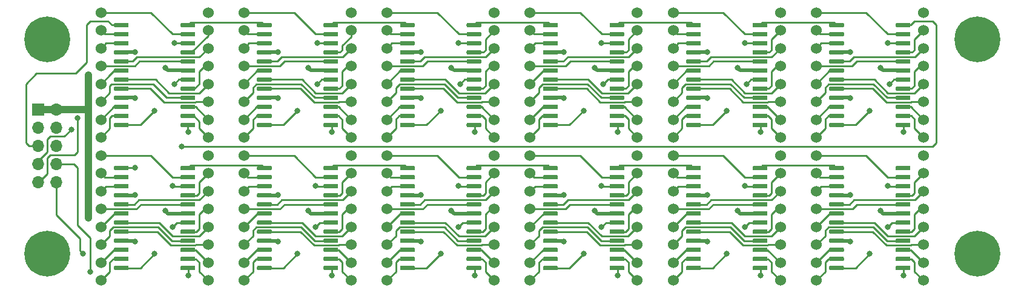
<source format=gtl>
G04 #@! TF.GenerationSoftware,KiCad,Pcbnew,(5.1.4)-1*
G04 #@! TF.CreationDate,2019-11-29T19:55:24+00:00*
G04 #@! TF.ProjectId,MAX7219_Clock,4d415837-3231-4395-9f43-6c6f636b2e6b,rev?*
G04 #@! TF.SameCoordinates,Original*
G04 #@! TF.FileFunction,Copper,L1,Top*
G04 #@! TF.FilePolarity,Positive*
%FSLAX46Y46*%
G04 Gerber Fmt 4.6, Leading zero omitted, Abs format (unit mm)*
G04 Created by KiCad (PCBNEW (5.1.4)-1) date 2019-11-29 19:55:24*
%MOMM*%
%LPD*%
G04 APERTURE LIST*
%ADD10C,6.400000*%
%ADD11C,1.524000*%
%ADD12C,0.100000*%
%ADD13C,0.600000*%
%ADD14R,1.700000X1.700000*%
%ADD15O,1.700000X1.700000*%
%ADD16C,0.800000*%
%ADD17C,0.500000*%
%ADD18C,1.000000*%
%ADD19C,0.250000*%
G04 APERTURE END LIST*
D10*
X165000000Y-85000000D03*
X165000000Y-55000000D03*
X35000000Y-85000000D03*
X35000000Y-55000000D03*
D11*
X57500000Y-51250000D03*
X57500000Y-53750000D03*
X57500000Y-56250000D03*
X57500000Y-58750000D03*
X57500000Y-61250000D03*
X57500000Y-63750000D03*
X57500000Y-66250000D03*
X57500000Y-68750000D03*
X42500000Y-68750000D03*
X42500000Y-66250000D03*
X42500000Y-63750000D03*
X42500000Y-61250000D03*
X42500000Y-58750000D03*
X42500000Y-56250000D03*
X42500000Y-53750000D03*
X42500000Y-51250000D03*
X62500000Y-51250000D03*
X62500000Y-53750000D03*
X62500000Y-56250000D03*
X62500000Y-58750000D03*
X62500000Y-61250000D03*
X62500000Y-63750000D03*
X62500000Y-66250000D03*
X62500000Y-68750000D03*
X77500000Y-68750000D03*
X77500000Y-66250000D03*
X77500000Y-63750000D03*
X77500000Y-61250000D03*
X77500000Y-58750000D03*
X77500000Y-56250000D03*
X77500000Y-53750000D03*
X77500000Y-51250000D03*
X82500000Y-51250000D03*
X82500000Y-53750000D03*
X82500000Y-56250000D03*
X82500000Y-58750000D03*
X82500000Y-61250000D03*
X82500000Y-63750000D03*
X82500000Y-66250000D03*
X82500000Y-68750000D03*
X97500000Y-68750000D03*
X97500000Y-66250000D03*
X97500000Y-63750000D03*
X97500000Y-61250000D03*
X97500000Y-58750000D03*
X97500000Y-56250000D03*
X97500000Y-53750000D03*
X97500000Y-51250000D03*
X117500000Y-51250000D03*
X117500000Y-53750000D03*
X117500000Y-56250000D03*
X117500000Y-58750000D03*
X117500000Y-61250000D03*
X117500000Y-63750000D03*
X117500000Y-66250000D03*
X117500000Y-68750000D03*
X102500000Y-68750000D03*
X102500000Y-66250000D03*
X102500000Y-63750000D03*
X102500000Y-61250000D03*
X102500000Y-58750000D03*
X102500000Y-56250000D03*
X102500000Y-53750000D03*
X102500000Y-51250000D03*
X137500000Y-51250000D03*
X137500000Y-53750000D03*
X137500000Y-56250000D03*
X137500000Y-58750000D03*
X137500000Y-61250000D03*
X137500000Y-63750000D03*
X137500000Y-66250000D03*
X137500000Y-68750000D03*
X122500000Y-68750000D03*
X122500000Y-66250000D03*
X122500000Y-63750000D03*
X122500000Y-61250000D03*
X122500000Y-58750000D03*
X122500000Y-56250000D03*
X122500000Y-53750000D03*
X122500000Y-51250000D03*
X42500000Y-71250000D03*
X42500000Y-73750000D03*
X42500000Y-76250000D03*
X42500000Y-78750000D03*
X42500000Y-81250000D03*
X42500000Y-83750000D03*
X42500000Y-86250000D03*
X42500000Y-88750000D03*
X57500000Y-88750000D03*
X57500000Y-86250000D03*
X57500000Y-83750000D03*
X57500000Y-81250000D03*
X57500000Y-78750000D03*
X57500000Y-76250000D03*
X57500000Y-73750000D03*
X57500000Y-71250000D03*
X62500000Y-71250000D03*
X62500000Y-73750000D03*
X62500000Y-76250000D03*
X62500000Y-78750000D03*
X62500000Y-81250000D03*
X62500000Y-83750000D03*
X62500000Y-86250000D03*
X62500000Y-88750000D03*
X77500000Y-88750000D03*
X77500000Y-86250000D03*
X77500000Y-83750000D03*
X77500000Y-81250000D03*
X77500000Y-78750000D03*
X77500000Y-76250000D03*
X77500000Y-73750000D03*
X77500000Y-71250000D03*
X97500000Y-71250000D03*
X97500000Y-73750000D03*
X97500000Y-76250000D03*
X97500000Y-78750000D03*
X97500000Y-81250000D03*
X97500000Y-83750000D03*
X97500000Y-86250000D03*
X97500000Y-88750000D03*
X82500000Y-88750000D03*
X82500000Y-86250000D03*
X82500000Y-83750000D03*
X82500000Y-81250000D03*
X82500000Y-78750000D03*
X82500000Y-76250000D03*
X82500000Y-73750000D03*
X82500000Y-71250000D03*
X102500000Y-71250000D03*
X102500000Y-73750000D03*
X102500000Y-76250000D03*
X102500000Y-78750000D03*
X102500000Y-81250000D03*
X102500000Y-83750000D03*
X102500000Y-86250000D03*
X102500000Y-88750000D03*
X117500000Y-88750000D03*
X117500000Y-86250000D03*
X117500000Y-83750000D03*
X117500000Y-81250000D03*
X117500000Y-78750000D03*
X117500000Y-76250000D03*
X117500000Y-73750000D03*
X117500000Y-71250000D03*
X137500000Y-71250000D03*
X137500000Y-73750000D03*
X137500000Y-76250000D03*
X137500000Y-78750000D03*
X137500000Y-81250000D03*
X137500000Y-83750000D03*
X137500000Y-86250000D03*
X137500000Y-88750000D03*
X122500000Y-88750000D03*
X122500000Y-86250000D03*
X122500000Y-83750000D03*
X122500000Y-81250000D03*
X122500000Y-78750000D03*
X122500000Y-76250000D03*
X122500000Y-73750000D03*
X122500000Y-71250000D03*
X142500000Y-71250000D03*
X142500000Y-73750000D03*
X142500000Y-76250000D03*
X142500000Y-78750000D03*
X142500000Y-81250000D03*
X142500000Y-83750000D03*
X142500000Y-86250000D03*
X142500000Y-88750000D03*
X157500000Y-88750000D03*
X157500000Y-86250000D03*
X157500000Y-83750000D03*
X157500000Y-81250000D03*
X157500000Y-78750000D03*
X157500000Y-76250000D03*
X157500000Y-73750000D03*
X157500000Y-71250000D03*
X157500000Y-51250000D03*
X157500000Y-53750000D03*
X157500000Y-56250000D03*
X157500000Y-58750000D03*
X157500000Y-61250000D03*
X157500000Y-63750000D03*
X157500000Y-66250000D03*
X157500000Y-68750000D03*
X142500000Y-68750000D03*
X142500000Y-66250000D03*
X142500000Y-63750000D03*
X142500000Y-61250000D03*
X142500000Y-58750000D03*
X142500000Y-56250000D03*
X142500000Y-53750000D03*
X142500000Y-51250000D03*
D12*
G36*
X55539703Y-52715722D02*
G01*
X55554264Y-52717882D01*
X55568543Y-52721459D01*
X55582403Y-52726418D01*
X55595710Y-52732712D01*
X55608336Y-52740280D01*
X55620159Y-52749048D01*
X55631066Y-52758934D01*
X55640952Y-52769841D01*
X55649720Y-52781664D01*
X55657288Y-52794290D01*
X55663582Y-52807597D01*
X55668541Y-52821457D01*
X55672118Y-52835736D01*
X55674278Y-52850297D01*
X55675000Y-52865000D01*
X55675000Y-53165000D01*
X55674278Y-53179703D01*
X55672118Y-53194264D01*
X55668541Y-53208543D01*
X55663582Y-53222403D01*
X55657288Y-53235710D01*
X55649720Y-53248336D01*
X55640952Y-53260159D01*
X55631066Y-53271066D01*
X55620159Y-53280952D01*
X55608336Y-53289720D01*
X55595710Y-53297288D01*
X55582403Y-53303582D01*
X55568543Y-53308541D01*
X55554264Y-53312118D01*
X55539703Y-53314278D01*
X55525000Y-53315000D01*
X53775000Y-53315000D01*
X53760297Y-53314278D01*
X53745736Y-53312118D01*
X53731457Y-53308541D01*
X53717597Y-53303582D01*
X53704290Y-53297288D01*
X53691664Y-53289720D01*
X53679841Y-53280952D01*
X53668934Y-53271066D01*
X53659048Y-53260159D01*
X53650280Y-53248336D01*
X53642712Y-53235710D01*
X53636418Y-53222403D01*
X53631459Y-53208543D01*
X53627882Y-53194264D01*
X53625722Y-53179703D01*
X53625000Y-53165000D01*
X53625000Y-52865000D01*
X53625722Y-52850297D01*
X53627882Y-52835736D01*
X53631459Y-52821457D01*
X53636418Y-52807597D01*
X53642712Y-52794290D01*
X53650280Y-52781664D01*
X53659048Y-52769841D01*
X53668934Y-52758934D01*
X53679841Y-52749048D01*
X53691664Y-52740280D01*
X53704290Y-52732712D01*
X53717597Y-52726418D01*
X53731457Y-52721459D01*
X53745736Y-52717882D01*
X53760297Y-52715722D01*
X53775000Y-52715000D01*
X55525000Y-52715000D01*
X55539703Y-52715722D01*
X55539703Y-52715722D01*
G37*
D13*
X54650000Y-53015000D03*
D12*
G36*
X55539703Y-53985722D02*
G01*
X55554264Y-53987882D01*
X55568543Y-53991459D01*
X55582403Y-53996418D01*
X55595710Y-54002712D01*
X55608336Y-54010280D01*
X55620159Y-54019048D01*
X55631066Y-54028934D01*
X55640952Y-54039841D01*
X55649720Y-54051664D01*
X55657288Y-54064290D01*
X55663582Y-54077597D01*
X55668541Y-54091457D01*
X55672118Y-54105736D01*
X55674278Y-54120297D01*
X55675000Y-54135000D01*
X55675000Y-54435000D01*
X55674278Y-54449703D01*
X55672118Y-54464264D01*
X55668541Y-54478543D01*
X55663582Y-54492403D01*
X55657288Y-54505710D01*
X55649720Y-54518336D01*
X55640952Y-54530159D01*
X55631066Y-54541066D01*
X55620159Y-54550952D01*
X55608336Y-54559720D01*
X55595710Y-54567288D01*
X55582403Y-54573582D01*
X55568543Y-54578541D01*
X55554264Y-54582118D01*
X55539703Y-54584278D01*
X55525000Y-54585000D01*
X53775000Y-54585000D01*
X53760297Y-54584278D01*
X53745736Y-54582118D01*
X53731457Y-54578541D01*
X53717597Y-54573582D01*
X53704290Y-54567288D01*
X53691664Y-54559720D01*
X53679841Y-54550952D01*
X53668934Y-54541066D01*
X53659048Y-54530159D01*
X53650280Y-54518336D01*
X53642712Y-54505710D01*
X53636418Y-54492403D01*
X53631459Y-54478543D01*
X53627882Y-54464264D01*
X53625722Y-54449703D01*
X53625000Y-54435000D01*
X53625000Y-54135000D01*
X53625722Y-54120297D01*
X53627882Y-54105736D01*
X53631459Y-54091457D01*
X53636418Y-54077597D01*
X53642712Y-54064290D01*
X53650280Y-54051664D01*
X53659048Y-54039841D01*
X53668934Y-54028934D01*
X53679841Y-54019048D01*
X53691664Y-54010280D01*
X53704290Y-54002712D01*
X53717597Y-53996418D01*
X53731457Y-53991459D01*
X53745736Y-53987882D01*
X53760297Y-53985722D01*
X53775000Y-53985000D01*
X55525000Y-53985000D01*
X55539703Y-53985722D01*
X55539703Y-53985722D01*
G37*
D13*
X54650000Y-54285000D03*
D12*
G36*
X55539703Y-55255722D02*
G01*
X55554264Y-55257882D01*
X55568543Y-55261459D01*
X55582403Y-55266418D01*
X55595710Y-55272712D01*
X55608336Y-55280280D01*
X55620159Y-55289048D01*
X55631066Y-55298934D01*
X55640952Y-55309841D01*
X55649720Y-55321664D01*
X55657288Y-55334290D01*
X55663582Y-55347597D01*
X55668541Y-55361457D01*
X55672118Y-55375736D01*
X55674278Y-55390297D01*
X55675000Y-55405000D01*
X55675000Y-55705000D01*
X55674278Y-55719703D01*
X55672118Y-55734264D01*
X55668541Y-55748543D01*
X55663582Y-55762403D01*
X55657288Y-55775710D01*
X55649720Y-55788336D01*
X55640952Y-55800159D01*
X55631066Y-55811066D01*
X55620159Y-55820952D01*
X55608336Y-55829720D01*
X55595710Y-55837288D01*
X55582403Y-55843582D01*
X55568543Y-55848541D01*
X55554264Y-55852118D01*
X55539703Y-55854278D01*
X55525000Y-55855000D01*
X53775000Y-55855000D01*
X53760297Y-55854278D01*
X53745736Y-55852118D01*
X53731457Y-55848541D01*
X53717597Y-55843582D01*
X53704290Y-55837288D01*
X53691664Y-55829720D01*
X53679841Y-55820952D01*
X53668934Y-55811066D01*
X53659048Y-55800159D01*
X53650280Y-55788336D01*
X53642712Y-55775710D01*
X53636418Y-55762403D01*
X53631459Y-55748543D01*
X53627882Y-55734264D01*
X53625722Y-55719703D01*
X53625000Y-55705000D01*
X53625000Y-55405000D01*
X53625722Y-55390297D01*
X53627882Y-55375736D01*
X53631459Y-55361457D01*
X53636418Y-55347597D01*
X53642712Y-55334290D01*
X53650280Y-55321664D01*
X53659048Y-55309841D01*
X53668934Y-55298934D01*
X53679841Y-55289048D01*
X53691664Y-55280280D01*
X53704290Y-55272712D01*
X53717597Y-55266418D01*
X53731457Y-55261459D01*
X53745736Y-55257882D01*
X53760297Y-55255722D01*
X53775000Y-55255000D01*
X55525000Y-55255000D01*
X55539703Y-55255722D01*
X55539703Y-55255722D01*
G37*
D13*
X54650000Y-55555000D03*
D12*
G36*
X55539703Y-56525722D02*
G01*
X55554264Y-56527882D01*
X55568543Y-56531459D01*
X55582403Y-56536418D01*
X55595710Y-56542712D01*
X55608336Y-56550280D01*
X55620159Y-56559048D01*
X55631066Y-56568934D01*
X55640952Y-56579841D01*
X55649720Y-56591664D01*
X55657288Y-56604290D01*
X55663582Y-56617597D01*
X55668541Y-56631457D01*
X55672118Y-56645736D01*
X55674278Y-56660297D01*
X55675000Y-56675000D01*
X55675000Y-56975000D01*
X55674278Y-56989703D01*
X55672118Y-57004264D01*
X55668541Y-57018543D01*
X55663582Y-57032403D01*
X55657288Y-57045710D01*
X55649720Y-57058336D01*
X55640952Y-57070159D01*
X55631066Y-57081066D01*
X55620159Y-57090952D01*
X55608336Y-57099720D01*
X55595710Y-57107288D01*
X55582403Y-57113582D01*
X55568543Y-57118541D01*
X55554264Y-57122118D01*
X55539703Y-57124278D01*
X55525000Y-57125000D01*
X53775000Y-57125000D01*
X53760297Y-57124278D01*
X53745736Y-57122118D01*
X53731457Y-57118541D01*
X53717597Y-57113582D01*
X53704290Y-57107288D01*
X53691664Y-57099720D01*
X53679841Y-57090952D01*
X53668934Y-57081066D01*
X53659048Y-57070159D01*
X53650280Y-57058336D01*
X53642712Y-57045710D01*
X53636418Y-57032403D01*
X53631459Y-57018543D01*
X53627882Y-57004264D01*
X53625722Y-56989703D01*
X53625000Y-56975000D01*
X53625000Y-56675000D01*
X53625722Y-56660297D01*
X53627882Y-56645736D01*
X53631459Y-56631457D01*
X53636418Y-56617597D01*
X53642712Y-56604290D01*
X53650280Y-56591664D01*
X53659048Y-56579841D01*
X53668934Y-56568934D01*
X53679841Y-56559048D01*
X53691664Y-56550280D01*
X53704290Y-56542712D01*
X53717597Y-56536418D01*
X53731457Y-56531459D01*
X53745736Y-56527882D01*
X53760297Y-56525722D01*
X53775000Y-56525000D01*
X55525000Y-56525000D01*
X55539703Y-56525722D01*
X55539703Y-56525722D01*
G37*
D13*
X54650000Y-56825000D03*
D12*
G36*
X55539703Y-57795722D02*
G01*
X55554264Y-57797882D01*
X55568543Y-57801459D01*
X55582403Y-57806418D01*
X55595710Y-57812712D01*
X55608336Y-57820280D01*
X55620159Y-57829048D01*
X55631066Y-57838934D01*
X55640952Y-57849841D01*
X55649720Y-57861664D01*
X55657288Y-57874290D01*
X55663582Y-57887597D01*
X55668541Y-57901457D01*
X55672118Y-57915736D01*
X55674278Y-57930297D01*
X55675000Y-57945000D01*
X55675000Y-58245000D01*
X55674278Y-58259703D01*
X55672118Y-58274264D01*
X55668541Y-58288543D01*
X55663582Y-58302403D01*
X55657288Y-58315710D01*
X55649720Y-58328336D01*
X55640952Y-58340159D01*
X55631066Y-58351066D01*
X55620159Y-58360952D01*
X55608336Y-58369720D01*
X55595710Y-58377288D01*
X55582403Y-58383582D01*
X55568543Y-58388541D01*
X55554264Y-58392118D01*
X55539703Y-58394278D01*
X55525000Y-58395000D01*
X53775000Y-58395000D01*
X53760297Y-58394278D01*
X53745736Y-58392118D01*
X53731457Y-58388541D01*
X53717597Y-58383582D01*
X53704290Y-58377288D01*
X53691664Y-58369720D01*
X53679841Y-58360952D01*
X53668934Y-58351066D01*
X53659048Y-58340159D01*
X53650280Y-58328336D01*
X53642712Y-58315710D01*
X53636418Y-58302403D01*
X53631459Y-58288543D01*
X53627882Y-58274264D01*
X53625722Y-58259703D01*
X53625000Y-58245000D01*
X53625000Y-57945000D01*
X53625722Y-57930297D01*
X53627882Y-57915736D01*
X53631459Y-57901457D01*
X53636418Y-57887597D01*
X53642712Y-57874290D01*
X53650280Y-57861664D01*
X53659048Y-57849841D01*
X53668934Y-57838934D01*
X53679841Y-57829048D01*
X53691664Y-57820280D01*
X53704290Y-57812712D01*
X53717597Y-57806418D01*
X53731457Y-57801459D01*
X53745736Y-57797882D01*
X53760297Y-57795722D01*
X53775000Y-57795000D01*
X55525000Y-57795000D01*
X55539703Y-57795722D01*
X55539703Y-57795722D01*
G37*
D13*
X54650000Y-58095000D03*
D12*
G36*
X55539703Y-59065722D02*
G01*
X55554264Y-59067882D01*
X55568543Y-59071459D01*
X55582403Y-59076418D01*
X55595710Y-59082712D01*
X55608336Y-59090280D01*
X55620159Y-59099048D01*
X55631066Y-59108934D01*
X55640952Y-59119841D01*
X55649720Y-59131664D01*
X55657288Y-59144290D01*
X55663582Y-59157597D01*
X55668541Y-59171457D01*
X55672118Y-59185736D01*
X55674278Y-59200297D01*
X55675000Y-59215000D01*
X55675000Y-59515000D01*
X55674278Y-59529703D01*
X55672118Y-59544264D01*
X55668541Y-59558543D01*
X55663582Y-59572403D01*
X55657288Y-59585710D01*
X55649720Y-59598336D01*
X55640952Y-59610159D01*
X55631066Y-59621066D01*
X55620159Y-59630952D01*
X55608336Y-59639720D01*
X55595710Y-59647288D01*
X55582403Y-59653582D01*
X55568543Y-59658541D01*
X55554264Y-59662118D01*
X55539703Y-59664278D01*
X55525000Y-59665000D01*
X53775000Y-59665000D01*
X53760297Y-59664278D01*
X53745736Y-59662118D01*
X53731457Y-59658541D01*
X53717597Y-59653582D01*
X53704290Y-59647288D01*
X53691664Y-59639720D01*
X53679841Y-59630952D01*
X53668934Y-59621066D01*
X53659048Y-59610159D01*
X53650280Y-59598336D01*
X53642712Y-59585710D01*
X53636418Y-59572403D01*
X53631459Y-59558543D01*
X53627882Y-59544264D01*
X53625722Y-59529703D01*
X53625000Y-59515000D01*
X53625000Y-59215000D01*
X53625722Y-59200297D01*
X53627882Y-59185736D01*
X53631459Y-59171457D01*
X53636418Y-59157597D01*
X53642712Y-59144290D01*
X53650280Y-59131664D01*
X53659048Y-59119841D01*
X53668934Y-59108934D01*
X53679841Y-59099048D01*
X53691664Y-59090280D01*
X53704290Y-59082712D01*
X53717597Y-59076418D01*
X53731457Y-59071459D01*
X53745736Y-59067882D01*
X53760297Y-59065722D01*
X53775000Y-59065000D01*
X55525000Y-59065000D01*
X55539703Y-59065722D01*
X55539703Y-59065722D01*
G37*
D13*
X54650000Y-59365000D03*
D12*
G36*
X55539703Y-60335722D02*
G01*
X55554264Y-60337882D01*
X55568543Y-60341459D01*
X55582403Y-60346418D01*
X55595710Y-60352712D01*
X55608336Y-60360280D01*
X55620159Y-60369048D01*
X55631066Y-60378934D01*
X55640952Y-60389841D01*
X55649720Y-60401664D01*
X55657288Y-60414290D01*
X55663582Y-60427597D01*
X55668541Y-60441457D01*
X55672118Y-60455736D01*
X55674278Y-60470297D01*
X55675000Y-60485000D01*
X55675000Y-60785000D01*
X55674278Y-60799703D01*
X55672118Y-60814264D01*
X55668541Y-60828543D01*
X55663582Y-60842403D01*
X55657288Y-60855710D01*
X55649720Y-60868336D01*
X55640952Y-60880159D01*
X55631066Y-60891066D01*
X55620159Y-60900952D01*
X55608336Y-60909720D01*
X55595710Y-60917288D01*
X55582403Y-60923582D01*
X55568543Y-60928541D01*
X55554264Y-60932118D01*
X55539703Y-60934278D01*
X55525000Y-60935000D01*
X53775000Y-60935000D01*
X53760297Y-60934278D01*
X53745736Y-60932118D01*
X53731457Y-60928541D01*
X53717597Y-60923582D01*
X53704290Y-60917288D01*
X53691664Y-60909720D01*
X53679841Y-60900952D01*
X53668934Y-60891066D01*
X53659048Y-60880159D01*
X53650280Y-60868336D01*
X53642712Y-60855710D01*
X53636418Y-60842403D01*
X53631459Y-60828543D01*
X53627882Y-60814264D01*
X53625722Y-60799703D01*
X53625000Y-60785000D01*
X53625000Y-60485000D01*
X53625722Y-60470297D01*
X53627882Y-60455736D01*
X53631459Y-60441457D01*
X53636418Y-60427597D01*
X53642712Y-60414290D01*
X53650280Y-60401664D01*
X53659048Y-60389841D01*
X53668934Y-60378934D01*
X53679841Y-60369048D01*
X53691664Y-60360280D01*
X53704290Y-60352712D01*
X53717597Y-60346418D01*
X53731457Y-60341459D01*
X53745736Y-60337882D01*
X53760297Y-60335722D01*
X53775000Y-60335000D01*
X55525000Y-60335000D01*
X55539703Y-60335722D01*
X55539703Y-60335722D01*
G37*
D13*
X54650000Y-60635000D03*
D12*
G36*
X55539703Y-61605722D02*
G01*
X55554264Y-61607882D01*
X55568543Y-61611459D01*
X55582403Y-61616418D01*
X55595710Y-61622712D01*
X55608336Y-61630280D01*
X55620159Y-61639048D01*
X55631066Y-61648934D01*
X55640952Y-61659841D01*
X55649720Y-61671664D01*
X55657288Y-61684290D01*
X55663582Y-61697597D01*
X55668541Y-61711457D01*
X55672118Y-61725736D01*
X55674278Y-61740297D01*
X55675000Y-61755000D01*
X55675000Y-62055000D01*
X55674278Y-62069703D01*
X55672118Y-62084264D01*
X55668541Y-62098543D01*
X55663582Y-62112403D01*
X55657288Y-62125710D01*
X55649720Y-62138336D01*
X55640952Y-62150159D01*
X55631066Y-62161066D01*
X55620159Y-62170952D01*
X55608336Y-62179720D01*
X55595710Y-62187288D01*
X55582403Y-62193582D01*
X55568543Y-62198541D01*
X55554264Y-62202118D01*
X55539703Y-62204278D01*
X55525000Y-62205000D01*
X53775000Y-62205000D01*
X53760297Y-62204278D01*
X53745736Y-62202118D01*
X53731457Y-62198541D01*
X53717597Y-62193582D01*
X53704290Y-62187288D01*
X53691664Y-62179720D01*
X53679841Y-62170952D01*
X53668934Y-62161066D01*
X53659048Y-62150159D01*
X53650280Y-62138336D01*
X53642712Y-62125710D01*
X53636418Y-62112403D01*
X53631459Y-62098543D01*
X53627882Y-62084264D01*
X53625722Y-62069703D01*
X53625000Y-62055000D01*
X53625000Y-61755000D01*
X53625722Y-61740297D01*
X53627882Y-61725736D01*
X53631459Y-61711457D01*
X53636418Y-61697597D01*
X53642712Y-61684290D01*
X53650280Y-61671664D01*
X53659048Y-61659841D01*
X53668934Y-61648934D01*
X53679841Y-61639048D01*
X53691664Y-61630280D01*
X53704290Y-61622712D01*
X53717597Y-61616418D01*
X53731457Y-61611459D01*
X53745736Y-61607882D01*
X53760297Y-61605722D01*
X53775000Y-61605000D01*
X55525000Y-61605000D01*
X55539703Y-61605722D01*
X55539703Y-61605722D01*
G37*
D13*
X54650000Y-61905000D03*
D12*
G36*
X55539703Y-62875722D02*
G01*
X55554264Y-62877882D01*
X55568543Y-62881459D01*
X55582403Y-62886418D01*
X55595710Y-62892712D01*
X55608336Y-62900280D01*
X55620159Y-62909048D01*
X55631066Y-62918934D01*
X55640952Y-62929841D01*
X55649720Y-62941664D01*
X55657288Y-62954290D01*
X55663582Y-62967597D01*
X55668541Y-62981457D01*
X55672118Y-62995736D01*
X55674278Y-63010297D01*
X55675000Y-63025000D01*
X55675000Y-63325000D01*
X55674278Y-63339703D01*
X55672118Y-63354264D01*
X55668541Y-63368543D01*
X55663582Y-63382403D01*
X55657288Y-63395710D01*
X55649720Y-63408336D01*
X55640952Y-63420159D01*
X55631066Y-63431066D01*
X55620159Y-63440952D01*
X55608336Y-63449720D01*
X55595710Y-63457288D01*
X55582403Y-63463582D01*
X55568543Y-63468541D01*
X55554264Y-63472118D01*
X55539703Y-63474278D01*
X55525000Y-63475000D01*
X53775000Y-63475000D01*
X53760297Y-63474278D01*
X53745736Y-63472118D01*
X53731457Y-63468541D01*
X53717597Y-63463582D01*
X53704290Y-63457288D01*
X53691664Y-63449720D01*
X53679841Y-63440952D01*
X53668934Y-63431066D01*
X53659048Y-63420159D01*
X53650280Y-63408336D01*
X53642712Y-63395710D01*
X53636418Y-63382403D01*
X53631459Y-63368543D01*
X53627882Y-63354264D01*
X53625722Y-63339703D01*
X53625000Y-63325000D01*
X53625000Y-63025000D01*
X53625722Y-63010297D01*
X53627882Y-62995736D01*
X53631459Y-62981457D01*
X53636418Y-62967597D01*
X53642712Y-62954290D01*
X53650280Y-62941664D01*
X53659048Y-62929841D01*
X53668934Y-62918934D01*
X53679841Y-62909048D01*
X53691664Y-62900280D01*
X53704290Y-62892712D01*
X53717597Y-62886418D01*
X53731457Y-62881459D01*
X53745736Y-62877882D01*
X53760297Y-62875722D01*
X53775000Y-62875000D01*
X55525000Y-62875000D01*
X55539703Y-62875722D01*
X55539703Y-62875722D01*
G37*
D13*
X54650000Y-63175000D03*
D12*
G36*
X55539703Y-64145722D02*
G01*
X55554264Y-64147882D01*
X55568543Y-64151459D01*
X55582403Y-64156418D01*
X55595710Y-64162712D01*
X55608336Y-64170280D01*
X55620159Y-64179048D01*
X55631066Y-64188934D01*
X55640952Y-64199841D01*
X55649720Y-64211664D01*
X55657288Y-64224290D01*
X55663582Y-64237597D01*
X55668541Y-64251457D01*
X55672118Y-64265736D01*
X55674278Y-64280297D01*
X55675000Y-64295000D01*
X55675000Y-64595000D01*
X55674278Y-64609703D01*
X55672118Y-64624264D01*
X55668541Y-64638543D01*
X55663582Y-64652403D01*
X55657288Y-64665710D01*
X55649720Y-64678336D01*
X55640952Y-64690159D01*
X55631066Y-64701066D01*
X55620159Y-64710952D01*
X55608336Y-64719720D01*
X55595710Y-64727288D01*
X55582403Y-64733582D01*
X55568543Y-64738541D01*
X55554264Y-64742118D01*
X55539703Y-64744278D01*
X55525000Y-64745000D01*
X53775000Y-64745000D01*
X53760297Y-64744278D01*
X53745736Y-64742118D01*
X53731457Y-64738541D01*
X53717597Y-64733582D01*
X53704290Y-64727288D01*
X53691664Y-64719720D01*
X53679841Y-64710952D01*
X53668934Y-64701066D01*
X53659048Y-64690159D01*
X53650280Y-64678336D01*
X53642712Y-64665710D01*
X53636418Y-64652403D01*
X53631459Y-64638543D01*
X53627882Y-64624264D01*
X53625722Y-64609703D01*
X53625000Y-64595000D01*
X53625000Y-64295000D01*
X53625722Y-64280297D01*
X53627882Y-64265736D01*
X53631459Y-64251457D01*
X53636418Y-64237597D01*
X53642712Y-64224290D01*
X53650280Y-64211664D01*
X53659048Y-64199841D01*
X53668934Y-64188934D01*
X53679841Y-64179048D01*
X53691664Y-64170280D01*
X53704290Y-64162712D01*
X53717597Y-64156418D01*
X53731457Y-64151459D01*
X53745736Y-64147882D01*
X53760297Y-64145722D01*
X53775000Y-64145000D01*
X55525000Y-64145000D01*
X55539703Y-64145722D01*
X55539703Y-64145722D01*
G37*
D13*
X54650000Y-64445000D03*
D12*
G36*
X55539703Y-65415722D02*
G01*
X55554264Y-65417882D01*
X55568543Y-65421459D01*
X55582403Y-65426418D01*
X55595710Y-65432712D01*
X55608336Y-65440280D01*
X55620159Y-65449048D01*
X55631066Y-65458934D01*
X55640952Y-65469841D01*
X55649720Y-65481664D01*
X55657288Y-65494290D01*
X55663582Y-65507597D01*
X55668541Y-65521457D01*
X55672118Y-65535736D01*
X55674278Y-65550297D01*
X55675000Y-65565000D01*
X55675000Y-65865000D01*
X55674278Y-65879703D01*
X55672118Y-65894264D01*
X55668541Y-65908543D01*
X55663582Y-65922403D01*
X55657288Y-65935710D01*
X55649720Y-65948336D01*
X55640952Y-65960159D01*
X55631066Y-65971066D01*
X55620159Y-65980952D01*
X55608336Y-65989720D01*
X55595710Y-65997288D01*
X55582403Y-66003582D01*
X55568543Y-66008541D01*
X55554264Y-66012118D01*
X55539703Y-66014278D01*
X55525000Y-66015000D01*
X53775000Y-66015000D01*
X53760297Y-66014278D01*
X53745736Y-66012118D01*
X53731457Y-66008541D01*
X53717597Y-66003582D01*
X53704290Y-65997288D01*
X53691664Y-65989720D01*
X53679841Y-65980952D01*
X53668934Y-65971066D01*
X53659048Y-65960159D01*
X53650280Y-65948336D01*
X53642712Y-65935710D01*
X53636418Y-65922403D01*
X53631459Y-65908543D01*
X53627882Y-65894264D01*
X53625722Y-65879703D01*
X53625000Y-65865000D01*
X53625000Y-65565000D01*
X53625722Y-65550297D01*
X53627882Y-65535736D01*
X53631459Y-65521457D01*
X53636418Y-65507597D01*
X53642712Y-65494290D01*
X53650280Y-65481664D01*
X53659048Y-65469841D01*
X53668934Y-65458934D01*
X53679841Y-65449048D01*
X53691664Y-65440280D01*
X53704290Y-65432712D01*
X53717597Y-65426418D01*
X53731457Y-65421459D01*
X53745736Y-65417882D01*
X53760297Y-65415722D01*
X53775000Y-65415000D01*
X55525000Y-65415000D01*
X55539703Y-65415722D01*
X55539703Y-65415722D01*
G37*
D13*
X54650000Y-65715000D03*
D12*
G36*
X55539703Y-66685722D02*
G01*
X55554264Y-66687882D01*
X55568543Y-66691459D01*
X55582403Y-66696418D01*
X55595710Y-66702712D01*
X55608336Y-66710280D01*
X55620159Y-66719048D01*
X55631066Y-66728934D01*
X55640952Y-66739841D01*
X55649720Y-66751664D01*
X55657288Y-66764290D01*
X55663582Y-66777597D01*
X55668541Y-66791457D01*
X55672118Y-66805736D01*
X55674278Y-66820297D01*
X55675000Y-66835000D01*
X55675000Y-67135000D01*
X55674278Y-67149703D01*
X55672118Y-67164264D01*
X55668541Y-67178543D01*
X55663582Y-67192403D01*
X55657288Y-67205710D01*
X55649720Y-67218336D01*
X55640952Y-67230159D01*
X55631066Y-67241066D01*
X55620159Y-67250952D01*
X55608336Y-67259720D01*
X55595710Y-67267288D01*
X55582403Y-67273582D01*
X55568543Y-67278541D01*
X55554264Y-67282118D01*
X55539703Y-67284278D01*
X55525000Y-67285000D01*
X53775000Y-67285000D01*
X53760297Y-67284278D01*
X53745736Y-67282118D01*
X53731457Y-67278541D01*
X53717597Y-67273582D01*
X53704290Y-67267288D01*
X53691664Y-67259720D01*
X53679841Y-67250952D01*
X53668934Y-67241066D01*
X53659048Y-67230159D01*
X53650280Y-67218336D01*
X53642712Y-67205710D01*
X53636418Y-67192403D01*
X53631459Y-67178543D01*
X53627882Y-67164264D01*
X53625722Y-67149703D01*
X53625000Y-67135000D01*
X53625000Y-66835000D01*
X53625722Y-66820297D01*
X53627882Y-66805736D01*
X53631459Y-66791457D01*
X53636418Y-66777597D01*
X53642712Y-66764290D01*
X53650280Y-66751664D01*
X53659048Y-66739841D01*
X53668934Y-66728934D01*
X53679841Y-66719048D01*
X53691664Y-66710280D01*
X53704290Y-66702712D01*
X53717597Y-66696418D01*
X53731457Y-66691459D01*
X53745736Y-66687882D01*
X53760297Y-66685722D01*
X53775000Y-66685000D01*
X55525000Y-66685000D01*
X55539703Y-66685722D01*
X55539703Y-66685722D01*
G37*
D13*
X54650000Y-66985000D03*
D12*
G36*
X46239703Y-66685722D02*
G01*
X46254264Y-66687882D01*
X46268543Y-66691459D01*
X46282403Y-66696418D01*
X46295710Y-66702712D01*
X46308336Y-66710280D01*
X46320159Y-66719048D01*
X46331066Y-66728934D01*
X46340952Y-66739841D01*
X46349720Y-66751664D01*
X46357288Y-66764290D01*
X46363582Y-66777597D01*
X46368541Y-66791457D01*
X46372118Y-66805736D01*
X46374278Y-66820297D01*
X46375000Y-66835000D01*
X46375000Y-67135000D01*
X46374278Y-67149703D01*
X46372118Y-67164264D01*
X46368541Y-67178543D01*
X46363582Y-67192403D01*
X46357288Y-67205710D01*
X46349720Y-67218336D01*
X46340952Y-67230159D01*
X46331066Y-67241066D01*
X46320159Y-67250952D01*
X46308336Y-67259720D01*
X46295710Y-67267288D01*
X46282403Y-67273582D01*
X46268543Y-67278541D01*
X46254264Y-67282118D01*
X46239703Y-67284278D01*
X46225000Y-67285000D01*
X44475000Y-67285000D01*
X44460297Y-67284278D01*
X44445736Y-67282118D01*
X44431457Y-67278541D01*
X44417597Y-67273582D01*
X44404290Y-67267288D01*
X44391664Y-67259720D01*
X44379841Y-67250952D01*
X44368934Y-67241066D01*
X44359048Y-67230159D01*
X44350280Y-67218336D01*
X44342712Y-67205710D01*
X44336418Y-67192403D01*
X44331459Y-67178543D01*
X44327882Y-67164264D01*
X44325722Y-67149703D01*
X44325000Y-67135000D01*
X44325000Y-66835000D01*
X44325722Y-66820297D01*
X44327882Y-66805736D01*
X44331459Y-66791457D01*
X44336418Y-66777597D01*
X44342712Y-66764290D01*
X44350280Y-66751664D01*
X44359048Y-66739841D01*
X44368934Y-66728934D01*
X44379841Y-66719048D01*
X44391664Y-66710280D01*
X44404290Y-66702712D01*
X44417597Y-66696418D01*
X44431457Y-66691459D01*
X44445736Y-66687882D01*
X44460297Y-66685722D01*
X44475000Y-66685000D01*
X46225000Y-66685000D01*
X46239703Y-66685722D01*
X46239703Y-66685722D01*
G37*
D13*
X45350000Y-66985000D03*
D12*
G36*
X46239703Y-65415722D02*
G01*
X46254264Y-65417882D01*
X46268543Y-65421459D01*
X46282403Y-65426418D01*
X46295710Y-65432712D01*
X46308336Y-65440280D01*
X46320159Y-65449048D01*
X46331066Y-65458934D01*
X46340952Y-65469841D01*
X46349720Y-65481664D01*
X46357288Y-65494290D01*
X46363582Y-65507597D01*
X46368541Y-65521457D01*
X46372118Y-65535736D01*
X46374278Y-65550297D01*
X46375000Y-65565000D01*
X46375000Y-65865000D01*
X46374278Y-65879703D01*
X46372118Y-65894264D01*
X46368541Y-65908543D01*
X46363582Y-65922403D01*
X46357288Y-65935710D01*
X46349720Y-65948336D01*
X46340952Y-65960159D01*
X46331066Y-65971066D01*
X46320159Y-65980952D01*
X46308336Y-65989720D01*
X46295710Y-65997288D01*
X46282403Y-66003582D01*
X46268543Y-66008541D01*
X46254264Y-66012118D01*
X46239703Y-66014278D01*
X46225000Y-66015000D01*
X44475000Y-66015000D01*
X44460297Y-66014278D01*
X44445736Y-66012118D01*
X44431457Y-66008541D01*
X44417597Y-66003582D01*
X44404290Y-65997288D01*
X44391664Y-65989720D01*
X44379841Y-65980952D01*
X44368934Y-65971066D01*
X44359048Y-65960159D01*
X44350280Y-65948336D01*
X44342712Y-65935710D01*
X44336418Y-65922403D01*
X44331459Y-65908543D01*
X44327882Y-65894264D01*
X44325722Y-65879703D01*
X44325000Y-65865000D01*
X44325000Y-65565000D01*
X44325722Y-65550297D01*
X44327882Y-65535736D01*
X44331459Y-65521457D01*
X44336418Y-65507597D01*
X44342712Y-65494290D01*
X44350280Y-65481664D01*
X44359048Y-65469841D01*
X44368934Y-65458934D01*
X44379841Y-65449048D01*
X44391664Y-65440280D01*
X44404290Y-65432712D01*
X44417597Y-65426418D01*
X44431457Y-65421459D01*
X44445736Y-65417882D01*
X44460297Y-65415722D01*
X44475000Y-65415000D01*
X46225000Y-65415000D01*
X46239703Y-65415722D01*
X46239703Y-65415722D01*
G37*
D13*
X45350000Y-65715000D03*
D12*
G36*
X46239703Y-64145722D02*
G01*
X46254264Y-64147882D01*
X46268543Y-64151459D01*
X46282403Y-64156418D01*
X46295710Y-64162712D01*
X46308336Y-64170280D01*
X46320159Y-64179048D01*
X46331066Y-64188934D01*
X46340952Y-64199841D01*
X46349720Y-64211664D01*
X46357288Y-64224290D01*
X46363582Y-64237597D01*
X46368541Y-64251457D01*
X46372118Y-64265736D01*
X46374278Y-64280297D01*
X46375000Y-64295000D01*
X46375000Y-64595000D01*
X46374278Y-64609703D01*
X46372118Y-64624264D01*
X46368541Y-64638543D01*
X46363582Y-64652403D01*
X46357288Y-64665710D01*
X46349720Y-64678336D01*
X46340952Y-64690159D01*
X46331066Y-64701066D01*
X46320159Y-64710952D01*
X46308336Y-64719720D01*
X46295710Y-64727288D01*
X46282403Y-64733582D01*
X46268543Y-64738541D01*
X46254264Y-64742118D01*
X46239703Y-64744278D01*
X46225000Y-64745000D01*
X44475000Y-64745000D01*
X44460297Y-64744278D01*
X44445736Y-64742118D01*
X44431457Y-64738541D01*
X44417597Y-64733582D01*
X44404290Y-64727288D01*
X44391664Y-64719720D01*
X44379841Y-64710952D01*
X44368934Y-64701066D01*
X44359048Y-64690159D01*
X44350280Y-64678336D01*
X44342712Y-64665710D01*
X44336418Y-64652403D01*
X44331459Y-64638543D01*
X44327882Y-64624264D01*
X44325722Y-64609703D01*
X44325000Y-64595000D01*
X44325000Y-64295000D01*
X44325722Y-64280297D01*
X44327882Y-64265736D01*
X44331459Y-64251457D01*
X44336418Y-64237597D01*
X44342712Y-64224290D01*
X44350280Y-64211664D01*
X44359048Y-64199841D01*
X44368934Y-64188934D01*
X44379841Y-64179048D01*
X44391664Y-64170280D01*
X44404290Y-64162712D01*
X44417597Y-64156418D01*
X44431457Y-64151459D01*
X44445736Y-64147882D01*
X44460297Y-64145722D01*
X44475000Y-64145000D01*
X46225000Y-64145000D01*
X46239703Y-64145722D01*
X46239703Y-64145722D01*
G37*
D13*
X45350000Y-64445000D03*
D12*
G36*
X46239703Y-62875722D02*
G01*
X46254264Y-62877882D01*
X46268543Y-62881459D01*
X46282403Y-62886418D01*
X46295710Y-62892712D01*
X46308336Y-62900280D01*
X46320159Y-62909048D01*
X46331066Y-62918934D01*
X46340952Y-62929841D01*
X46349720Y-62941664D01*
X46357288Y-62954290D01*
X46363582Y-62967597D01*
X46368541Y-62981457D01*
X46372118Y-62995736D01*
X46374278Y-63010297D01*
X46375000Y-63025000D01*
X46375000Y-63325000D01*
X46374278Y-63339703D01*
X46372118Y-63354264D01*
X46368541Y-63368543D01*
X46363582Y-63382403D01*
X46357288Y-63395710D01*
X46349720Y-63408336D01*
X46340952Y-63420159D01*
X46331066Y-63431066D01*
X46320159Y-63440952D01*
X46308336Y-63449720D01*
X46295710Y-63457288D01*
X46282403Y-63463582D01*
X46268543Y-63468541D01*
X46254264Y-63472118D01*
X46239703Y-63474278D01*
X46225000Y-63475000D01*
X44475000Y-63475000D01*
X44460297Y-63474278D01*
X44445736Y-63472118D01*
X44431457Y-63468541D01*
X44417597Y-63463582D01*
X44404290Y-63457288D01*
X44391664Y-63449720D01*
X44379841Y-63440952D01*
X44368934Y-63431066D01*
X44359048Y-63420159D01*
X44350280Y-63408336D01*
X44342712Y-63395710D01*
X44336418Y-63382403D01*
X44331459Y-63368543D01*
X44327882Y-63354264D01*
X44325722Y-63339703D01*
X44325000Y-63325000D01*
X44325000Y-63025000D01*
X44325722Y-63010297D01*
X44327882Y-62995736D01*
X44331459Y-62981457D01*
X44336418Y-62967597D01*
X44342712Y-62954290D01*
X44350280Y-62941664D01*
X44359048Y-62929841D01*
X44368934Y-62918934D01*
X44379841Y-62909048D01*
X44391664Y-62900280D01*
X44404290Y-62892712D01*
X44417597Y-62886418D01*
X44431457Y-62881459D01*
X44445736Y-62877882D01*
X44460297Y-62875722D01*
X44475000Y-62875000D01*
X46225000Y-62875000D01*
X46239703Y-62875722D01*
X46239703Y-62875722D01*
G37*
D13*
X45350000Y-63175000D03*
D12*
G36*
X46239703Y-61605722D02*
G01*
X46254264Y-61607882D01*
X46268543Y-61611459D01*
X46282403Y-61616418D01*
X46295710Y-61622712D01*
X46308336Y-61630280D01*
X46320159Y-61639048D01*
X46331066Y-61648934D01*
X46340952Y-61659841D01*
X46349720Y-61671664D01*
X46357288Y-61684290D01*
X46363582Y-61697597D01*
X46368541Y-61711457D01*
X46372118Y-61725736D01*
X46374278Y-61740297D01*
X46375000Y-61755000D01*
X46375000Y-62055000D01*
X46374278Y-62069703D01*
X46372118Y-62084264D01*
X46368541Y-62098543D01*
X46363582Y-62112403D01*
X46357288Y-62125710D01*
X46349720Y-62138336D01*
X46340952Y-62150159D01*
X46331066Y-62161066D01*
X46320159Y-62170952D01*
X46308336Y-62179720D01*
X46295710Y-62187288D01*
X46282403Y-62193582D01*
X46268543Y-62198541D01*
X46254264Y-62202118D01*
X46239703Y-62204278D01*
X46225000Y-62205000D01*
X44475000Y-62205000D01*
X44460297Y-62204278D01*
X44445736Y-62202118D01*
X44431457Y-62198541D01*
X44417597Y-62193582D01*
X44404290Y-62187288D01*
X44391664Y-62179720D01*
X44379841Y-62170952D01*
X44368934Y-62161066D01*
X44359048Y-62150159D01*
X44350280Y-62138336D01*
X44342712Y-62125710D01*
X44336418Y-62112403D01*
X44331459Y-62098543D01*
X44327882Y-62084264D01*
X44325722Y-62069703D01*
X44325000Y-62055000D01*
X44325000Y-61755000D01*
X44325722Y-61740297D01*
X44327882Y-61725736D01*
X44331459Y-61711457D01*
X44336418Y-61697597D01*
X44342712Y-61684290D01*
X44350280Y-61671664D01*
X44359048Y-61659841D01*
X44368934Y-61648934D01*
X44379841Y-61639048D01*
X44391664Y-61630280D01*
X44404290Y-61622712D01*
X44417597Y-61616418D01*
X44431457Y-61611459D01*
X44445736Y-61607882D01*
X44460297Y-61605722D01*
X44475000Y-61605000D01*
X46225000Y-61605000D01*
X46239703Y-61605722D01*
X46239703Y-61605722D01*
G37*
D13*
X45350000Y-61905000D03*
D12*
G36*
X46239703Y-60335722D02*
G01*
X46254264Y-60337882D01*
X46268543Y-60341459D01*
X46282403Y-60346418D01*
X46295710Y-60352712D01*
X46308336Y-60360280D01*
X46320159Y-60369048D01*
X46331066Y-60378934D01*
X46340952Y-60389841D01*
X46349720Y-60401664D01*
X46357288Y-60414290D01*
X46363582Y-60427597D01*
X46368541Y-60441457D01*
X46372118Y-60455736D01*
X46374278Y-60470297D01*
X46375000Y-60485000D01*
X46375000Y-60785000D01*
X46374278Y-60799703D01*
X46372118Y-60814264D01*
X46368541Y-60828543D01*
X46363582Y-60842403D01*
X46357288Y-60855710D01*
X46349720Y-60868336D01*
X46340952Y-60880159D01*
X46331066Y-60891066D01*
X46320159Y-60900952D01*
X46308336Y-60909720D01*
X46295710Y-60917288D01*
X46282403Y-60923582D01*
X46268543Y-60928541D01*
X46254264Y-60932118D01*
X46239703Y-60934278D01*
X46225000Y-60935000D01*
X44475000Y-60935000D01*
X44460297Y-60934278D01*
X44445736Y-60932118D01*
X44431457Y-60928541D01*
X44417597Y-60923582D01*
X44404290Y-60917288D01*
X44391664Y-60909720D01*
X44379841Y-60900952D01*
X44368934Y-60891066D01*
X44359048Y-60880159D01*
X44350280Y-60868336D01*
X44342712Y-60855710D01*
X44336418Y-60842403D01*
X44331459Y-60828543D01*
X44327882Y-60814264D01*
X44325722Y-60799703D01*
X44325000Y-60785000D01*
X44325000Y-60485000D01*
X44325722Y-60470297D01*
X44327882Y-60455736D01*
X44331459Y-60441457D01*
X44336418Y-60427597D01*
X44342712Y-60414290D01*
X44350280Y-60401664D01*
X44359048Y-60389841D01*
X44368934Y-60378934D01*
X44379841Y-60369048D01*
X44391664Y-60360280D01*
X44404290Y-60352712D01*
X44417597Y-60346418D01*
X44431457Y-60341459D01*
X44445736Y-60337882D01*
X44460297Y-60335722D01*
X44475000Y-60335000D01*
X46225000Y-60335000D01*
X46239703Y-60335722D01*
X46239703Y-60335722D01*
G37*
D13*
X45350000Y-60635000D03*
D12*
G36*
X46239703Y-59065722D02*
G01*
X46254264Y-59067882D01*
X46268543Y-59071459D01*
X46282403Y-59076418D01*
X46295710Y-59082712D01*
X46308336Y-59090280D01*
X46320159Y-59099048D01*
X46331066Y-59108934D01*
X46340952Y-59119841D01*
X46349720Y-59131664D01*
X46357288Y-59144290D01*
X46363582Y-59157597D01*
X46368541Y-59171457D01*
X46372118Y-59185736D01*
X46374278Y-59200297D01*
X46375000Y-59215000D01*
X46375000Y-59515000D01*
X46374278Y-59529703D01*
X46372118Y-59544264D01*
X46368541Y-59558543D01*
X46363582Y-59572403D01*
X46357288Y-59585710D01*
X46349720Y-59598336D01*
X46340952Y-59610159D01*
X46331066Y-59621066D01*
X46320159Y-59630952D01*
X46308336Y-59639720D01*
X46295710Y-59647288D01*
X46282403Y-59653582D01*
X46268543Y-59658541D01*
X46254264Y-59662118D01*
X46239703Y-59664278D01*
X46225000Y-59665000D01*
X44475000Y-59665000D01*
X44460297Y-59664278D01*
X44445736Y-59662118D01*
X44431457Y-59658541D01*
X44417597Y-59653582D01*
X44404290Y-59647288D01*
X44391664Y-59639720D01*
X44379841Y-59630952D01*
X44368934Y-59621066D01*
X44359048Y-59610159D01*
X44350280Y-59598336D01*
X44342712Y-59585710D01*
X44336418Y-59572403D01*
X44331459Y-59558543D01*
X44327882Y-59544264D01*
X44325722Y-59529703D01*
X44325000Y-59515000D01*
X44325000Y-59215000D01*
X44325722Y-59200297D01*
X44327882Y-59185736D01*
X44331459Y-59171457D01*
X44336418Y-59157597D01*
X44342712Y-59144290D01*
X44350280Y-59131664D01*
X44359048Y-59119841D01*
X44368934Y-59108934D01*
X44379841Y-59099048D01*
X44391664Y-59090280D01*
X44404290Y-59082712D01*
X44417597Y-59076418D01*
X44431457Y-59071459D01*
X44445736Y-59067882D01*
X44460297Y-59065722D01*
X44475000Y-59065000D01*
X46225000Y-59065000D01*
X46239703Y-59065722D01*
X46239703Y-59065722D01*
G37*
D13*
X45350000Y-59365000D03*
D12*
G36*
X46239703Y-57795722D02*
G01*
X46254264Y-57797882D01*
X46268543Y-57801459D01*
X46282403Y-57806418D01*
X46295710Y-57812712D01*
X46308336Y-57820280D01*
X46320159Y-57829048D01*
X46331066Y-57838934D01*
X46340952Y-57849841D01*
X46349720Y-57861664D01*
X46357288Y-57874290D01*
X46363582Y-57887597D01*
X46368541Y-57901457D01*
X46372118Y-57915736D01*
X46374278Y-57930297D01*
X46375000Y-57945000D01*
X46375000Y-58245000D01*
X46374278Y-58259703D01*
X46372118Y-58274264D01*
X46368541Y-58288543D01*
X46363582Y-58302403D01*
X46357288Y-58315710D01*
X46349720Y-58328336D01*
X46340952Y-58340159D01*
X46331066Y-58351066D01*
X46320159Y-58360952D01*
X46308336Y-58369720D01*
X46295710Y-58377288D01*
X46282403Y-58383582D01*
X46268543Y-58388541D01*
X46254264Y-58392118D01*
X46239703Y-58394278D01*
X46225000Y-58395000D01*
X44475000Y-58395000D01*
X44460297Y-58394278D01*
X44445736Y-58392118D01*
X44431457Y-58388541D01*
X44417597Y-58383582D01*
X44404290Y-58377288D01*
X44391664Y-58369720D01*
X44379841Y-58360952D01*
X44368934Y-58351066D01*
X44359048Y-58340159D01*
X44350280Y-58328336D01*
X44342712Y-58315710D01*
X44336418Y-58302403D01*
X44331459Y-58288543D01*
X44327882Y-58274264D01*
X44325722Y-58259703D01*
X44325000Y-58245000D01*
X44325000Y-57945000D01*
X44325722Y-57930297D01*
X44327882Y-57915736D01*
X44331459Y-57901457D01*
X44336418Y-57887597D01*
X44342712Y-57874290D01*
X44350280Y-57861664D01*
X44359048Y-57849841D01*
X44368934Y-57838934D01*
X44379841Y-57829048D01*
X44391664Y-57820280D01*
X44404290Y-57812712D01*
X44417597Y-57806418D01*
X44431457Y-57801459D01*
X44445736Y-57797882D01*
X44460297Y-57795722D01*
X44475000Y-57795000D01*
X46225000Y-57795000D01*
X46239703Y-57795722D01*
X46239703Y-57795722D01*
G37*
D13*
X45350000Y-58095000D03*
D12*
G36*
X46239703Y-56525722D02*
G01*
X46254264Y-56527882D01*
X46268543Y-56531459D01*
X46282403Y-56536418D01*
X46295710Y-56542712D01*
X46308336Y-56550280D01*
X46320159Y-56559048D01*
X46331066Y-56568934D01*
X46340952Y-56579841D01*
X46349720Y-56591664D01*
X46357288Y-56604290D01*
X46363582Y-56617597D01*
X46368541Y-56631457D01*
X46372118Y-56645736D01*
X46374278Y-56660297D01*
X46375000Y-56675000D01*
X46375000Y-56975000D01*
X46374278Y-56989703D01*
X46372118Y-57004264D01*
X46368541Y-57018543D01*
X46363582Y-57032403D01*
X46357288Y-57045710D01*
X46349720Y-57058336D01*
X46340952Y-57070159D01*
X46331066Y-57081066D01*
X46320159Y-57090952D01*
X46308336Y-57099720D01*
X46295710Y-57107288D01*
X46282403Y-57113582D01*
X46268543Y-57118541D01*
X46254264Y-57122118D01*
X46239703Y-57124278D01*
X46225000Y-57125000D01*
X44475000Y-57125000D01*
X44460297Y-57124278D01*
X44445736Y-57122118D01*
X44431457Y-57118541D01*
X44417597Y-57113582D01*
X44404290Y-57107288D01*
X44391664Y-57099720D01*
X44379841Y-57090952D01*
X44368934Y-57081066D01*
X44359048Y-57070159D01*
X44350280Y-57058336D01*
X44342712Y-57045710D01*
X44336418Y-57032403D01*
X44331459Y-57018543D01*
X44327882Y-57004264D01*
X44325722Y-56989703D01*
X44325000Y-56975000D01*
X44325000Y-56675000D01*
X44325722Y-56660297D01*
X44327882Y-56645736D01*
X44331459Y-56631457D01*
X44336418Y-56617597D01*
X44342712Y-56604290D01*
X44350280Y-56591664D01*
X44359048Y-56579841D01*
X44368934Y-56568934D01*
X44379841Y-56559048D01*
X44391664Y-56550280D01*
X44404290Y-56542712D01*
X44417597Y-56536418D01*
X44431457Y-56531459D01*
X44445736Y-56527882D01*
X44460297Y-56525722D01*
X44475000Y-56525000D01*
X46225000Y-56525000D01*
X46239703Y-56525722D01*
X46239703Y-56525722D01*
G37*
D13*
X45350000Y-56825000D03*
D12*
G36*
X46239703Y-55255722D02*
G01*
X46254264Y-55257882D01*
X46268543Y-55261459D01*
X46282403Y-55266418D01*
X46295710Y-55272712D01*
X46308336Y-55280280D01*
X46320159Y-55289048D01*
X46331066Y-55298934D01*
X46340952Y-55309841D01*
X46349720Y-55321664D01*
X46357288Y-55334290D01*
X46363582Y-55347597D01*
X46368541Y-55361457D01*
X46372118Y-55375736D01*
X46374278Y-55390297D01*
X46375000Y-55405000D01*
X46375000Y-55705000D01*
X46374278Y-55719703D01*
X46372118Y-55734264D01*
X46368541Y-55748543D01*
X46363582Y-55762403D01*
X46357288Y-55775710D01*
X46349720Y-55788336D01*
X46340952Y-55800159D01*
X46331066Y-55811066D01*
X46320159Y-55820952D01*
X46308336Y-55829720D01*
X46295710Y-55837288D01*
X46282403Y-55843582D01*
X46268543Y-55848541D01*
X46254264Y-55852118D01*
X46239703Y-55854278D01*
X46225000Y-55855000D01*
X44475000Y-55855000D01*
X44460297Y-55854278D01*
X44445736Y-55852118D01*
X44431457Y-55848541D01*
X44417597Y-55843582D01*
X44404290Y-55837288D01*
X44391664Y-55829720D01*
X44379841Y-55820952D01*
X44368934Y-55811066D01*
X44359048Y-55800159D01*
X44350280Y-55788336D01*
X44342712Y-55775710D01*
X44336418Y-55762403D01*
X44331459Y-55748543D01*
X44327882Y-55734264D01*
X44325722Y-55719703D01*
X44325000Y-55705000D01*
X44325000Y-55405000D01*
X44325722Y-55390297D01*
X44327882Y-55375736D01*
X44331459Y-55361457D01*
X44336418Y-55347597D01*
X44342712Y-55334290D01*
X44350280Y-55321664D01*
X44359048Y-55309841D01*
X44368934Y-55298934D01*
X44379841Y-55289048D01*
X44391664Y-55280280D01*
X44404290Y-55272712D01*
X44417597Y-55266418D01*
X44431457Y-55261459D01*
X44445736Y-55257882D01*
X44460297Y-55255722D01*
X44475000Y-55255000D01*
X46225000Y-55255000D01*
X46239703Y-55255722D01*
X46239703Y-55255722D01*
G37*
D13*
X45350000Y-55555000D03*
D12*
G36*
X46239703Y-53985722D02*
G01*
X46254264Y-53987882D01*
X46268543Y-53991459D01*
X46282403Y-53996418D01*
X46295710Y-54002712D01*
X46308336Y-54010280D01*
X46320159Y-54019048D01*
X46331066Y-54028934D01*
X46340952Y-54039841D01*
X46349720Y-54051664D01*
X46357288Y-54064290D01*
X46363582Y-54077597D01*
X46368541Y-54091457D01*
X46372118Y-54105736D01*
X46374278Y-54120297D01*
X46375000Y-54135000D01*
X46375000Y-54435000D01*
X46374278Y-54449703D01*
X46372118Y-54464264D01*
X46368541Y-54478543D01*
X46363582Y-54492403D01*
X46357288Y-54505710D01*
X46349720Y-54518336D01*
X46340952Y-54530159D01*
X46331066Y-54541066D01*
X46320159Y-54550952D01*
X46308336Y-54559720D01*
X46295710Y-54567288D01*
X46282403Y-54573582D01*
X46268543Y-54578541D01*
X46254264Y-54582118D01*
X46239703Y-54584278D01*
X46225000Y-54585000D01*
X44475000Y-54585000D01*
X44460297Y-54584278D01*
X44445736Y-54582118D01*
X44431457Y-54578541D01*
X44417597Y-54573582D01*
X44404290Y-54567288D01*
X44391664Y-54559720D01*
X44379841Y-54550952D01*
X44368934Y-54541066D01*
X44359048Y-54530159D01*
X44350280Y-54518336D01*
X44342712Y-54505710D01*
X44336418Y-54492403D01*
X44331459Y-54478543D01*
X44327882Y-54464264D01*
X44325722Y-54449703D01*
X44325000Y-54435000D01*
X44325000Y-54135000D01*
X44325722Y-54120297D01*
X44327882Y-54105736D01*
X44331459Y-54091457D01*
X44336418Y-54077597D01*
X44342712Y-54064290D01*
X44350280Y-54051664D01*
X44359048Y-54039841D01*
X44368934Y-54028934D01*
X44379841Y-54019048D01*
X44391664Y-54010280D01*
X44404290Y-54002712D01*
X44417597Y-53996418D01*
X44431457Y-53991459D01*
X44445736Y-53987882D01*
X44460297Y-53985722D01*
X44475000Y-53985000D01*
X46225000Y-53985000D01*
X46239703Y-53985722D01*
X46239703Y-53985722D01*
G37*
D13*
X45350000Y-54285000D03*
D12*
G36*
X46239703Y-52715722D02*
G01*
X46254264Y-52717882D01*
X46268543Y-52721459D01*
X46282403Y-52726418D01*
X46295710Y-52732712D01*
X46308336Y-52740280D01*
X46320159Y-52749048D01*
X46331066Y-52758934D01*
X46340952Y-52769841D01*
X46349720Y-52781664D01*
X46357288Y-52794290D01*
X46363582Y-52807597D01*
X46368541Y-52821457D01*
X46372118Y-52835736D01*
X46374278Y-52850297D01*
X46375000Y-52865000D01*
X46375000Y-53165000D01*
X46374278Y-53179703D01*
X46372118Y-53194264D01*
X46368541Y-53208543D01*
X46363582Y-53222403D01*
X46357288Y-53235710D01*
X46349720Y-53248336D01*
X46340952Y-53260159D01*
X46331066Y-53271066D01*
X46320159Y-53280952D01*
X46308336Y-53289720D01*
X46295710Y-53297288D01*
X46282403Y-53303582D01*
X46268543Y-53308541D01*
X46254264Y-53312118D01*
X46239703Y-53314278D01*
X46225000Y-53315000D01*
X44475000Y-53315000D01*
X44460297Y-53314278D01*
X44445736Y-53312118D01*
X44431457Y-53308541D01*
X44417597Y-53303582D01*
X44404290Y-53297288D01*
X44391664Y-53289720D01*
X44379841Y-53280952D01*
X44368934Y-53271066D01*
X44359048Y-53260159D01*
X44350280Y-53248336D01*
X44342712Y-53235710D01*
X44336418Y-53222403D01*
X44331459Y-53208543D01*
X44327882Y-53194264D01*
X44325722Y-53179703D01*
X44325000Y-53165000D01*
X44325000Y-52865000D01*
X44325722Y-52850297D01*
X44327882Y-52835736D01*
X44331459Y-52821457D01*
X44336418Y-52807597D01*
X44342712Y-52794290D01*
X44350280Y-52781664D01*
X44359048Y-52769841D01*
X44368934Y-52758934D01*
X44379841Y-52749048D01*
X44391664Y-52740280D01*
X44404290Y-52732712D01*
X44417597Y-52726418D01*
X44431457Y-52721459D01*
X44445736Y-52717882D01*
X44460297Y-52715722D01*
X44475000Y-52715000D01*
X46225000Y-52715000D01*
X46239703Y-52715722D01*
X46239703Y-52715722D01*
G37*
D13*
X45350000Y-53015000D03*
D12*
G36*
X66239703Y-52715722D02*
G01*
X66254264Y-52717882D01*
X66268543Y-52721459D01*
X66282403Y-52726418D01*
X66295710Y-52732712D01*
X66308336Y-52740280D01*
X66320159Y-52749048D01*
X66331066Y-52758934D01*
X66340952Y-52769841D01*
X66349720Y-52781664D01*
X66357288Y-52794290D01*
X66363582Y-52807597D01*
X66368541Y-52821457D01*
X66372118Y-52835736D01*
X66374278Y-52850297D01*
X66375000Y-52865000D01*
X66375000Y-53165000D01*
X66374278Y-53179703D01*
X66372118Y-53194264D01*
X66368541Y-53208543D01*
X66363582Y-53222403D01*
X66357288Y-53235710D01*
X66349720Y-53248336D01*
X66340952Y-53260159D01*
X66331066Y-53271066D01*
X66320159Y-53280952D01*
X66308336Y-53289720D01*
X66295710Y-53297288D01*
X66282403Y-53303582D01*
X66268543Y-53308541D01*
X66254264Y-53312118D01*
X66239703Y-53314278D01*
X66225000Y-53315000D01*
X64475000Y-53315000D01*
X64460297Y-53314278D01*
X64445736Y-53312118D01*
X64431457Y-53308541D01*
X64417597Y-53303582D01*
X64404290Y-53297288D01*
X64391664Y-53289720D01*
X64379841Y-53280952D01*
X64368934Y-53271066D01*
X64359048Y-53260159D01*
X64350280Y-53248336D01*
X64342712Y-53235710D01*
X64336418Y-53222403D01*
X64331459Y-53208543D01*
X64327882Y-53194264D01*
X64325722Y-53179703D01*
X64325000Y-53165000D01*
X64325000Y-52865000D01*
X64325722Y-52850297D01*
X64327882Y-52835736D01*
X64331459Y-52821457D01*
X64336418Y-52807597D01*
X64342712Y-52794290D01*
X64350280Y-52781664D01*
X64359048Y-52769841D01*
X64368934Y-52758934D01*
X64379841Y-52749048D01*
X64391664Y-52740280D01*
X64404290Y-52732712D01*
X64417597Y-52726418D01*
X64431457Y-52721459D01*
X64445736Y-52717882D01*
X64460297Y-52715722D01*
X64475000Y-52715000D01*
X66225000Y-52715000D01*
X66239703Y-52715722D01*
X66239703Y-52715722D01*
G37*
D13*
X65350000Y-53015000D03*
D12*
G36*
X66239703Y-53985722D02*
G01*
X66254264Y-53987882D01*
X66268543Y-53991459D01*
X66282403Y-53996418D01*
X66295710Y-54002712D01*
X66308336Y-54010280D01*
X66320159Y-54019048D01*
X66331066Y-54028934D01*
X66340952Y-54039841D01*
X66349720Y-54051664D01*
X66357288Y-54064290D01*
X66363582Y-54077597D01*
X66368541Y-54091457D01*
X66372118Y-54105736D01*
X66374278Y-54120297D01*
X66375000Y-54135000D01*
X66375000Y-54435000D01*
X66374278Y-54449703D01*
X66372118Y-54464264D01*
X66368541Y-54478543D01*
X66363582Y-54492403D01*
X66357288Y-54505710D01*
X66349720Y-54518336D01*
X66340952Y-54530159D01*
X66331066Y-54541066D01*
X66320159Y-54550952D01*
X66308336Y-54559720D01*
X66295710Y-54567288D01*
X66282403Y-54573582D01*
X66268543Y-54578541D01*
X66254264Y-54582118D01*
X66239703Y-54584278D01*
X66225000Y-54585000D01*
X64475000Y-54585000D01*
X64460297Y-54584278D01*
X64445736Y-54582118D01*
X64431457Y-54578541D01*
X64417597Y-54573582D01*
X64404290Y-54567288D01*
X64391664Y-54559720D01*
X64379841Y-54550952D01*
X64368934Y-54541066D01*
X64359048Y-54530159D01*
X64350280Y-54518336D01*
X64342712Y-54505710D01*
X64336418Y-54492403D01*
X64331459Y-54478543D01*
X64327882Y-54464264D01*
X64325722Y-54449703D01*
X64325000Y-54435000D01*
X64325000Y-54135000D01*
X64325722Y-54120297D01*
X64327882Y-54105736D01*
X64331459Y-54091457D01*
X64336418Y-54077597D01*
X64342712Y-54064290D01*
X64350280Y-54051664D01*
X64359048Y-54039841D01*
X64368934Y-54028934D01*
X64379841Y-54019048D01*
X64391664Y-54010280D01*
X64404290Y-54002712D01*
X64417597Y-53996418D01*
X64431457Y-53991459D01*
X64445736Y-53987882D01*
X64460297Y-53985722D01*
X64475000Y-53985000D01*
X66225000Y-53985000D01*
X66239703Y-53985722D01*
X66239703Y-53985722D01*
G37*
D13*
X65350000Y-54285000D03*
D12*
G36*
X66239703Y-55255722D02*
G01*
X66254264Y-55257882D01*
X66268543Y-55261459D01*
X66282403Y-55266418D01*
X66295710Y-55272712D01*
X66308336Y-55280280D01*
X66320159Y-55289048D01*
X66331066Y-55298934D01*
X66340952Y-55309841D01*
X66349720Y-55321664D01*
X66357288Y-55334290D01*
X66363582Y-55347597D01*
X66368541Y-55361457D01*
X66372118Y-55375736D01*
X66374278Y-55390297D01*
X66375000Y-55405000D01*
X66375000Y-55705000D01*
X66374278Y-55719703D01*
X66372118Y-55734264D01*
X66368541Y-55748543D01*
X66363582Y-55762403D01*
X66357288Y-55775710D01*
X66349720Y-55788336D01*
X66340952Y-55800159D01*
X66331066Y-55811066D01*
X66320159Y-55820952D01*
X66308336Y-55829720D01*
X66295710Y-55837288D01*
X66282403Y-55843582D01*
X66268543Y-55848541D01*
X66254264Y-55852118D01*
X66239703Y-55854278D01*
X66225000Y-55855000D01*
X64475000Y-55855000D01*
X64460297Y-55854278D01*
X64445736Y-55852118D01*
X64431457Y-55848541D01*
X64417597Y-55843582D01*
X64404290Y-55837288D01*
X64391664Y-55829720D01*
X64379841Y-55820952D01*
X64368934Y-55811066D01*
X64359048Y-55800159D01*
X64350280Y-55788336D01*
X64342712Y-55775710D01*
X64336418Y-55762403D01*
X64331459Y-55748543D01*
X64327882Y-55734264D01*
X64325722Y-55719703D01*
X64325000Y-55705000D01*
X64325000Y-55405000D01*
X64325722Y-55390297D01*
X64327882Y-55375736D01*
X64331459Y-55361457D01*
X64336418Y-55347597D01*
X64342712Y-55334290D01*
X64350280Y-55321664D01*
X64359048Y-55309841D01*
X64368934Y-55298934D01*
X64379841Y-55289048D01*
X64391664Y-55280280D01*
X64404290Y-55272712D01*
X64417597Y-55266418D01*
X64431457Y-55261459D01*
X64445736Y-55257882D01*
X64460297Y-55255722D01*
X64475000Y-55255000D01*
X66225000Y-55255000D01*
X66239703Y-55255722D01*
X66239703Y-55255722D01*
G37*
D13*
X65350000Y-55555000D03*
D12*
G36*
X66239703Y-56525722D02*
G01*
X66254264Y-56527882D01*
X66268543Y-56531459D01*
X66282403Y-56536418D01*
X66295710Y-56542712D01*
X66308336Y-56550280D01*
X66320159Y-56559048D01*
X66331066Y-56568934D01*
X66340952Y-56579841D01*
X66349720Y-56591664D01*
X66357288Y-56604290D01*
X66363582Y-56617597D01*
X66368541Y-56631457D01*
X66372118Y-56645736D01*
X66374278Y-56660297D01*
X66375000Y-56675000D01*
X66375000Y-56975000D01*
X66374278Y-56989703D01*
X66372118Y-57004264D01*
X66368541Y-57018543D01*
X66363582Y-57032403D01*
X66357288Y-57045710D01*
X66349720Y-57058336D01*
X66340952Y-57070159D01*
X66331066Y-57081066D01*
X66320159Y-57090952D01*
X66308336Y-57099720D01*
X66295710Y-57107288D01*
X66282403Y-57113582D01*
X66268543Y-57118541D01*
X66254264Y-57122118D01*
X66239703Y-57124278D01*
X66225000Y-57125000D01*
X64475000Y-57125000D01*
X64460297Y-57124278D01*
X64445736Y-57122118D01*
X64431457Y-57118541D01*
X64417597Y-57113582D01*
X64404290Y-57107288D01*
X64391664Y-57099720D01*
X64379841Y-57090952D01*
X64368934Y-57081066D01*
X64359048Y-57070159D01*
X64350280Y-57058336D01*
X64342712Y-57045710D01*
X64336418Y-57032403D01*
X64331459Y-57018543D01*
X64327882Y-57004264D01*
X64325722Y-56989703D01*
X64325000Y-56975000D01*
X64325000Y-56675000D01*
X64325722Y-56660297D01*
X64327882Y-56645736D01*
X64331459Y-56631457D01*
X64336418Y-56617597D01*
X64342712Y-56604290D01*
X64350280Y-56591664D01*
X64359048Y-56579841D01*
X64368934Y-56568934D01*
X64379841Y-56559048D01*
X64391664Y-56550280D01*
X64404290Y-56542712D01*
X64417597Y-56536418D01*
X64431457Y-56531459D01*
X64445736Y-56527882D01*
X64460297Y-56525722D01*
X64475000Y-56525000D01*
X66225000Y-56525000D01*
X66239703Y-56525722D01*
X66239703Y-56525722D01*
G37*
D13*
X65350000Y-56825000D03*
D12*
G36*
X66239703Y-57795722D02*
G01*
X66254264Y-57797882D01*
X66268543Y-57801459D01*
X66282403Y-57806418D01*
X66295710Y-57812712D01*
X66308336Y-57820280D01*
X66320159Y-57829048D01*
X66331066Y-57838934D01*
X66340952Y-57849841D01*
X66349720Y-57861664D01*
X66357288Y-57874290D01*
X66363582Y-57887597D01*
X66368541Y-57901457D01*
X66372118Y-57915736D01*
X66374278Y-57930297D01*
X66375000Y-57945000D01*
X66375000Y-58245000D01*
X66374278Y-58259703D01*
X66372118Y-58274264D01*
X66368541Y-58288543D01*
X66363582Y-58302403D01*
X66357288Y-58315710D01*
X66349720Y-58328336D01*
X66340952Y-58340159D01*
X66331066Y-58351066D01*
X66320159Y-58360952D01*
X66308336Y-58369720D01*
X66295710Y-58377288D01*
X66282403Y-58383582D01*
X66268543Y-58388541D01*
X66254264Y-58392118D01*
X66239703Y-58394278D01*
X66225000Y-58395000D01*
X64475000Y-58395000D01*
X64460297Y-58394278D01*
X64445736Y-58392118D01*
X64431457Y-58388541D01*
X64417597Y-58383582D01*
X64404290Y-58377288D01*
X64391664Y-58369720D01*
X64379841Y-58360952D01*
X64368934Y-58351066D01*
X64359048Y-58340159D01*
X64350280Y-58328336D01*
X64342712Y-58315710D01*
X64336418Y-58302403D01*
X64331459Y-58288543D01*
X64327882Y-58274264D01*
X64325722Y-58259703D01*
X64325000Y-58245000D01*
X64325000Y-57945000D01*
X64325722Y-57930297D01*
X64327882Y-57915736D01*
X64331459Y-57901457D01*
X64336418Y-57887597D01*
X64342712Y-57874290D01*
X64350280Y-57861664D01*
X64359048Y-57849841D01*
X64368934Y-57838934D01*
X64379841Y-57829048D01*
X64391664Y-57820280D01*
X64404290Y-57812712D01*
X64417597Y-57806418D01*
X64431457Y-57801459D01*
X64445736Y-57797882D01*
X64460297Y-57795722D01*
X64475000Y-57795000D01*
X66225000Y-57795000D01*
X66239703Y-57795722D01*
X66239703Y-57795722D01*
G37*
D13*
X65350000Y-58095000D03*
D12*
G36*
X66239703Y-59065722D02*
G01*
X66254264Y-59067882D01*
X66268543Y-59071459D01*
X66282403Y-59076418D01*
X66295710Y-59082712D01*
X66308336Y-59090280D01*
X66320159Y-59099048D01*
X66331066Y-59108934D01*
X66340952Y-59119841D01*
X66349720Y-59131664D01*
X66357288Y-59144290D01*
X66363582Y-59157597D01*
X66368541Y-59171457D01*
X66372118Y-59185736D01*
X66374278Y-59200297D01*
X66375000Y-59215000D01*
X66375000Y-59515000D01*
X66374278Y-59529703D01*
X66372118Y-59544264D01*
X66368541Y-59558543D01*
X66363582Y-59572403D01*
X66357288Y-59585710D01*
X66349720Y-59598336D01*
X66340952Y-59610159D01*
X66331066Y-59621066D01*
X66320159Y-59630952D01*
X66308336Y-59639720D01*
X66295710Y-59647288D01*
X66282403Y-59653582D01*
X66268543Y-59658541D01*
X66254264Y-59662118D01*
X66239703Y-59664278D01*
X66225000Y-59665000D01*
X64475000Y-59665000D01*
X64460297Y-59664278D01*
X64445736Y-59662118D01*
X64431457Y-59658541D01*
X64417597Y-59653582D01*
X64404290Y-59647288D01*
X64391664Y-59639720D01*
X64379841Y-59630952D01*
X64368934Y-59621066D01*
X64359048Y-59610159D01*
X64350280Y-59598336D01*
X64342712Y-59585710D01*
X64336418Y-59572403D01*
X64331459Y-59558543D01*
X64327882Y-59544264D01*
X64325722Y-59529703D01*
X64325000Y-59515000D01*
X64325000Y-59215000D01*
X64325722Y-59200297D01*
X64327882Y-59185736D01*
X64331459Y-59171457D01*
X64336418Y-59157597D01*
X64342712Y-59144290D01*
X64350280Y-59131664D01*
X64359048Y-59119841D01*
X64368934Y-59108934D01*
X64379841Y-59099048D01*
X64391664Y-59090280D01*
X64404290Y-59082712D01*
X64417597Y-59076418D01*
X64431457Y-59071459D01*
X64445736Y-59067882D01*
X64460297Y-59065722D01*
X64475000Y-59065000D01*
X66225000Y-59065000D01*
X66239703Y-59065722D01*
X66239703Y-59065722D01*
G37*
D13*
X65350000Y-59365000D03*
D12*
G36*
X66239703Y-60335722D02*
G01*
X66254264Y-60337882D01*
X66268543Y-60341459D01*
X66282403Y-60346418D01*
X66295710Y-60352712D01*
X66308336Y-60360280D01*
X66320159Y-60369048D01*
X66331066Y-60378934D01*
X66340952Y-60389841D01*
X66349720Y-60401664D01*
X66357288Y-60414290D01*
X66363582Y-60427597D01*
X66368541Y-60441457D01*
X66372118Y-60455736D01*
X66374278Y-60470297D01*
X66375000Y-60485000D01*
X66375000Y-60785000D01*
X66374278Y-60799703D01*
X66372118Y-60814264D01*
X66368541Y-60828543D01*
X66363582Y-60842403D01*
X66357288Y-60855710D01*
X66349720Y-60868336D01*
X66340952Y-60880159D01*
X66331066Y-60891066D01*
X66320159Y-60900952D01*
X66308336Y-60909720D01*
X66295710Y-60917288D01*
X66282403Y-60923582D01*
X66268543Y-60928541D01*
X66254264Y-60932118D01*
X66239703Y-60934278D01*
X66225000Y-60935000D01*
X64475000Y-60935000D01*
X64460297Y-60934278D01*
X64445736Y-60932118D01*
X64431457Y-60928541D01*
X64417597Y-60923582D01*
X64404290Y-60917288D01*
X64391664Y-60909720D01*
X64379841Y-60900952D01*
X64368934Y-60891066D01*
X64359048Y-60880159D01*
X64350280Y-60868336D01*
X64342712Y-60855710D01*
X64336418Y-60842403D01*
X64331459Y-60828543D01*
X64327882Y-60814264D01*
X64325722Y-60799703D01*
X64325000Y-60785000D01*
X64325000Y-60485000D01*
X64325722Y-60470297D01*
X64327882Y-60455736D01*
X64331459Y-60441457D01*
X64336418Y-60427597D01*
X64342712Y-60414290D01*
X64350280Y-60401664D01*
X64359048Y-60389841D01*
X64368934Y-60378934D01*
X64379841Y-60369048D01*
X64391664Y-60360280D01*
X64404290Y-60352712D01*
X64417597Y-60346418D01*
X64431457Y-60341459D01*
X64445736Y-60337882D01*
X64460297Y-60335722D01*
X64475000Y-60335000D01*
X66225000Y-60335000D01*
X66239703Y-60335722D01*
X66239703Y-60335722D01*
G37*
D13*
X65350000Y-60635000D03*
D12*
G36*
X66239703Y-61605722D02*
G01*
X66254264Y-61607882D01*
X66268543Y-61611459D01*
X66282403Y-61616418D01*
X66295710Y-61622712D01*
X66308336Y-61630280D01*
X66320159Y-61639048D01*
X66331066Y-61648934D01*
X66340952Y-61659841D01*
X66349720Y-61671664D01*
X66357288Y-61684290D01*
X66363582Y-61697597D01*
X66368541Y-61711457D01*
X66372118Y-61725736D01*
X66374278Y-61740297D01*
X66375000Y-61755000D01*
X66375000Y-62055000D01*
X66374278Y-62069703D01*
X66372118Y-62084264D01*
X66368541Y-62098543D01*
X66363582Y-62112403D01*
X66357288Y-62125710D01*
X66349720Y-62138336D01*
X66340952Y-62150159D01*
X66331066Y-62161066D01*
X66320159Y-62170952D01*
X66308336Y-62179720D01*
X66295710Y-62187288D01*
X66282403Y-62193582D01*
X66268543Y-62198541D01*
X66254264Y-62202118D01*
X66239703Y-62204278D01*
X66225000Y-62205000D01*
X64475000Y-62205000D01*
X64460297Y-62204278D01*
X64445736Y-62202118D01*
X64431457Y-62198541D01*
X64417597Y-62193582D01*
X64404290Y-62187288D01*
X64391664Y-62179720D01*
X64379841Y-62170952D01*
X64368934Y-62161066D01*
X64359048Y-62150159D01*
X64350280Y-62138336D01*
X64342712Y-62125710D01*
X64336418Y-62112403D01*
X64331459Y-62098543D01*
X64327882Y-62084264D01*
X64325722Y-62069703D01*
X64325000Y-62055000D01*
X64325000Y-61755000D01*
X64325722Y-61740297D01*
X64327882Y-61725736D01*
X64331459Y-61711457D01*
X64336418Y-61697597D01*
X64342712Y-61684290D01*
X64350280Y-61671664D01*
X64359048Y-61659841D01*
X64368934Y-61648934D01*
X64379841Y-61639048D01*
X64391664Y-61630280D01*
X64404290Y-61622712D01*
X64417597Y-61616418D01*
X64431457Y-61611459D01*
X64445736Y-61607882D01*
X64460297Y-61605722D01*
X64475000Y-61605000D01*
X66225000Y-61605000D01*
X66239703Y-61605722D01*
X66239703Y-61605722D01*
G37*
D13*
X65350000Y-61905000D03*
D12*
G36*
X66239703Y-62875722D02*
G01*
X66254264Y-62877882D01*
X66268543Y-62881459D01*
X66282403Y-62886418D01*
X66295710Y-62892712D01*
X66308336Y-62900280D01*
X66320159Y-62909048D01*
X66331066Y-62918934D01*
X66340952Y-62929841D01*
X66349720Y-62941664D01*
X66357288Y-62954290D01*
X66363582Y-62967597D01*
X66368541Y-62981457D01*
X66372118Y-62995736D01*
X66374278Y-63010297D01*
X66375000Y-63025000D01*
X66375000Y-63325000D01*
X66374278Y-63339703D01*
X66372118Y-63354264D01*
X66368541Y-63368543D01*
X66363582Y-63382403D01*
X66357288Y-63395710D01*
X66349720Y-63408336D01*
X66340952Y-63420159D01*
X66331066Y-63431066D01*
X66320159Y-63440952D01*
X66308336Y-63449720D01*
X66295710Y-63457288D01*
X66282403Y-63463582D01*
X66268543Y-63468541D01*
X66254264Y-63472118D01*
X66239703Y-63474278D01*
X66225000Y-63475000D01*
X64475000Y-63475000D01*
X64460297Y-63474278D01*
X64445736Y-63472118D01*
X64431457Y-63468541D01*
X64417597Y-63463582D01*
X64404290Y-63457288D01*
X64391664Y-63449720D01*
X64379841Y-63440952D01*
X64368934Y-63431066D01*
X64359048Y-63420159D01*
X64350280Y-63408336D01*
X64342712Y-63395710D01*
X64336418Y-63382403D01*
X64331459Y-63368543D01*
X64327882Y-63354264D01*
X64325722Y-63339703D01*
X64325000Y-63325000D01*
X64325000Y-63025000D01*
X64325722Y-63010297D01*
X64327882Y-62995736D01*
X64331459Y-62981457D01*
X64336418Y-62967597D01*
X64342712Y-62954290D01*
X64350280Y-62941664D01*
X64359048Y-62929841D01*
X64368934Y-62918934D01*
X64379841Y-62909048D01*
X64391664Y-62900280D01*
X64404290Y-62892712D01*
X64417597Y-62886418D01*
X64431457Y-62881459D01*
X64445736Y-62877882D01*
X64460297Y-62875722D01*
X64475000Y-62875000D01*
X66225000Y-62875000D01*
X66239703Y-62875722D01*
X66239703Y-62875722D01*
G37*
D13*
X65350000Y-63175000D03*
D12*
G36*
X66239703Y-64145722D02*
G01*
X66254264Y-64147882D01*
X66268543Y-64151459D01*
X66282403Y-64156418D01*
X66295710Y-64162712D01*
X66308336Y-64170280D01*
X66320159Y-64179048D01*
X66331066Y-64188934D01*
X66340952Y-64199841D01*
X66349720Y-64211664D01*
X66357288Y-64224290D01*
X66363582Y-64237597D01*
X66368541Y-64251457D01*
X66372118Y-64265736D01*
X66374278Y-64280297D01*
X66375000Y-64295000D01*
X66375000Y-64595000D01*
X66374278Y-64609703D01*
X66372118Y-64624264D01*
X66368541Y-64638543D01*
X66363582Y-64652403D01*
X66357288Y-64665710D01*
X66349720Y-64678336D01*
X66340952Y-64690159D01*
X66331066Y-64701066D01*
X66320159Y-64710952D01*
X66308336Y-64719720D01*
X66295710Y-64727288D01*
X66282403Y-64733582D01*
X66268543Y-64738541D01*
X66254264Y-64742118D01*
X66239703Y-64744278D01*
X66225000Y-64745000D01*
X64475000Y-64745000D01*
X64460297Y-64744278D01*
X64445736Y-64742118D01*
X64431457Y-64738541D01*
X64417597Y-64733582D01*
X64404290Y-64727288D01*
X64391664Y-64719720D01*
X64379841Y-64710952D01*
X64368934Y-64701066D01*
X64359048Y-64690159D01*
X64350280Y-64678336D01*
X64342712Y-64665710D01*
X64336418Y-64652403D01*
X64331459Y-64638543D01*
X64327882Y-64624264D01*
X64325722Y-64609703D01*
X64325000Y-64595000D01*
X64325000Y-64295000D01*
X64325722Y-64280297D01*
X64327882Y-64265736D01*
X64331459Y-64251457D01*
X64336418Y-64237597D01*
X64342712Y-64224290D01*
X64350280Y-64211664D01*
X64359048Y-64199841D01*
X64368934Y-64188934D01*
X64379841Y-64179048D01*
X64391664Y-64170280D01*
X64404290Y-64162712D01*
X64417597Y-64156418D01*
X64431457Y-64151459D01*
X64445736Y-64147882D01*
X64460297Y-64145722D01*
X64475000Y-64145000D01*
X66225000Y-64145000D01*
X66239703Y-64145722D01*
X66239703Y-64145722D01*
G37*
D13*
X65350000Y-64445000D03*
D12*
G36*
X66239703Y-65415722D02*
G01*
X66254264Y-65417882D01*
X66268543Y-65421459D01*
X66282403Y-65426418D01*
X66295710Y-65432712D01*
X66308336Y-65440280D01*
X66320159Y-65449048D01*
X66331066Y-65458934D01*
X66340952Y-65469841D01*
X66349720Y-65481664D01*
X66357288Y-65494290D01*
X66363582Y-65507597D01*
X66368541Y-65521457D01*
X66372118Y-65535736D01*
X66374278Y-65550297D01*
X66375000Y-65565000D01*
X66375000Y-65865000D01*
X66374278Y-65879703D01*
X66372118Y-65894264D01*
X66368541Y-65908543D01*
X66363582Y-65922403D01*
X66357288Y-65935710D01*
X66349720Y-65948336D01*
X66340952Y-65960159D01*
X66331066Y-65971066D01*
X66320159Y-65980952D01*
X66308336Y-65989720D01*
X66295710Y-65997288D01*
X66282403Y-66003582D01*
X66268543Y-66008541D01*
X66254264Y-66012118D01*
X66239703Y-66014278D01*
X66225000Y-66015000D01*
X64475000Y-66015000D01*
X64460297Y-66014278D01*
X64445736Y-66012118D01*
X64431457Y-66008541D01*
X64417597Y-66003582D01*
X64404290Y-65997288D01*
X64391664Y-65989720D01*
X64379841Y-65980952D01*
X64368934Y-65971066D01*
X64359048Y-65960159D01*
X64350280Y-65948336D01*
X64342712Y-65935710D01*
X64336418Y-65922403D01*
X64331459Y-65908543D01*
X64327882Y-65894264D01*
X64325722Y-65879703D01*
X64325000Y-65865000D01*
X64325000Y-65565000D01*
X64325722Y-65550297D01*
X64327882Y-65535736D01*
X64331459Y-65521457D01*
X64336418Y-65507597D01*
X64342712Y-65494290D01*
X64350280Y-65481664D01*
X64359048Y-65469841D01*
X64368934Y-65458934D01*
X64379841Y-65449048D01*
X64391664Y-65440280D01*
X64404290Y-65432712D01*
X64417597Y-65426418D01*
X64431457Y-65421459D01*
X64445736Y-65417882D01*
X64460297Y-65415722D01*
X64475000Y-65415000D01*
X66225000Y-65415000D01*
X66239703Y-65415722D01*
X66239703Y-65415722D01*
G37*
D13*
X65350000Y-65715000D03*
D12*
G36*
X66239703Y-66685722D02*
G01*
X66254264Y-66687882D01*
X66268543Y-66691459D01*
X66282403Y-66696418D01*
X66295710Y-66702712D01*
X66308336Y-66710280D01*
X66320159Y-66719048D01*
X66331066Y-66728934D01*
X66340952Y-66739841D01*
X66349720Y-66751664D01*
X66357288Y-66764290D01*
X66363582Y-66777597D01*
X66368541Y-66791457D01*
X66372118Y-66805736D01*
X66374278Y-66820297D01*
X66375000Y-66835000D01*
X66375000Y-67135000D01*
X66374278Y-67149703D01*
X66372118Y-67164264D01*
X66368541Y-67178543D01*
X66363582Y-67192403D01*
X66357288Y-67205710D01*
X66349720Y-67218336D01*
X66340952Y-67230159D01*
X66331066Y-67241066D01*
X66320159Y-67250952D01*
X66308336Y-67259720D01*
X66295710Y-67267288D01*
X66282403Y-67273582D01*
X66268543Y-67278541D01*
X66254264Y-67282118D01*
X66239703Y-67284278D01*
X66225000Y-67285000D01*
X64475000Y-67285000D01*
X64460297Y-67284278D01*
X64445736Y-67282118D01*
X64431457Y-67278541D01*
X64417597Y-67273582D01*
X64404290Y-67267288D01*
X64391664Y-67259720D01*
X64379841Y-67250952D01*
X64368934Y-67241066D01*
X64359048Y-67230159D01*
X64350280Y-67218336D01*
X64342712Y-67205710D01*
X64336418Y-67192403D01*
X64331459Y-67178543D01*
X64327882Y-67164264D01*
X64325722Y-67149703D01*
X64325000Y-67135000D01*
X64325000Y-66835000D01*
X64325722Y-66820297D01*
X64327882Y-66805736D01*
X64331459Y-66791457D01*
X64336418Y-66777597D01*
X64342712Y-66764290D01*
X64350280Y-66751664D01*
X64359048Y-66739841D01*
X64368934Y-66728934D01*
X64379841Y-66719048D01*
X64391664Y-66710280D01*
X64404290Y-66702712D01*
X64417597Y-66696418D01*
X64431457Y-66691459D01*
X64445736Y-66687882D01*
X64460297Y-66685722D01*
X64475000Y-66685000D01*
X66225000Y-66685000D01*
X66239703Y-66685722D01*
X66239703Y-66685722D01*
G37*
D13*
X65350000Y-66985000D03*
D12*
G36*
X75539703Y-66685722D02*
G01*
X75554264Y-66687882D01*
X75568543Y-66691459D01*
X75582403Y-66696418D01*
X75595710Y-66702712D01*
X75608336Y-66710280D01*
X75620159Y-66719048D01*
X75631066Y-66728934D01*
X75640952Y-66739841D01*
X75649720Y-66751664D01*
X75657288Y-66764290D01*
X75663582Y-66777597D01*
X75668541Y-66791457D01*
X75672118Y-66805736D01*
X75674278Y-66820297D01*
X75675000Y-66835000D01*
X75675000Y-67135000D01*
X75674278Y-67149703D01*
X75672118Y-67164264D01*
X75668541Y-67178543D01*
X75663582Y-67192403D01*
X75657288Y-67205710D01*
X75649720Y-67218336D01*
X75640952Y-67230159D01*
X75631066Y-67241066D01*
X75620159Y-67250952D01*
X75608336Y-67259720D01*
X75595710Y-67267288D01*
X75582403Y-67273582D01*
X75568543Y-67278541D01*
X75554264Y-67282118D01*
X75539703Y-67284278D01*
X75525000Y-67285000D01*
X73775000Y-67285000D01*
X73760297Y-67284278D01*
X73745736Y-67282118D01*
X73731457Y-67278541D01*
X73717597Y-67273582D01*
X73704290Y-67267288D01*
X73691664Y-67259720D01*
X73679841Y-67250952D01*
X73668934Y-67241066D01*
X73659048Y-67230159D01*
X73650280Y-67218336D01*
X73642712Y-67205710D01*
X73636418Y-67192403D01*
X73631459Y-67178543D01*
X73627882Y-67164264D01*
X73625722Y-67149703D01*
X73625000Y-67135000D01*
X73625000Y-66835000D01*
X73625722Y-66820297D01*
X73627882Y-66805736D01*
X73631459Y-66791457D01*
X73636418Y-66777597D01*
X73642712Y-66764290D01*
X73650280Y-66751664D01*
X73659048Y-66739841D01*
X73668934Y-66728934D01*
X73679841Y-66719048D01*
X73691664Y-66710280D01*
X73704290Y-66702712D01*
X73717597Y-66696418D01*
X73731457Y-66691459D01*
X73745736Y-66687882D01*
X73760297Y-66685722D01*
X73775000Y-66685000D01*
X75525000Y-66685000D01*
X75539703Y-66685722D01*
X75539703Y-66685722D01*
G37*
D13*
X74650000Y-66985000D03*
D12*
G36*
X75539703Y-65415722D02*
G01*
X75554264Y-65417882D01*
X75568543Y-65421459D01*
X75582403Y-65426418D01*
X75595710Y-65432712D01*
X75608336Y-65440280D01*
X75620159Y-65449048D01*
X75631066Y-65458934D01*
X75640952Y-65469841D01*
X75649720Y-65481664D01*
X75657288Y-65494290D01*
X75663582Y-65507597D01*
X75668541Y-65521457D01*
X75672118Y-65535736D01*
X75674278Y-65550297D01*
X75675000Y-65565000D01*
X75675000Y-65865000D01*
X75674278Y-65879703D01*
X75672118Y-65894264D01*
X75668541Y-65908543D01*
X75663582Y-65922403D01*
X75657288Y-65935710D01*
X75649720Y-65948336D01*
X75640952Y-65960159D01*
X75631066Y-65971066D01*
X75620159Y-65980952D01*
X75608336Y-65989720D01*
X75595710Y-65997288D01*
X75582403Y-66003582D01*
X75568543Y-66008541D01*
X75554264Y-66012118D01*
X75539703Y-66014278D01*
X75525000Y-66015000D01*
X73775000Y-66015000D01*
X73760297Y-66014278D01*
X73745736Y-66012118D01*
X73731457Y-66008541D01*
X73717597Y-66003582D01*
X73704290Y-65997288D01*
X73691664Y-65989720D01*
X73679841Y-65980952D01*
X73668934Y-65971066D01*
X73659048Y-65960159D01*
X73650280Y-65948336D01*
X73642712Y-65935710D01*
X73636418Y-65922403D01*
X73631459Y-65908543D01*
X73627882Y-65894264D01*
X73625722Y-65879703D01*
X73625000Y-65865000D01*
X73625000Y-65565000D01*
X73625722Y-65550297D01*
X73627882Y-65535736D01*
X73631459Y-65521457D01*
X73636418Y-65507597D01*
X73642712Y-65494290D01*
X73650280Y-65481664D01*
X73659048Y-65469841D01*
X73668934Y-65458934D01*
X73679841Y-65449048D01*
X73691664Y-65440280D01*
X73704290Y-65432712D01*
X73717597Y-65426418D01*
X73731457Y-65421459D01*
X73745736Y-65417882D01*
X73760297Y-65415722D01*
X73775000Y-65415000D01*
X75525000Y-65415000D01*
X75539703Y-65415722D01*
X75539703Y-65415722D01*
G37*
D13*
X74650000Y-65715000D03*
D12*
G36*
X75539703Y-64145722D02*
G01*
X75554264Y-64147882D01*
X75568543Y-64151459D01*
X75582403Y-64156418D01*
X75595710Y-64162712D01*
X75608336Y-64170280D01*
X75620159Y-64179048D01*
X75631066Y-64188934D01*
X75640952Y-64199841D01*
X75649720Y-64211664D01*
X75657288Y-64224290D01*
X75663582Y-64237597D01*
X75668541Y-64251457D01*
X75672118Y-64265736D01*
X75674278Y-64280297D01*
X75675000Y-64295000D01*
X75675000Y-64595000D01*
X75674278Y-64609703D01*
X75672118Y-64624264D01*
X75668541Y-64638543D01*
X75663582Y-64652403D01*
X75657288Y-64665710D01*
X75649720Y-64678336D01*
X75640952Y-64690159D01*
X75631066Y-64701066D01*
X75620159Y-64710952D01*
X75608336Y-64719720D01*
X75595710Y-64727288D01*
X75582403Y-64733582D01*
X75568543Y-64738541D01*
X75554264Y-64742118D01*
X75539703Y-64744278D01*
X75525000Y-64745000D01*
X73775000Y-64745000D01*
X73760297Y-64744278D01*
X73745736Y-64742118D01*
X73731457Y-64738541D01*
X73717597Y-64733582D01*
X73704290Y-64727288D01*
X73691664Y-64719720D01*
X73679841Y-64710952D01*
X73668934Y-64701066D01*
X73659048Y-64690159D01*
X73650280Y-64678336D01*
X73642712Y-64665710D01*
X73636418Y-64652403D01*
X73631459Y-64638543D01*
X73627882Y-64624264D01*
X73625722Y-64609703D01*
X73625000Y-64595000D01*
X73625000Y-64295000D01*
X73625722Y-64280297D01*
X73627882Y-64265736D01*
X73631459Y-64251457D01*
X73636418Y-64237597D01*
X73642712Y-64224290D01*
X73650280Y-64211664D01*
X73659048Y-64199841D01*
X73668934Y-64188934D01*
X73679841Y-64179048D01*
X73691664Y-64170280D01*
X73704290Y-64162712D01*
X73717597Y-64156418D01*
X73731457Y-64151459D01*
X73745736Y-64147882D01*
X73760297Y-64145722D01*
X73775000Y-64145000D01*
X75525000Y-64145000D01*
X75539703Y-64145722D01*
X75539703Y-64145722D01*
G37*
D13*
X74650000Y-64445000D03*
D12*
G36*
X75539703Y-62875722D02*
G01*
X75554264Y-62877882D01*
X75568543Y-62881459D01*
X75582403Y-62886418D01*
X75595710Y-62892712D01*
X75608336Y-62900280D01*
X75620159Y-62909048D01*
X75631066Y-62918934D01*
X75640952Y-62929841D01*
X75649720Y-62941664D01*
X75657288Y-62954290D01*
X75663582Y-62967597D01*
X75668541Y-62981457D01*
X75672118Y-62995736D01*
X75674278Y-63010297D01*
X75675000Y-63025000D01*
X75675000Y-63325000D01*
X75674278Y-63339703D01*
X75672118Y-63354264D01*
X75668541Y-63368543D01*
X75663582Y-63382403D01*
X75657288Y-63395710D01*
X75649720Y-63408336D01*
X75640952Y-63420159D01*
X75631066Y-63431066D01*
X75620159Y-63440952D01*
X75608336Y-63449720D01*
X75595710Y-63457288D01*
X75582403Y-63463582D01*
X75568543Y-63468541D01*
X75554264Y-63472118D01*
X75539703Y-63474278D01*
X75525000Y-63475000D01*
X73775000Y-63475000D01*
X73760297Y-63474278D01*
X73745736Y-63472118D01*
X73731457Y-63468541D01*
X73717597Y-63463582D01*
X73704290Y-63457288D01*
X73691664Y-63449720D01*
X73679841Y-63440952D01*
X73668934Y-63431066D01*
X73659048Y-63420159D01*
X73650280Y-63408336D01*
X73642712Y-63395710D01*
X73636418Y-63382403D01*
X73631459Y-63368543D01*
X73627882Y-63354264D01*
X73625722Y-63339703D01*
X73625000Y-63325000D01*
X73625000Y-63025000D01*
X73625722Y-63010297D01*
X73627882Y-62995736D01*
X73631459Y-62981457D01*
X73636418Y-62967597D01*
X73642712Y-62954290D01*
X73650280Y-62941664D01*
X73659048Y-62929841D01*
X73668934Y-62918934D01*
X73679841Y-62909048D01*
X73691664Y-62900280D01*
X73704290Y-62892712D01*
X73717597Y-62886418D01*
X73731457Y-62881459D01*
X73745736Y-62877882D01*
X73760297Y-62875722D01*
X73775000Y-62875000D01*
X75525000Y-62875000D01*
X75539703Y-62875722D01*
X75539703Y-62875722D01*
G37*
D13*
X74650000Y-63175000D03*
D12*
G36*
X75539703Y-61605722D02*
G01*
X75554264Y-61607882D01*
X75568543Y-61611459D01*
X75582403Y-61616418D01*
X75595710Y-61622712D01*
X75608336Y-61630280D01*
X75620159Y-61639048D01*
X75631066Y-61648934D01*
X75640952Y-61659841D01*
X75649720Y-61671664D01*
X75657288Y-61684290D01*
X75663582Y-61697597D01*
X75668541Y-61711457D01*
X75672118Y-61725736D01*
X75674278Y-61740297D01*
X75675000Y-61755000D01*
X75675000Y-62055000D01*
X75674278Y-62069703D01*
X75672118Y-62084264D01*
X75668541Y-62098543D01*
X75663582Y-62112403D01*
X75657288Y-62125710D01*
X75649720Y-62138336D01*
X75640952Y-62150159D01*
X75631066Y-62161066D01*
X75620159Y-62170952D01*
X75608336Y-62179720D01*
X75595710Y-62187288D01*
X75582403Y-62193582D01*
X75568543Y-62198541D01*
X75554264Y-62202118D01*
X75539703Y-62204278D01*
X75525000Y-62205000D01*
X73775000Y-62205000D01*
X73760297Y-62204278D01*
X73745736Y-62202118D01*
X73731457Y-62198541D01*
X73717597Y-62193582D01*
X73704290Y-62187288D01*
X73691664Y-62179720D01*
X73679841Y-62170952D01*
X73668934Y-62161066D01*
X73659048Y-62150159D01*
X73650280Y-62138336D01*
X73642712Y-62125710D01*
X73636418Y-62112403D01*
X73631459Y-62098543D01*
X73627882Y-62084264D01*
X73625722Y-62069703D01*
X73625000Y-62055000D01*
X73625000Y-61755000D01*
X73625722Y-61740297D01*
X73627882Y-61725736D01*
X73631459Y-61711457D01*
X73636418Y-61697597D01*
X73642712Y-61684290D01*
X73650280Y-61671664D01*
X73659048Y-61659841D01*
X73668934Y-61648934D01*
X73679841Y-61639048D01*
X73691664Y-61630280D01*
X73704290Y-61622712D01*
X73717597Y-61616418D01*
X73731457Y-61611459D01*
X73745736Y-61607882D01*
X73760297Y-61605722D01*
X73775000Y-61605000D01*
X75525000Y-61605000D01*
X75539703Y-61605722D01*
X75539703Y-61605722D01*
G37*
D13*
X74650000Y-61905000D03*
D12*
G36*
X75539703Y-60335722D02*
G01*
X75554264Y-60337882D01*
X75568543Y-60341459D01*
X75582403Y-60346418D01*
X75595710Y-60352712D01*
X75608336Y-60360280D01*
X75620159Y-60369048D01*
X75631066Y-60378934D01*
X75640952Y-60389841D01*
X75649720Y-60401664D01*
X75657288Y-60414290D01*
X75663582Y-60427597D01*
X75668541Y-60441457D01*
X75672118Y-60455736D01*
X75674278Y-60470297D01*
X75675000Y-60485000D01*
X75675000Y-60785000D01*
X75674278Y-60799703D01*
X75672118Y-60814264D01*
X75668541Y-60828543D01*
X75663582Y-60842403D01*
X75657288Y-60855710D01*
X75649720Y-60868336D01*
X75640952Y-60880159D01*
X75631066Y-60891066D01*
X75620159Y-60900952D01*
X75608336Y-60909720D01*
X75595710Y-60917288D01*
X75582403Y-60923582D01*
X75568543Y-60928541D01*
X75554264Y-60932118D01*
X75539703Y-60934278D01*
X75525000Y-60935000D01*
X73775000Y-60935000D01*
X73760297Y-60934278D01*
X73745736Y-60932118D01*
X73731457Y-60928541D01*
X73717597Y-60923582D01*
X73704290Y-60917288D01*
X73691664Y-60909720D01*
X73679841Y-60900952D01*
X73668934Y-60891066D01*
X73659048Y-60880159D01*
X73650280Y-60868336D01*
X73642712Y-60855710D01*
X73636418Y-60842403D01*
X73631459Y-60828543D01*
X73627882Y-60814264D01*
X73625722Y-60799703D01*
X73625000Y-60785000D01*
X73625000Y-60485000D01*
X73625722Y-60470297D01*
X73627882Y-60455736D01*
X73631459Y-60441457D01*
X73636418Y-60427597D01*
X73642712Y-60414290D01*
X73650280Y-60401664D01*
X73659048Y-60389841D01*
X73668934Y-60378934D01*
X73679841Y-60369048D01*
X73691664Y-60360280D01*
X73704290Y-60352712D01*
X73717597Y-60346418D01*
X73731457Y-60341459D01*
X73745736Y-60337882D01*
X73760297Y-60335722D01*
X73775000Y-60335000D01*
X75525000Y-60335000D01*
X75539703Y-60335722D01*
X75539703Y-60335722D01*
G37*
D13*
X74650000Y-60635000D03*
D12*
G36*
X75539703Y-59065722D02*
G01*
X75554264Y-59067882D01*
X75568543Y-59071459D01*
X75582403Y-59076418D01*
X75595710Y-59082712D01*
X75608336Y-59090280D01*
X75620159Y-59099048D01*
X75631066Y-59108934D01*
X75640952Y-59119841D01*
X75649720Y-59131664D01*
X75657288Y-59144290D01*
X75663582Y-59157597D01*
X75668541Y-59171457D01*
X75672118Y-59185736D01*
X75674278Y-59200297D01*
X75675000Y-59215000D01*
X75675000Y-59515000D01*
X75674278Y-59529703D01*
X75672118Y-59544264D01*
X75668541Y-59558543D01*
X75663582Y-59572403D01*
X75657288Y-59585710D01*
X75649720Y-59598336D01*
X75640952Y-59610159D01*
X75631066Y-59621066D01*
X75620159Y-59630952D01*
X75608336Y-59639720D01*
X75595710Y-59647288D01*
X75582403Y-59653582D01*
X75568543Y-59658541D01*
X75554264Y-59662118D01*
X75539703Y-59664278D01*
X75525000Y-59665000D01*
X73775000Y-59665000D01*
X73760297Y-59664278D01*
X73745736Y-59662118D01*
X73731457Y-59658541D01*
X73717597Y-59653582D01*
X73704290Y-59647288D01*
X73691664Y-59639720D01*
X73679841Y-59630952D01*
X73668934Y-59621066D01*
X73659048Y-59610159D01*
X73650280Y-59598336D01*
X73642712Y-59585710D01*
X73636418Y-59572403D01*
X73631459Y-59558543D01*
X73627882Y-59544264D01*
X73625722Y-59529703D01*
X73625000Y-59515000D01*
X73625000Y-59215000D01*
X73625722Y-59200297D01*
X73627882Y-59185736D01*
X73631459Y-59171457D01*
X73636418Y-59157597D01*
X73642712Y-59144290D01*
X73650280Y-59131664D01*
X73659048Y-59119841D01*
X73668934Y-59108934D01*
X73679841Y-59099048D01*
X73691664Y-59090280D01*
X73704290Y-59082712D01*
X73717597Y-59076418D01*
X73731457Y-59071459D01*
X73745736Y-59067882D01*
X73760297Y-59065722D01*
X73775000Y-59065000D01*
X75525000Y-59065000D01*
X75539703Y-59065722D01*
X75539703Y-59065722D01*
G37*
D13*
X74650000Y-59365000D03*
D12*
G36*
X75539703Y-57795722D02*
G01*
X75554264Y-57797882D01*
X75568543Y-57801459D01*
X75582403Y-57806418D01*
X75595710Y-57812712D01*
X75608336Y-57820280D01*
X75620159Y-57829048D01*
X75631066Y-57838934D01*
X75640952Y-57849841D01*
X75649720Y-57861664D01*
X75657288Y-57874290D01*
X75663582Y-57887597D01*
X75668541Y-57901457D01*
X75672118Y-57915736D01*
X75674278Y-57930297D01*
X75675000Y-57945000D01*
X75675000Y-58245000D01*
X75674278Y-58259703D01*
X75672118Y-58274264D01*
X75668541Y-58288543D01*
X75663582Y-58302403D01*
X75657288Y-58315710D01*
X75649720Y-58328336D01*
X75640952Y-58340159D01*
X75631066Y-58351066D01*
X75620159Y-58360952D01*
X75608336Y-58369720D01*
X75595710Y-58377288D01*
X75582403Y-58383582D01*
X75568543Y-58388541D01*
X75554264Y-58392118D01*
X75539703Y-58394278D01*
X75525000Y-58395000D01*
X73775000Y-58395000D01*
X73760297Y-58394278D01*
X73745736Y-58392118D01*
X73731457Y-58388541D01*
X73717597Y-58383582D01*
X73704290Y-58377288D01*
X73691664Y-58369720D01*
X73679841Y-58360952D01*
X73668934Y-58351066D01*
X73659048Y-58340159D01*
X73650280Y-58328336D01*
X73642712Y-58315710D01*
X73636418Y-58302403D01*
X73631459Y-58288543D01*
X73627882Y-58274264D01*
X73625722Y-58259703D01*
X73625000Y-58245000D01*
X73625000Y-57945000D01*
X73625722Y-57930297D01*
X73627882Y-57915736D01*
X73631459Y-57901457D01*
X73636418Y-57887597D01*
X73642712Y-57874290D01*
X73650280Y-57861664D01*
X73659048Y-57849841D01*
X73668934Y-57838934D01*
X73679841Y-57829048D01*
X73691664Y-57820280D01*
X73704290Y-57812712D01*
X73717597Y-57806418D01*
X73731457Y-57801459D01*
X73745736Y-57797882D01*
X73760297Y-57795722D01*
X73775000Y-57795000D01*
X75525000Y-57795000D01*
X75539703Y-57795722D01*
X75539703Y-57795722D01*
G37*
D13*
X74650000Y-58095000D03*
D12*
G36*
X75539703Y-56525722D02*
G01*
X75554264Y-56527882D01*
X75568543Y-56531459D01*
X75582403Y-56536418D01*
X75595710Y-56542712D01*
X75608336Y-56550280D01*
X75620159Y-56559048D01*
X75631066Y-56568934D01*
X75640952Y-56579841D01*
X75649720Y-56591664D01*
X75657288Y-56604290D01*
X75663582Y-56617597D01*
X75668541Y-56631457D01*
X75672118Y-56645736D01*
X75674278Y-56660297D01*
X75675000Y-56675000D01*
X75675000Y-56975000D01*
X75674278Y-56989703D01*
X75672118Y-57004264D01*
X75668541Y-57018543D01*
X75663582Y-57032403D01*
X75657288Y-57045710D01*
X75649720Y-57058336D01*
X75640952Y-57070159D01*
X75631066Y-57081066D01*
X75620159Y-57090952D01*
X75608336Y-57099720D01*
X75595710Y-57107288D01*
X75582403Y-57113582D01*
X75568543Y-57118541D01*
X75554264Y-57122118D01*
X75539703Y-57124278D01*
X75525000Y-57125000D01*
X73775000Y-57125000D01*
X73760297Y-57124278D01*
X73745736Y-57122118D01*
X73731457Y-57118541D01*
X73717597Y-57113582D01*
X73704290Y-57107288D01*
X73691664Y-57099720D01*
X73679841Y-57090952D01*
X73668934Y-57081066D01*
X73659048Y-57070159D01*
X73650280Y-57058336D01*
X73642712Y-57045710D01*
X73636418Y-57032403D01*
X73631459Y-57018543D01*
X73627882Y-57004264D01*
X73625722Y-56989703D01*
X73625000Y-56975000D01*
X73625000Y-56675000D01*
X73625722Y-56660297D01*
X73627882Y-56645736D01*
X73631459Y-56631457D01*
X73636418Y-56617597D01*
X73642712Y-56604290D01*
X73650280Y-56591664D01*
X73659048Y-56579841D01*
X73668934Y-56568934D01*
X73679841Y-56559048D01*
X73691664Y-56550280D01*
X73704290Y-56542712D01*
X73717597Y-56536418D01*
X73731457Y-56531459D01*
X73745736Y-56527882D01*
X73760297Y-56525722D01*
X73775000Y-56525000D01*
X75525000Y-56525000D01*
X75539703Y-56525722D01*
X75539703Y-56525722D01*
G37*
D13*
X74650000Y-56825000D03*
D12*
G36*
X75539703Y-55255722D02*
G01*
X75554264Y-55257882D01*
X75568543Y-55261459D01*
X75582403Y-55266418D01*
X75595710Y-55272712D01*
X75608336Y-55280280D01*
X75620159Y-55289048D01*
X75631066Y-55298934D01*
X75640952Y-55309841D01*
X75649720Y-55321664D01*
X75657288Y-55334290D01*
X75663582Y-55347597D01*
X75668541Y-55361457D01*
X75672118Y-55375736D01*
X75674278Y-55390297D01*
X75675000Y-55405000D01*
X75675000Y-55705000D01*
X75674278Y-55719703D01*
X75672118Y-55734264D01*
X75668541Y-55748543D01*
X75663582Y-55762403D01*
X75657288Y-55775710D01*
X75649720Y-55788336D01*
X75640952Y-55800159D01*
X75631066Y-55811066D01*
X75620159Y-55820952D01*
X75608336Y-55829720D01*
X75595710Y-55837288D01*
X75582403Y-55843582D01*
X75568543Y-55848541D01*
X75554264Y-55852118D01*
X75539703Y-55854278D01*
X75525000Y-55855000D01*
X73775000Y-55855000D01*
X73760297Y-55854278D01*
X73745736Y-55852118D01*
X73731457Y-55848541D01*
X73717597Y-55843582D01*
X73704290Y-55837288D01*
X73691664Y-55829720D01*
X73679841Y-55820952D01*
X73668934Y-55811066D01*
X73659048Y-55800159D01*
X73650280Y-55788336D01*
X73642712Y-55775710D01*
X73636418Y-55762403D01*
X73631459Y-55748543D01*
X73627882Y-55734264D01*
X73625722Y-55719703D01*
X73625000Y-55705000D01*
X73625000Y-55405000D01*
X73625722Y-55390297D01*
X73627882Y-55375736D01*
X73631459Y-55361457D01*
X73636418Y-55347597D01*
X73642712Y-55334290D01*
X73650280Y-55321664D01*
X73659048Y-55309841D01*
X73668934Y-55298934D01*
X73679841Y-55289048D01*
X73691664Y-55280280D01*
X73704290Y-55272712D01*
X73717597Y-55266418D01*
X73731457Y-55261459D01*
X73745736Y-55257882D01*
X73760297Y-55255722D01*
X73775000Y-55255000D01*
X75525000Y-55255000D01*
X75539703Y-55255722D01*
X75539703Y-55255722D01*
G37*
D13*
X74650000Y-55555000D03*
D12*
G36*
X75539703Y-53985722D02*
G01*
X75554264Y-53987882D01*
X75568543Y-53991459D01*
X75582403Y-53996418D01*
X75595710Y-54002712D01*
X75608336Y-54010280D01*
X75620159Y-54019048D01*
X75631066Y-54028934D01*
X75640952Y-54039841D01*
X75649720Y-54051664D01*
X75657288Y-54064290D01*
X75663582Y-54077597D01*
X75668541Y-54091457D01*
X75672118Y-54105736D01*
X75674278Y-54120297D01*
X75675000Y-54135000D01*
X75675000Y-54435000D01*
X75674278Y-54449703D01*
X75672118Y-54464264D01*
X75668541Y-54478543D01*
X75663582Y-54492403D01*
X75657288Y-54505710D01*
X75649720Y-54518336D01*
X75640952Y-54530159D01*
X75631066Y-54541066D01*
X75620159Y-54550952D01*
X75608336Y-54559720D01*
X75595710Y-54567288D01*
X75582403Y-54573582D01*
X75568543Y-54578541D01*
X75554264Y-54582118D01*
X75539703Y-54584278D01*
X75525000Y-54585000D01*
X73775000Y-54585000D01*
X73760297Y-54584278D01*
X73745736Y-54582118D01*
X73731457Y-54578541D01*
X73717597Y-54573582D01*
X73704290Y-54567288D01*
X73691664Y-54559720D01*
X73679841Y-54550952D01*
X73668934Y-54541066D01*
X73659048Y-54530159D01*
X73650280Y-54518336D01*
X73642712Y-54505710D01*
X73636418Y-54492403D01*
X73631459Y-54478543D01*
X73627882Y-54464264D01*
X73625722Y-54449703D01*
X73625000Y-54435000D01*
X73625000Y-54135000D01*
X73625722Y-54120297D01*
X73627882Y-54105736D01*
X73631459Y-54091457D01*
X73636418Y-54077597D01*
X73642712Y-54064290D01*
X73650280Y-54051664D01*
X73659048Y-54039841D01*
X73668934Y-54028934D01*
X73679841Y-54019048D01*
X73691664Y-54010280D01*
X73704290Y-54002712D01*
X73717597Y-53996418D01*
X73731457Y-53991459D01*
X73745736Y-53987882D01*
X73760297Y-53985722D01*
X73775000Y-53985000D01*
X75525000Y-53985000D01*
X75539703Y-53985722D01*
X75539703Y-53985722D01*
G37*
D13*
X74650000Y-54285000D03*
D12*
G36*
X75539703Y-52715722D02*
G01*
X75554264Y-52717882D01*
X75568543Y-52721459D01*
X75582403Y-52726418D01*
X75595710Y-52732712D01*
X75608336Y-52740280D01*
X75620159Y-52749048D01*
X75631066Y-52758934D01*
X75640952Y-52769841D01*
X75649720Y-52781664D01*
X75657288Y-52794290D01*
X75663582Y-52807597D01*
X75668541Y-52821457D01*
X75672118Y-52835736D01*
X75674278Y-52850297D01*
X75675000Y-52865000D01*
X75675000Y-53165000D01*
X75674278Y-53179703D01*
X75672118Y-53194264D01*
X75668541Y-53208543D01*
X75663582Y-53222403D01*
X75657288Y-53235710D01*
X75649720Y-53248336D01*
X75640952Y-53260159D01*
X75631066Y-53271066D01*
X75620159Y-53280952D01*
X75608336Y-53289720D01*
X75595710Y-53297288D01*
X75582403Y-53303582D01*
X75568543Y-53308541D01*
X75554264Y-53312118D01*
X75539703Y-53314278D01*
X75525000Y-53315000D01*
X73775000Y-53315000D01*
X73760297Y-53314278D01*
X73745736Y-53312118D01*
X73731457Y-53308541D01*
X73717597Y-53303582D01*
X73704290Y-53297288D01*
X73691664Y-53289720D01*
X73679841Y-53280952D01*
X73668934Y-53271066D01*
X73659048Y-53260159D01*
X73650280Y-53248336D01*
X73642712Y-53235710D01*
X73636418Y-53222403D01*
X73631459Y-53208543D01*
X73627882Y-53194264D01*
X73625722Y-53179703D01*
X73625000Y-53165000D01*
X73625000Y-52865000D01*
X73625722Y-52850297D01*
X73627882Y-52835736D01*
X73631459Y-52821457D01*
X73636418Y-52807597D01*
X73642712Y-52794290D01*
X73650280Y-52781664D01*
X73659048Y-52769841D01*
X73668934Y-52758934D01*
X73679841Y-52749048D01*
X73691664Y-52740280D01*
X73704290Y-52732712D01*
X73717597Y-52726418D01*
X73731457Y-52721459D01*
X73745736Y-52717882D01*
X73760297Y-52715722D01*
X73775000Y-52715000D01*
X75525000Y-52715000D01*
X75539703Y-52715722D01*
X75539703Y-52715722D01*
G37*
D13*
X74650000Y-53015000D03*
D12*
G36*
X95539703Y-52715722D02*
G01*
X95554264Y-52717882D01*
X95568543Y-52721459D01*
X95582403Y-52726418D01*
X95595710Y-52732712D01*
X95608336Y-52740280D01*
X95620159Y-52749048D01*
X95631066Y-52758934D01*
X95640952Y-52769841D01*
X95649720Y-52781664D01*
X95657288Y-52794290D01*
X95663582Y-52807597D01*
X95668541Y-52821457D01*
X95672118Y-52835736D01*
X95674278Y-52850297D01*
X95675000Y-52865000D01*
X95675000Y-53165000D01*
X95674278Y-53179703D01*
X95672118Y-53194264D01*
X95668541Y-53208543D01*
X95663582Y-53222403D01*
X95657288Y-53235710D01*
X95649720Y-53248336D01*
X95640952Y-53260159D01*
X95631066Y-53271066D01*
X95620159Y-53280952D01*
X95608336Y-53289720D01*
X95595710Y-53297288D01*
X95582403Y-53303582D01*
X95568543Y-53308541D01*
X95554264Y-53312118D01*
X95539703Y-53314278D01*
X95525000Y-53315000D01*
X93775000Y-53315000D01*
X93760297Y-53314278D01*
X93745736Y-53312118D01*
X93731457Y-53308541D01*
X93717597Y-53303582D01*
X93704290Y-53297288D01*
X93691664Y-53289720D01*
X93679841Y-53280952D01*
X93668934Y-53271066D01*
X93659048Y-53260159D01*
X93650280Y-53248336D01*
X93642712Y-53235710D01*
X93636418Y-53222403D01*
X93631459Y-53208543D01*
X93627882Y-53194264D01*
X93625722Y-53179703D01*
X93625000Y-53165000D01*
X93625000Y-52865000D01*
X93625722Y-52850297D01*
X93627882Y-52835736D01*
X93631459Y-52821457D01*
X93636418Y-52807597D01*
X93642712Y-52794290D01*
X93650280Y-52781664D01*
X93659048Y-52769841D01*
X93668934Y-52758934D01*
X93679841Y-52749048D01*
X93691664Y-52740280D01*
X93704290Y-52732712D01*
X93717597Y-52726418D01*
X93731457Y-52721459D01*
X93745736Y-52717882D01*
X93760297Y-52715722D01*
X93775000Y-52715000D01*
X95525000Y-52715000D01*
X95539703Y-52715722D01*
X95539703Y-52715722D01*
G37*
D13*
X94650000Y-53015000D03*
D12*
G36*
X95539703Y-53985722D02*
G01*
X95554264Y-53987882D01*
X95568543Y-53991459D01*
X95582403Y-53996418D01*
X95595710Y-54002712D01*
X95608336Y-54010280D01*
X95620159Y-54019048D01*
X95631066Y-54028934D01*
X95640952Y-54039841D01*
X95649720Y-54051664D01*
X95657288Y-54064290D01*
X95663582Y-54077597D01*
X95668541Y-54091457D01*
X95672118Y-54105736D01*
X95674278Y-54120297D01*
X95675000Y-54135000D01*
X95675000Y-54435000D01*
X95674278Y-54449703D01*
X95672118Y-54464264D01*
X95668541Y-54478543D01*
X95663582Y-54492403D01*
X95657288Y-54505710D01*
X95649720Y-54518336D01*
X95640952Y-54530159D01*
X95631066Y-54541066D01*
X95620159Y-54550952D01*
X95608336Y-54559720D01*
X95595710Y-54567288D01*
X95582403Y-54573582D01*
X95568543Y-54578541D01*
X95554264Y-54582118D01*
X95539703Y-54584278D01*
X95525000Y-54585000D01*
X93775000Y-54585000D01*
X93760297Y-54584278D01*
X93745736Y-54582118D01*
X93731457Y-54578541D01*
X93717597Y-54573582D01*
X93704290Y-54567288D01*
X93691664Y-54559720D01*
X93679841Y-54550952D01*
X93668934Y-54541066D01*
X93659048Y-54530159D01*
X93650280Y-54518336D01*
X93642712Y-54505710D01*
X93636418Y-54492403D01*
X93631459Y-54478543D01*
X93627882Y-54464264D01*
X93625722Y-54449703D01*
X93625000Y-54435000D01*
X93625000Y-54135000D01*
X93625722Y-54120297D01*
X93627882Y-54105736D01*
X93631459Y-54091457D01*
X93636418Y-54077597D01*
X93642712Y-54064290D01*
X93650280Y-54051664D01*
X93659048Y-54039841D01*
X93668934Y-54028934D01*
X93679841Y-54019048D01*
X93691664Y-54010280D01*
X93704290Y-54002712D01*
X93717597Y-53996418D01*
X93731457Y-53991459D01*
X93745736Y-53987882D01*
X93760297Y-53985722D01*
X93775000Y-53985000D01*
X95525000Y-53985000D01*
X95539703Y-53985722D01*
X95539703Y-53985722D01*
G37*
D13*
X94650000Y-54285000D03*
D12*
G36*
X95539703Y-55255722D02*
G01*
X95554264Y-55257882D01*
X95568543Y-55261459D01*
X95582403Y-55266418D01*
X95595710Y-55272712D01*
X95608336Y-55280280D01*
X95620159Y-55289048D01*
X95631066Y-55298934D01*
X95640952Y-55309841D01*
X95649720Y-55321664D01*
X95657288Y-55334290D01*
X95663582Y-55347597D01*
X95668541Y-55361457D01*
X95672118Y-55375736D01*
X95674278Y-55390297D01*
X95675000Y-55405000D01*
X95675000Y-55705000D01*
X95674278Y-55719703D01*
X95672118Y-55734264D01*
X95668541Y-55748543D01*
X95663582Y-55762403D01*
X95657288Y-55775710D01*
X95649720Y-55788336D01*
X95640952Y-55800159D01*
X95631066Y-55811066D01*
X95620159Y-55820952D01*
X95608336Y-55829720D01*
X95595710Y-55837288D01*
X95582403Y-55843582D01*
X95568543Y-55848541D01*
X95554264Y-55852118D01*
X95539703Y-55854278D01*
X95525000Y-55855000D01*
X93775000Y-55855000D01*
X93760297Y-55854278D01*
X93745736Y-55852118D01*
X93731457Y-55848541D01*
X93717597Y-55843582D01*
X93704290Y-55837288D01*
X93691664Y-55829720D01*
X93679841Y-55820952D01*
X93668934Y-55811066D01*
X93659048Y-55800159D01*
X93650280Y-55788336D01*
X93642712Y-55775710D01*
X93636418Y-55762403D01*
X93631459Y-55748543D01*
X93627882Y-55734264D01*
X93625722Y-55719703D01*
X93625000Y-55705000D01*
X93625000Y-55405000D01*
X93625722Y-55390297D01*
X93627882Y-55375736D01*
X93631459Y-55361457D01*
X93636418Y-55347597D01*
X93642712Y-55334290D01*
X93650280Y-55321664D01*
X93659048Y-55309841D01*
X93668934Y-55298934D01*
X93679841Y-55289048D01*
X93691664Y-55280280D01*
X93704290Y-55272712D01*
X93717597Y-55266418D01*
X93731457Y-55261459D01*
X93745736Y-55257882D01*
X93760297Y-55255722D01*
X93775000Y-55255000D01*
X95525000Y-55255000D01*
X95539703Y-55255722D01*
X95539703Y-55255722D01*
G37*
D13*
X94650000Y-55555000D03*
D12*
G36*
X95539703Y-56525722D02*
G01*
X95554264Y-56527882D01*
X95568543Y-56531459D01*
X95582403Y-56536418D01*
X95595710Y-56542712D01*
X95608336Y-56550280D01*
X95620159Y-56559048D01*
X95631066Y-56568934D01*
X95640952Y-56579841D01*
X95649720Y-56591664D01*
X95657288Y-56604290D01*
X95663582Y-56617597D01*
X95668541Y-56631457D01*
X95672118Y-56645736D01*
X95674278Y-56660297D01*
X95675000Y-56675000D01*
X95675000Y-56975000D01*
X95674278Y-56989703D01*
X95672118Y-57004264D01*
X95668541Y-57018543D01*
X95663582Y-57032403D01*
X95657288Y-57045710D01*
X95649720Y-57058336D01*
X95640952Y-57070159D01*
X95631066Y-57081066D01*
X95620159Y-57090952D01*
X95608336Y-57099720D01*
X95595710Y-57107288D01*
X95582403Y-57113582D01*
X95568543Y-57118541D01*
X95554264Y-57122118D01*
X95539703Y-57124278D01*
X95525000Y-57125000D01*
X93775000Y-57125000D01*
X93760297Y-57124278D01*
X93745736Y-57122118D01*
X93731457Y-57118541D01*
X93717597Y-57113582D01*
X93704290Y-57107288D01*
X93691664Y-57099720D01*
X93679841Y-57090952D01*
X93668934Y-57081066D01*
X93659048Y-57070159D01*
X93650280Y-57058336D01*
X93642712Y-57045710D01*
X93636418Y-57032403D01*
X93631459Y-57018543D01*
X93627882Y-57004264D01*
X93625722Y-56989703D01*
X93625000Y-56975000D01*
X93625000Y-56675000D01*
X93625722Y-56660297D01*
X93627882Y-56645736D01*
X93631459Y-56631457D01*
X93636418Y-56617597D01*
X93642712Y-56604290D01*
X93650280Y-56591664D01*
X93659048Y-56579841D01*
X93668934Y-56568934D01*
X93679841Y-56559048D01*
X93691664Y-56550280D01*
X93704290Y-56542712D01*
X93717597Y-56536418D01*
X93731457Y-56531459D01*
X93745736Y-56527882D01*
X93760297Y-56525722D01*
X93775000Y-56525000D01*
X95525000Y-56525000D01*
X95539703Y-56525722D01*
X95539703Y-56525722D01*
G37*
D13*
X94650000Y-56825000D03*
D12*
G36*
X95539703Y-57795722D02*
G01*
X95554264Y-57797882D01*
X95568543Y-57801459D01*
X95582403Y-57806418D01*
X95595710Y-57812712D01*
X95608336Y-57820280D01*
X95620159Y-57829048D01*
X95631066Y-57838934D01*
X95640952Y-57849841D01*
X95649720Y-57861664D01*
X95657288Y-57874290D01*
X95663582Y-57887597D01*
X95668541Y-57901457D01*
X95672118Y-57915736D01*
X95674278Y-57930297D01*
X95675000Y-57945000D01*
X95675000Y-58245000D01*
X95674278Y-58259703D01*
X95672118Y-58274264D01*
X95668541Y-58288543D01*
X95663582Y-58302403D01*
X95657288Y-58315710D01*
X95649720Y-58328336D01*
X95640952Y-58340159D01*
X95631066Y-58351066D01*
X95620159Y-58360952D01*
X95608336Y-58369720D01*
X95595710Y-58377288D01*
X95582403Y-58383582D01*
X95568543Y-58388541D01*
X95554264Y-58392118D01*
X95539703Y-58394278D01*
X95525000Y-58395000D01*
X93775000Y-58395000D01*
X93760297Y-58394278D01*
X93745736Y-58392118D01*
X93731457Y-58388541D01*
X93717597Y-58383582D01*
X93704290Y-58377288D01*
X93691664Y-58369720D01*
X93679841Y-58360952D01*
X93668934Y-58351066D01*
X93659048Y-58340159D01*
X93650280Y-58328336D01*
X93642712Y-58315710D01*
X93636418Y-58302403D01*
X93631459Y-58288543D01*
X93627882Y-58274264D01*
X93625722Y-58259703D01*
X93625000Y-58245000D01*
X93625000Y-57945000D01*
X93625722Y-57930297D01*
X93627882Y-57915736D01*
X93631459Y-57901457D01*
X93636418Y-57887597D01*
X93642712Y-57874290D01*
X93650280Y-57861664D01*
X93659048Y-57849841D01*
X93668934Y-57838934D01*
X93679841Y-57829048D01*
X93691664Y-57820280D01*
X93704290Y-57812712D01*
X93717597Y-57806418D01*
X93731457Y-57801459D01*
X93745736Y-57797882D01*
X93760297Y-57795722D01*
X93775000Y-57795000D01*
X95525000Y-57795000D01*
X95539703Y-57795722D01*
X95539703Y-57795722D01*
G37*
D13*
X94650000Y-58095000D03*
D12*
G36*
X95539703Y-59065722D02*
G01*
X95554264Y-59067882D01*
X95568543Y-59071459D01*
X95582403Y-59076418D01*
X95595710Y-59082712D01*
X95608336Y-59090280D01*
X95620159Y-59099048D01*
X95631066Y-59108934D01*
X95640952Y-59119841D01*
X95649720Y-59131664D01*
X95657288Y-59144290D01*
X95663582Y-59157597D01*
X95668541Y-59171457D01*
X95672118Y-59185736D01*
X95674278Y-59200297D01*
X95675000Y-59215000D01*
X95675000Y-59515000D01*
X95674278Y-59529703D01*
X95672118Y-59544264D01*
X95668541Y-59558543D01*
X95663582Y-59572403D01*
X95657288Y-59585710D01*
X95649720Y-59598336D01*
X95640952Y-59610159D01*
X95631066Y-59621066D01*
X95620159Y-59630952D01*
X95608336Y-59639720D01*
X95595710Y-59647288D01*
X95582403Y-59653582D01*
X95568543Y-59658541D01*
X95554264Y-59662118D01*
X95539703Y-59664278D01*
X95525000Y-59665000D01*
X93775000Y-59665000D01*
X93760297Y-59664278D01*
X93745736Y-59662118D01*
X93731457Y-59658541D01*
X93717597Y-59653582D01*
X93704290Y-59647288D01*
X93691664Y-59639720D01*
X93679841Y-59630952D01*
X93668934Y-59621066D01*
X93659048Y-59610159D01*
X93650280Y-59598336D01*
X93642712Y-59585710D01*
X93636418Y-59572403D01*
X93631459Y-59558543D01*
X93627882Y-59544264D01*
X93625722Y-59529703D01*
X93625000Y-59515000D01*
X93625000Y-59215000D01*
X93625722Y-59200297D01*
X93627882Y-59185736D01*
X93631459Y-59171457D01*
X93636418Y-59157597D01*
X93642712Y-59144290D01*
X93650280Y-59131664D01*
X93659048Y-59119841D01*
X93668934Y-59108934D01*
X93679841Y-59099048D01*
X93691664Y-59090280D01*
X93704290Y-59082712D01*
X93717597Y-59076418D01*
X93731457Y-59071459D01*
X93745736Y-59067882D01*
X93760297Y-59065722D01*
X93775000Y-59065000D01*
X95525000Y-59065000D01*
X95539703Y-59065722D01*
X95539703Y-59065722D01*
G37*
D13*
X94650000Y-59365000D03*
D12*
G36*
X95539703Y-60335722D02*
G01*
X95554264Y-60337882D01*
X95568543Y-60341459D01*
X95582403Y-60346418D01*
X95595710Y-60352712D01*
X95608336Y-60360280D01*
X95620159Y-60369048D01*
X95631066Y-60378934D01*
X95640952Y-60389841D01*
X95649720Y-60401664D01*
X95657288Y-60414290D01*
X95663582Y-60427597D01*
X95668541Y-60441457D01*
X95672118Y-60455736D01*
X95674278Y-60470297D01*
X95675000Y-60485000D01*
X95675000Y-60785000D01*
X95674278Y-60799703D01*
X95672118Y-60814264D01*
X95668541Y-60828543D01*
X95663582Y-60842403D01*
X95657288Y-60855710D01*
X95649720Y-60868336D01*
X95640952Y-60880159D01*
X95631066Y-60891066D01*
X95620159Y-60900952D01*
X95608336Y-60909720D01*
X95595710Y-60917288D01*
X95582403Y-60923582D01*
X95568543Y-60928541D01*
X95554264Y-60932118D01*
X95539703Y-60934278D01*
X95525000Y-60935000D01*
X93775000Y-60935000D01*
X93760297Y-60934278D01*
X93745736Y-60932118D01*
X93731457Y-60928541D01*
X93717597Y-60923582D01*
X93704290Y-60917288D01*
X93691664Y-60909720D01*
X93679841Y-60900952D01*
X93668934Y-60891066D01*
X93659048Y-60880159D01*
X93650280Y-60868336D01*
X93642712Y-60855710D01*
X93636418Y-60842403D01*
X93631459Y-60828543D01*
X93627882Y-60814264D01*
X93625722Y-60799703D01*
X93625000Y-60785000D01*
X93625000Y-60485000D01*
X93625722Y-60470297D01*
X93627882Y-60455736D01*
X93631459Y-60441457D01*
X93636418Y-60427597D01*
X93642712Y-60414290D01*
X93650280Y-60401664D01*
X93659048Y-60389841D01*
X93668934Y-60378934D01*
X93679841Y-60369048D01*
X93691664Y-60360280D01*
X93704290Y-60352712D01*
X93717597Y-60346418D01*
X93731457Y-60341459D01*
X93745736Y-60337882D01*
X93760297Y-60335722D01*
X93775000Y-60335000D01*
X95525000Y-60335000D01*
X95539703Y-60335722D01*
X95539703Y-60335722D01*
G37*
D13*
X94650000Y-60635000D03*
D12*
G36*
X95539703Y-61605722D02*
G01*
X95554264Y-61607882D01*
X95568543Y-61611459D01*
X95582403Y-61616418D01*
X95595710Y-61622712D01*
X95608336Y-61630280D01*
X95620159Y-61639048D01*
X95631066Y-61648934D01*
X95640952Y-61659841D01*
X95649720Y-61671664D01*
X95657288Y-61684290D01*
X95663582Y-61697597D01*
X95668541Y-61711457D01*
X95672118Y-61725736D01*
X95674278Y-61740297D01*
X95675000Y-61755000D01*
X95675000Y-62055000D01*
X95674278Y-62069703D01*
X95672118Y-62084264D01*
X95668541Y-62098543D01*
X95663582Y-62112403D01*
X95657288Y-62125710D01*
X95649720Y-62138336D01*
X95640952Y-62150159D01*
X95631066Y-62161066D01*
X95620159Y-62170952D01*
X95608336Y-62179720D01*
X95595710Y-62187288D01*
X95582403Y-62193582D01*
X95568543Y-62198541D01*
X95554264Y-62202118D01*
X95539703Y-62204278D01*
X95525000Y-62205000D01*
X93775000Y-62205000D01*
X93760297Y-62204278D01*
X93745736Y-62202118D01*
X93731457Y-62198541D01*
X93717597Y-62193582D01*
X93704290Y-62187288D01*
X93691664Y-62179720D01*
X93679841Y-62170952D01*
X93668934Y-62161066D01*
X93659048Y-62150159D01*
X93650280Y-62138336D01*
X93642712Y-62125710D01*
X93636418Y-62112403D01*
X93631459Y-62098543D01*
X93627882Y-62084264D01*
X93625722Y-62069703D01*
X93625000Y-62055000D01*
X93625000Y-61755000D01*
X93625722Y-61740297D01*
X93627882Y-61725736D01*
X93631459Y-61711457D01*
X93636418Y-61697597D01*
X93642712Y-61684290D01*
X93650280Y-61671664D01*
X93659048Y-61659841D01*
X93668934Y-61648934D01*
X93679841Y-61639048D01*
X93691664Y-61630280D01*
X93704290Y-61622712D01*
X93717597Y-61616418D01*
X93731457Y-61611459D01*
X93745736Y-61607882D01*
X93760297Y-61605722D01*
X93775000Y-61605000D01*
X95525000Y-61605000D01*
X95539703Y-61605722D01*
X95539703Y-61605722D01*
G37*
D13*
X94650000Y-61905000D03*
D12*
G36*
X95539703Y-62875722D02*
G01*
X95554264Y-62877882D01*
X95568543Y-62881459D01*
X95582403Y-62886418D01*
X95595710Y-62892712D01*
X95608336Y-62900280D01*
X95620159Y-62909048D01*
X95631066Y-62918934D01*
X95640952Y-62929841D01*
X95649720Y-62941664D01*
X95657288Y-62954290D01*
X95663582Y-62967597D01*
X95668541Y-62981457D01*
X95672118Y-62995736D01*
X95674278Y-63010297D01*
X95675000Y-63025000D01*
X95675000Y-63325000D01*
X95674278Y-63339703D01*
X95672118Y-63354264D01*
X95668541Y-63368543D01*
X95663582Y-63382403D01*
X95657288Y-63395710D01*
X95649720Y-63408336D01*
X95640952Y-63420159D01*
X95631066Y-63431066D01*
X95620159Y-63440952D01*
X95608336Y-63449720D01*
X95595710Y-63457288D01*
X95582403Y-63463582D01*
X95568543Y-63468541D01*
X95554264Y-63472118D01*
X95539703Y-63474278D01*
X95525000Y-63475000D01*
X93775000Y-63475000D01*
X93760297Y-63474278D01*
X93745736Y-63472118D01*
X93731457Y-63468541D01*
X93717597Y-63463582D01*
X93704290Y-63457288D01*
X93691664Y-63449720D01*
X93679841Y-63440952D01*
X93668934Y-63431066D01*
X93659048Y-63420159D01*
X93650280Y-63408336D01*
X93642712Y-63395710D01*
X93636418Y-63382403D01*
X93631459Y-63368543D01*
X93627882Y-63354264D01*
X93625722Y-63339703D01*
X93625000Y-63325000D01*
X93625000Y-63025000D01*
X93625722Y-63010297D01*
X93627882Y-62995736D01*
X93631459Y-62981457D01*
X93636418Y-62967597D01*
X93642712Y-62954290D01*
X93650280Y-62941664D01*
X93659048Y-62929841D01*
X93668934Y-62918934D01*
X93679841Y-62909048D01*
X93691664Y-62900280D01*
X93704290Y-62892712D01*
X93717597Y-62886418D01*
X93731457Y-62881459D01*
X93745736Y-62877882D01*
X93760297Y-62875722D01*
X93775000Y-62875000D01*
X95525000Y-62875000D01*
X95539703Y-62875722D01*
X95539703Y-62875722D01*
G37*
D13*
X94650000Y-63175000D03*
D12*
G36*
X95539703Y-64145722D02*
G01*
X95554264Y-64147882D01*
X95568543Y-64151459D01*
X95582403Y-64156418D01*
X95595710Y-64162712D01*
X95608336Y-64170280D01*
X95620159Y-64179048D01*
X95631066Y-64188934D01*
X95640952Y-64199841D01*
X95649720Y-64211664D01*
X95657288Y-64224290D01*
X95663582Y-64237597D01*
X95668541Y-64251457D01*
X95672118Y-64265736D01*
X95674278Y-64280297D01*
X95675000Y-64295000D01*
X95675000Y-64595000D01*
X95674278Y-64609703D01*
X95672118Y-64624264D01*
X95668541Y-64638543D01*
X95663582Y-64652403D01*
X95657288Y-64665710D01*
X95649720Y-64678336D01*
X95640952Y-64690159D01*
X95631066Y-64701066D01*
X95620159Y-64710952D01*
X95608336Y-64719720D01*
X95595710Y-64727288D01*
X95582403Y-64733582D01*
X95568543Y-64738541D01*
X95554264Y-64742118D01*
X95539703Y-64744278D01*
X95525000Y-64745000D01*
X93775000Y-64745000D01*
X93760297Y-64744278D01*
X93745736Y-64742118D01*
X93731457Y-64738541D01*
X93717597Y-64733582D01*
X93704290Y-64727288D01*
X93691664Y-64719720D01*
X93679841Y-64710952D01*
X93668934Y-64701066D01*
X93659048Y-64690159D01*
X93650280Y-64678336D01*
X93642712Y-64665710D01*
X93636418Y-64652403D01*
X93631459Y-64638543D01*
X93627882Y-64624264D01*
X93625722Y-64609703D01*
X93625000Y-64595000D01*
X93625000Y-64295000D01*
X93625722Y-64280297D01*
X93627882Y-64265736D01*
X93631459Y-64251457D01*
X93636418Y-64237597D01*
X93642712Y-64224290D01*
X93650280Y-64211664D01*
X93659048Y-64199841D01*
X93668934Y-64188934D01*
X93679841Y-64179048D01*
X93691664Y-64170280D01*
X93704290Y-64162712D01*
X93717597Y-64156418D01*
X93731457Y-64151459D01*
X93745736Y-64147882D01*
X93760297Y-64145722D01*
X93775000Y-64145000D01*
X95525000Y-64145000D01*
X95539703Y-64145722D01*
X95539703Y-64145722D01*
G37*
D13*
X94650000Y-64445000D03*
D12*
G36*
X95539703Y-65415722D02*
G01*
X95554264Y-65417882D01*
X95568543Y-65421459D01*
X95582403Y-65426418D01*
X95595710Y-65432712D01*
X95608336Y-65440280D01*
X95620159Y-65449048D01*
X95631066Y-65458934D01*
X95640952Y-65469841D01*
X95649720Y-65481664D01*
X95657288Y-65494290D01*
X95663582Y-65507597D01*
X95668541Y-65521457D01*
X95672118Y-65535736D01*
X95674278Y-65550297D01*
X95675000Y-65565000D01*
X95675000Y-65865000D01*
X95674278Y-65879703D01*
X95672118Y-65894264D01*
X95668541Y-65908543D01*
X95663582Y-65922403D01*
X95657288Y-65935710D01*
X95649720Y-65948336D01*
X95640952Y-65960159D01*
X95631066Y-65971066D01*
X95620159Y-65980952D01*
X95608336Y-65989720D01*
X95595710Y-65997288D01*
X95582403Y-66003582D01*
X95568543Y-66008541D01*
X95554264Y-66012118D01*
X95539703Y-66014278D01*
X95525000Y-66015000D01*
X93775000Y-66015000D01*
X93760297Y-66014278D01*
X93745736Y-66012118D01*
X93731457Y-66008541D01*
X93717597Y-66003582D01*
X93704290Y-65997288D01*
X93691664Y-65989720D01*
X93679841Y-65980952D01*
X93668934Y-65971066D01*
X93659048Y-65960159D01*
X93650280Y-65948336D01*
X93642712Y-65935710D01*
X93636418Y-65922403D01*
X93631459Y-65908543D01*
X93627882Y-65894264D01*
X93625722Y-65879703D01*
X93625000Y-65865000D01*
X93625000Y-65565000D01*
X93625722Y-65550297D01*
X93627882Y-65535736D01*
X93631459Y-65521457D01*
X93636418Y-65507597D01*
X93642712Y-65494290D01*
X93650280Y-65481664D01*
X93659048Y-65469841D01*
X93668934Y-65458934D01*
X93679841Y-65449048D01*
X93691664Y-65440280D01*
X93704290Y-65432712D01*
X93717597Y-65426418D01*
X93731457Y-65421459D01*
X93745736Y-65417882D01*
X93760297Y-65415722D01*
X93775000Y-65415000D01*
X95525000Y-65415000D01*
X95539703Y-65415722D01*
X95539703Y-65415722D01*
G37*
D13*
X94650000Y-65715000D03*
D12*
G36*
X95539703Y-66685722D02*
G01*
X95554264Y-66687882D01*
X95568543Y-66691459D01*
X95582403Y-66696418D01*
X95595710Y-66702712D01*
X95608336Y-66710280D01*
X95620159Y-66719048D01*
X95631066Y-66728934D01*
X95640952Y-66739841D01*
X95649720Y-66751664D01*
X95657288Y-66764290D01*
X95663582Y-66777597D01*
X95668541Y-66791457D01*
X95672118Y-66805736D01*
X95674278Y-66820297D01*
X95675000Y-66835000D01*
X95675000Y-67135000D01*
X95674278Y-67149703D01*
X95672118Y-67164264D01*
X95668541Y-67178543D01*
X95663582Y-67192403D01*
X95657288Y-67205710D01*
X95649720Y-67218336D01*
X95640952Y-67230159D01*
X95631066Y-67241066D01*
X95620159Y-67250952D01*
X95608336Y-67259720D01*
X95595710Y-67267288D01*
X95582403Y-67273582D01*
X95568543Y-67278541D01*
X95554264Y-67282118D01*
X95539703Y-67284278D01*
X95525000Y-67285000D01*
X93775000Y-67285000D01*
X93760297Y-67284278D01*
X93745736Y-67282118D01*
X93731457Y-67278541D01*
X93717597Y-67273582D01*
X93704290Y-67267288D01*
X93691664Y-67259720D01*
X93679841Y-67250952D01*
X93668934Y-67241066D01*
X93659048Y-67230159D01*
X93650280Y-67218336D01*
X93642712Y-67205710D01*
X93636418Y-67192403D01*
X93631459Y-67178543D01*
X93627882Y-67164264D01*
X93625722Y-67149703D01*
X93625000Y-67135000D01*
X93625000Y-66835000D01*
X93625722Y-66820297D01*
X93627882Y-66805736D01*
X93631459Y-66791457D01*
X93636418Y-66777597D01*
X93642712Y-66764290D01*
X93650280Y-66751664D01*
X93659048Y-66739841D01*
X93668934Y-66728934D01*
X93679841Y-66719048D01*
X93691664Y-66710280D01*
X93704290Y-66702712D01*
X93717597Y-66696418D01*
X93731457Y-66691459D01*
X93745736Y-66687882D01*
X93760297Y-66685722D01*
X93775000Y-66685000D01*
X95525000Y-66685000D01*
X95539703Y-66685722D01*
X95539703Y-66685722D01*
G37*
D13*
X94650000Y-66985000D03*
D12*
G36*
X86239703Y-66685722D02*
G01*
X86254264Y-66687882D01*
X86268543Y-66691459D01*
X86282403Y-66696418D01*
X86295710Y-66702712D01*
X86308336Y-66710280D01*
X86320159Y-66719048D01*
X86331066Y-66728934D01*
X86340952Y-66739841D01*
X86349720Y-66751664D01*
X86357288Y-66764290D01*
X86363582Y-66777597D01*
X86368541Y-66791457D01*
X86372118Y-66805736D01*
X86374278Y-66820297D01*
X86375000Y-66835000D01*
X86375000Y-67135000D01*
X86374278Y-67149703D01*
X86372118Y-67164264D01*
X86368541Y-67178543D01*
X86363582Y-67192403D01*
X86357288Y-67205710D01*
X86349720Y-67218336D01*
X86340952Y-67230159D01*
X86331066Y-67241066D01*
X86320159Y-67250952D01*
X86308336Y-67259720D01*
X86295710Y-67267288D01*
X86282403Y-67273582D01*
X86268543Y-67278541D01*
X86254264Y-67282118D01*
X86239703Y-67284278D01*
X86225000Y-67285000D01*
X84475000Y-67285000D01*
X84460297Y-67284278D01*
X84445736Y-67282118D01*
X84431457Y-67278541D01*
X84417597Y-67273582D01*
X84404290Y-67267288D01*
X84391664Y-67259720D01*
X84379841Y-67250952D01*
X84368934Y-67241066D01*
X84359048Y-67230159D01*
X84350280Y-67218336D01*
X84342712Y-67205710D01*
X84336418Y-67192403D01*
X84331459Y-67178543D01*
X84327882Y-67164264D01*
X84325722Y-67149703D01*
X84325000Y-67135000D01*
X84325000Y-66835000D01*
X84325722Y-66820297D01*
X84327882Y-66805736D01*
X84331459Y-66791457D01*
X84336418Y-66777597D01*
X84342712Y-66764290D01*
X84350280Y-66751664D01*
X84359048Y-66739841D01*
X84368934Y-66728934D01*
X84379841Y-66719048D01*
X84391664Y-66710280D01*
X84404290Y-66702712D01*
X84417597Y-66696418D01*
X84431457Y-66691459D01*
X84445736Y-66687882D01*
X84460297Y-66685722D01*
X84475000Y-66685000D01*
X86225000Y-66685000D01*
X86239703Y-66685722D01*
X86239703Y-66685722D01*
G37*
D13*
X85350000Y-66985000D03*
D12*
G36*
X86239703Y-65415722D02*
G01*
X86254264Y-65417882D01*
X86268543Y-65421459D01*
X86282403Y-65426418D01*
X86295710Y-65432712D01*
X86308336Y-65440280D01*
X86320159Y-65449048D01*
X86331066Y-65458934D01*
X86340952Y-65469841D01*
X86349720Y-65481664D01*
X86357288Y-65494290D01*
X86363582Y-65507597D01*
X86368541Y-65521457D01*
X86372118Y-65535736D01*
X86374278Y-65550297D01*
X86375000Y-65565000D01*
X86375000Y-65865000D01*
X86374278Y-65879703D01*
X86372118Y-65894264D01*
X86368541Y-65908543D01*
X86363582Y-65922403D01*
X86357288Y-65935710D01*
X86349720Y-65948336D01*
X86340952Y-65960159D01*
X86331066Y-65971066D01*
X86320159Y-65980952D01*
X86308336Y-65989720D01*
X86295710Y-65997288D01*
X86282403Y-66003582D01*
X86268543Y-66008541D01*
X86254264Y-66012118D01*
X86239703Y-66014278D01*
X86225000Y-66015000D01*
X84475000Y-66015000D01*
X84460297Y-66014278D01*
X84445736Y-66012118D01*
X84431457Y-66008541D01*
X84417597Y-66003582D01*
X84404290Y-65997288D01*
X84391664Y-65989720D01*
X84379841Y-65980952D01*
X84368934Y-65971066D01*
X84359048Y-65960159D01*
X84350280Y-65948336D01*
X84342712Y-65935710D01*
X84336418Y-65922403D01*
X84331459Y-65908543D01*
X84327882Y-65894264D01*
X84325722Y-65879703D01*
X84325000Y-65865000D01*
X84325000Y-65565000D01*
X84325722Y-65550297D01*
X84327882Y-65535736D01*
X84331459Y-65521457D01*
X84336418Y-65507597D01*
X84342712Y-65494290D01*
X84350280Y-65481664D01*
X84359048Y-65469841D01*
X84368934Y-65458934D01*
X84379841Y-65449048D01*
X84391664Y-65440280D01*
X84404290Y-65432712D01*
X84417597Y-65426418D01*
X84431457Y-65421459D01*
X84445736Y-65417882D01*
X84460297Y-65415722D01*
X84475000Y-65415000D01*
X86225000Y-65415000D01*
X86239703Y-65415722D01*
X86239703Y-65415722D01*
G37*
D13*
X85350000Y-65715000D03*
D12*
G36*
X86239703Y-64145722D02*
G01*
X86254264Y-64147882D01*
X86268543Y-64151459D01*
X86282403Y-64156418D01*
X86295710Y-64162712D01*
X86308336Y-64170280D01*
X86320159Y-64179048D01*
X86331066Y-64188934D01*
X86340952Y-64199841D01*
X86349720Y-64211664D01*
X86357288Y-64224290D01*
X86363582Y-64237597D01*
X86368541Y-64251457D01*
X86372118Y-64265736D01*
X86374278Y-64280297D01*
X86375000Y-64295000D01*
X86375000Y-64595000D01*
X86374278Y-64609703D01*
X86372118Y-64624264D01*
X86368541Y-64638543D01*
X86363582Y-64652403D01*
X86357288Y-64665710D01*
X86349720Y-64678336D01*
X86340952Y-64690159D01*
X86331066Y-64701066D01*
X86320159Y-64710952D01*
X86308336Y-64719720D01*
X86295710Y-64727288D01*
X86282403Y-64733582D01*
X86268543Y-64738541D01*
X86254264Y-64742118D01*
X86239703Y-64744278D01*
X86225000Y-64745000D01*
X84475000Y-64745000D01*
X84460297Y-64744278D01*
X84445736Y-64742118D01*
X84431457Y-64738541D01*
X84417597Y-64733582D01*
X84404290Y-64727288D01*
X84391664Y-64719720D01*
X84379841Y-64710952D01*
X84368934Y-64701066D01*
X84359048Y-64690159D01*
X84350280Y-64678336D01*
X84342712Y-64665710D01*
X84336418Y-64652403D01*
X84331459Y-64638543D01*
X84327882Y-64624264D01*
X84325722Y-64609703D01*
X84325000Y-64595000D01*
X84325000Y-64295000D01*
X84325722Y-64280297D01*
X84327882Y-64265736D01*
X84331459Y-64251457D01*
X84336418Y-64237597D01*
X84342712Y-64224290D01*
X84350280Y-64211664D01*
X84359048Y-64199841D01*
X84368934Y-64188934D01*
X84379841Y-64179048D01*
X84391664Y-64170280D01*
X84404290Y-64162712D01*
X84417597Y-64156418D01*
X84431457Y-64151459D01*
X84445736Y-64147882D01*
X84460297Y-64145722D01*
X84475000Y-64145000D01*
X86225000Y-64145000D01*
X86239703Y-64145722D01*
X86239703Y-64145722D01*
G37*
D13*
X85350000Y-64445000D03*
D12*
G36*
X86239703Y-62875722D02*
G01*
X86254264Y-62877882D01*
X86268543Y-62881459D01*
X86282403Y-62886418D01*
X86295710Y-62892712D01*
X86308336Y-62900280D01*
X86320159Y-62909048D01*
X86331066Y-62918934D01*
X86340952Y-62929841D01*
X86349720Y-62941664D01*
X86357288Y-62954290D01*
X86363582Y-62967597D01*
X86368541Y-62981457D01*
X86372118Y-62995736D01*
X86374278Y-63010297D01*
X86375000Y-63025000D01*
X86375000Y-63325000D01*
X86374278Y-63339703D01*
X86372118Y-63354264D01*
X86368541Y-63368543D01*
X86363582Y-63382403D01*
X86357288Y-63395710D01*
X86349720Y-63408336D01*
X86340952Y-63420159D01*
X86331066Y-63431066D01*
X86320159Y-63440952D01*
X86308336Y-63449720D01*
X86295710Y-63457288D01*
X86282403Y-63463582D01*
X86268543Y-63468541D01*
X86254264Y-63472118D01*
X86239703Y-63474278D01*
X86225000Y-63475000D01*
X84475000Y-63475000D01*
X84460297Y-63474278D01*
X84445736Y-63472118D01*
X84431457Y-63468541D01*
X84417597Y-63463582D01*
X84404290Y-63457288D01*
X84391664Y-63449720D01*
X84379841Y-63440952D01*
X84368934Y-63431066D01*
X84359048Y-63420159D01*
X84350280Y-63408336D01*
X84342712Y-63395710D01*
X84336418Y-63382403D01*
X84331459Y-63368543D01*
X84327882Y-63354264D01*
X84325722Y-63339703D01*
X84325000Y-63325000D01*
X84325000Y-63025000D01*
X84325722Y-63010297D01*
X84327882Y-62995736D01*
X84331459Y-62981457D01*
X84336418Y-62967597D01*
X84342712Y-62954290D01*
X84350280Y-62941664D01*
X84359048Y-62929841D01*
X84368934Y-62918934D01*
X84379841Y-62909048D01*
X84391664Y-62900280D01*
X84404290Y-62892712D01*
X84417597Y-62886418D01*
X84431457Y-62881459D01*
X84445736Y-62877882D01*
X84460297Y-62875722D01*
X84475000Y-62875000D01*
X86225000Y-62875000D01*
X86239703Y-62875722D01*
X86239703Y-62875722D01*
G37*
D13*
X85350000Y-63175000D03*
D12*
G36*
X86239703Y-61605722D02*
G01*
X86254264Y-61607882D01*
X86268543Y-61611459D01*
X86282403Y-61616418D01*
X86295710Y-61622712D01*
X86308336Y-61630280D01*
X86320159Y-61639048D01*
X86331066Y-61648934D01*
X86340952Y-61659841D01*
X86349720Y-61671664D01*
X86357288Y-61684290D01*
X86363582Y-61697597D01*
X86368541Y-61711457D01*
X86372118Y-61725736D01*
X86374278Y-61740297D01*
X86375000Y-61755000D01*
X86375000Y-62055000D01*
X86374278Y-62069703D01*
X86372118Y-62084264D01*
X86368541Y-62098543D01*
X86363582Y-62112403D01*
X86357288Y-62125710D01*
X86349720Y-62138336D01*
X86340952Y-62150159D01*
X86331066Y-62161066D01*
X86320159Y-62170952D01*
X86308336Y-62179720D01*
X86295710Y-62187288D01*
X86282403Y-62193582D01*
X86268543Y-62198541D01*
X86254264Y-62202118D01*
X86239703Y-62204278D01*
X86225000Y-62205000D01*
X84475000Y-62205000D01*
X84460297Y-62204278D01*
X84445736Y-62202118D01*
X84431457Y-62198541D01*
X84417597Y-62193582D01*
X84404290Y-62187288D01*
X84391664Y-62179720D01*
X84379841Y-62170952D01*
X84368934Y-62161066D01*
X84359048Y-62150159D01*
X84350280Y-62138336D01*
X84342712Y-62125710D01*
X84336418Y-62112403D01*
X84331459Y-62098543D01*
X84327882Y-62084264D01*
X84325722Y-62069703D01*
X84325000Y-62055000D01*
X84325000Y-61755000D01*
X84325722Y-61740297D01*
X84327882Y-61725736D01*
X84331459Y-61711457D01*
X84336418Y-61697597D01*
X84342712Y-61684290D01*
X84350280Y-61671664D01*
X84359048Y-61659841D01*
X84368934Y-61648934D01*
X84379841Y-61639048D01*
X84391664Y-61630280D01*
X84404290Y-61622712D01*
X84417597Y-61616418D01*
X84431457Y-61611459D01*
X84445736Y-61607882D01*
X84460297Y-61605722D01*
X84475000Y-61605000D01*
X86225000Y-61605000D01*
X86239703Y-61605722D01*
X86239703Y-61605722D01*
G37*
D13*
X85350000Y-61905000D03*
D12*
G36*
X86239703Y-60335722D02*
G01*
X86254264Y-60337882D01*
X86268543Y-60341459D01*
X86282403Y-60346418D01*
X86295710Y-60352712D01*
X86308336Y-60360280D01*
X86320159Y-60369048D01*
X86331066Y-60378934D01*
X86340952Y-60389841D01*
X86349720Y-60401664D01*
X86357288Y-60414290D01*
X86363582Y-60427597D01*
X86368541Y-60441457D01*
X86372118Y-60455736D01*
X86374278Y-60470297D01*
X86375000Y-60485000D01*
X86375000Y-60785000D01*
X86374278Y-60799703D01*
X86372118Y-60814264D01*
X86368541Y-60828543D01*
X86363582Y-60842403D01*
X86357288Y-60855710D01*
X86349720Y-60868336D01*
X86340952Y-60880159D01*
X86331066Y-60891066D01*
X86320159Y-60900952D01*
X86308336Y-60909720D01*
X86295710Y-60917288D01*
X86282403Y-60923582D01*
X86268543Y-60928541D01*
X86254264Y-60932118D01*
X86239703Y-60934278D01*
X86225000Y-60935000D01*
X84475000Y-60935000D01*
X84460297Y-60934278D01*
X84445736Y-60932118D01*
X84431457Y-60928541D01*
X84417597Y-60923582D01*
X84404290Y-60917288D01*
X84391664Y-60909720D01*
X84379841Y-60900952D01*
X84368934Y-60891066D01*
X84359048Y-60880159D01*
X84350280Y-60868336D01*
X84342712Y-60855710D01*
X84336418Y-60842403D01*
X84331459Y-60828543D01*
X84327882Y-60814264D01*
X84325722Y-60799703D01*
X84325000Y-60785000D01*
X84325000Y-60485000D01*
X84325722Y-60470297D01*
X84327882Y-60455736D01*
X84331459Y-60441457D01*
X84336418Y-60427597D01*
X84342712Y-60414290D01*
X84350280Y-60401664D01*
X84359048Y-60389841D01*
X84368934Y-60378934D01*
X84379841Y-60369048D01*
X84391664Y-60360280D01*
X84404290Y-60352712D01*
X84417597Y-60346418D01*
X84431457Y-60341459D01*
X84445736Y-60337882D01*
X84460297Y-60335722D01*
X84475000Y-60335000D01*
X86225000Y-60335000D01*
X86239703Y-60335722D01*
X86239703Y-60335722D01*
G37*
D13*
X85350000Y-60635000D03*
D12*
G36*
X86239703Y-59065722D02*
G01*
X86254264Y-59067882D01*
X86268543Y-59071459D01*
X86282403Y-59076418D01*
X86295710Y-59082712D01*
X86308336Y-59090280D01*
X86320159Y-59099048D01*
X86331066Y-59108934D01*
X86340952Y-59119841D01*
X86349720Y-59131664D01*
X86357288Y-59144290D01*
X86363582Y-59157597D01*
X86368541Y-59171457D01*
X86372118Y-59185736D01*
X86374278Y-59200297D01*
X86375000Y-59215000D01*
X86375000Y-59515000D01*
X86374278Y-59529703D01*
X86372118Y-59544264D01*
X86368541Y-59558543D01*
X86363582Y-59572403D01*
X86357288Y-59585710D01*
X86349720Y-59598336D01*
X86340952Y-59610159D01*
X86331066Y-59621066D01*
X86320159Y-59630952D01*
X86308336Y-59639720D01*
X86295710Y-59647288D01*
X86282403Y-59653582D01*
X86268543Y-59658541D01*
X86254264Y-59662118D01*
X86239703Y-59664278D01*
X86225000Y-59665000D01*
X84475000Y-59665000D01*
X84460297Y-59664278D01*
X84445736Y-59662118D01*
X84431457Y-59658541D01*
X84417597Y-59653582D01*
X84404290Y-59647288D01*
X84391664Y-59639720D01*
X84379841Y-59630952D01*
X84368934Y-59621066D01*
X84359048Y-59610159D01*
X84350280Y-59598336D01*
X84342712Y-59585710D01*
X84336418Y-59572403D01*
X84331459Y-59558543D01*
X84327882Y-59544264D01*
X84325722Y-59529703D01*
X84325000Y-59515000D01*
X84325000Y-59215000D01*
X84325722Y-59200297D01*
X84327882Y-59185736D01*
X84331459Y-59171457D01*
X84336418Y-59157597D01*
X84342712Y-59144290D01*
X84350280Y-59131664D01*
X84359048Y-59119841D01*
X84368934Y-59108934D01*
X84379841Y-59099048D01*
X84391664Y-59090280D01*
X84404290Y-59082712D01*
X84417597Y-59076418D01*
X84431457Y-59071459D01*
X84445736Y-59067882D01*
X84460297Y-59065722D01*
X84475000Y-59065000D01*
X86225000Y-59065000D01*
X86239703Y-59065722D01*
X86239703Y-59065722D01*
G37*
D13*
X85350000Y-59365000D03*
D12*
G36*
X86239703Y-57795722D02*
G01*
X86254264Y-57797882D01*
X86268543Y-57801459D01*
X86282403Y-57806418D01*
X86295710Y-57812712D01*
X86308336Y-57820280D01*
X86320159Y-57829048D01*
X86331066Y-57838934D01*
X86340952Y-57849841D01*
X86349720Y-57861664D01*
X86357288Y-57874290D01*
X86363582Y-57887597D01*
X86368541Y-57901457D01*
X86372118Y-57915736D01*
X86374278Y-57930297D01*
X86375000Y-57945000D01*
X86375000Y-58245000D01*
X86374278Y-58259703D01*
X86372118Y-58274264D01*
X86368541Y-58288543D01*
X86363582Y-58302403D01*
X86357288Y-58315710D01*
X86349720Y-58328336D01*
X86340952Y-58340159D01*
X86331066Y-58351066D01*
X86320159Y-58360952D01*
X86308336Y-58369720D01*
X86295710Y-58377288D01*
X86282403Y-58383582D01*
X86268543Y-58388541D01*
X86254264Y-58392118D01*
X86239703Y-58394278D01*
X86225000Y-58395000D01*
X84475000Y-58395000D01*
X84460297Y-58394278D01*
X84445736Y-58392118D01*
X84431457Y-58388541D01*
X84417597Y-58383582D01*
X84404290Y-58377288D01*
X84391664Y-58369720D01*
X84379841Y-58360952D01*
X84368934Y-58351066D01*
X84359048Y-58340159D01*
X84350280Y-58328336D01*
X84342712Y-58315710D01*
X84336418Y-58302403D01*
X84331459Y-58288543D01*
X84327882Y-58274264D01*
X84325722Y-58259703D01*
X84325000Y-58245000D01*
X84325000Y-57945000D01*
X84325722Y-57930297D01*
X84327882Y-57915736D01*
X84331459Y-57901457D01*
X84336418Y-57887597D01*
X84342712Y-57874290D01*
X84350280Y-57861664D01*
X84359048Y-57849841D01*
X84368934Y-57838934D01*
X84379841Y-57829048D01*
X84391664Y-57820280D01*
X84404290Y-57812712D01*
X84417597Y-57806418D01*
X84431457Y-57801459D01*
X84445736Y-57797882D01*
X84460297Y-57795722D01*
X84475000Y-57795000D01*
X86225000Y-57795000D01*
X86239703Y-57795722D01*
X86239703Y-57795722D01*
G37*
D13*
X85350000Y-58095000D03*
D12*
G36*
X86239703Y-56525722D02*
G01*
X86254264Y-56527882D01*
X86268543Y-56531459D01*
X86282403Y-56536418D01*
X86295710Y-56542712D01*
X86308336Y-56550280D01*
X86320159Y-56559048D01*
X86331066Y-56568934D01*
X86340952Y-56579841D01*
X86349720Y-56591664D01*
X86357288Y-56604290D01*
X86363582Y-56617597D01*
X86368541Y-56631457D01*
X86372118Y-56645736D01*
X86374278Y-56660297D01*
X86375000Y-56675000D01*
X86375000Y-56975000D01*
X86374278Y-56989703D01*
X86372118Y-57004264D01*
X86368541Y-57018543D01*
X86363582Y-57032403D01*
X86357288Y-57045710D01*
X86349720Y-57058336D01*
X86340952Y-57070159D01*
X86331066Y-57081066D01*
X86320159Y-57090952D01*
X86308336Y-57099720D01*
X86295710Y-57107288D01*
X86282403Y-57113582D01*
X86268543Y-57118541D01*
X86254264Y-57122118D01*
X86239703Y-57124278D01*
X86225000Y-57125000D01*
X84475000Y-57125000D01*
X84460297Y-57124278D01*
X84445736Y-57122118D01*
X84431457Y-57118541D01*
X84417597Y-57113582D01*
X84404290Y-57107288D01*
X84391664Y-57099720D01*
X84379841Y-57090952D01*
X84368934Y-57081066D01*
X84359048Y-57070159D01*
X84350280Y-57058336D01*
X84342712Y-57045710D01*
X84336418Y-57032403D01*
X84331459Y-57018543D01*
X84327882Y-57004264D01*
X84325722Y-56989703D01*
X84325000Y-56975000D01*
X84325000Y-56675000D01*
X84325722Y-56660297D01*
X84327882Y-56645736D01*
X84331459Y-56631457D01*
X84336418Y-56617597D01*
X84342712Y-56604290D01*
X84350280Y-56591664D01*
X84359048Y-56579841D01*
X84368934Y-56568934D01*
X84379841Y-56559048D01*
X84391664Y-56550280D01*
X84404290Y-56542712D01*
X84417597Y-56536418D01*
X84431457Y-56531459D01*
X84445736Y-56527882D01*
X84460297Y-56525722D01*
X84475000Y-56525000D01*
X86225000Y-56525000D01*
X86239703Y-56525722D01*
X86239703Y-56525722D01*
G37*
D13*
X85350000Y-56825000D03*
D12*
G36*
X86239703Y-55255722D02*
G01*
X86254264Y-55257882D01*
X86268543Y-55261459D01*
X86282403Y-55266418D01*
X86295710Y-55272712D01*
X86308336Y-55280280D01*
X86320159Y-55289048D01*
X86331066Y-55298934D01*
X86340952Y-55309841D01*
X86349720Y-55321664D01*
X86357288Y-55334290D01*
X86363582Y-55347597D01*
X86368541Y-55361457D01*
X86372118Y-55375736D01*
X86374278Y-55390297D01*
X86375000Y-55405000D01*
X86375000Y-55705000D01*
X86374278Y-55719703D01*
X86372118Y-55734264D01*
X86368541Y-55748543D01*
X86363582Y-55762403D01*
X86357288Y-55775710D01*
X86349720Y-55788336D01*
X86340952Y-55800159D01*
X86331066Y-55811066D01*
X86320159Y-55820952D01*
X86308336Y-55829720D01*
X86295710Y-55837288D01*
X86282403Y-55843582D01*
X86268543Y-55848541D01*
X86254264Y-55852118D01*
X86239703Y-55854278D01*
X86225000Y-55855000D01*
X84475000Y-55855000D01*
X84460297Y-55854278D01*
X84445736Y-55852118D01*
X84431457Y-55848541D01*
X84417597Y-55843582D01*
X84404290Y-55837288D01*
X84391664Y-55829720D01*
X84379841Y-55820952D01*
X84368934Y-55811066D01*
X84359048Y-55800159D01*
X84350280Y-55788336D01*
X84342712Y-55775710D01*
X84336418Y-55762403D01*
X84331459Y-55748543D01*
X84327882Y-55734264D01*
X84325722Y-55719703D01*
X84325000Y-55705000D01*
X84325000Y-55405000D01*
X84325722Y-55390297D01*
X84327882Y-55375736D01*
X84331459Y-55361457D01*
X84336418Y-55347597D01*
X84342712Y-55334290D01*
X84350280Y-55321664D01*
X84359048Y-55309841D01*
X84368934Y-55298934D01*
X84379841Y-55289048D01*
X84391664Y-55280280D01*
X84404290Y-55272712D01*
X84417597Y-55266418D01*
X84431457Y-55261459D01*
X84445736Y-55257882D01*
X84460297Y-55255722D01*
X84475000Y-55255000D01*
X86225000Y-55255000D01*
X86239703Y-55255722D01*
X86239703Y-55255722D01*
G37*
D13*
X85350000Y-55555000D03*
D12*
G36*
X86239703Y-53985722D02*
G01*
X86254264Y-53987882D01*
X86268543Y-53991459D01*
X86282403Y-53996418D01*
X86295710Y-54002712D01*
X86308336Y-54010280D01*
X86320159Y-54019048D01*
X86331066Y-54028934D01*
X86340952Y-54039841D01*
X86349720Y-54051664D01*
X86357288Y-54064290D01*
X86363582Y-54077597D01*
X86368541Y-54091457D01*
X86372118Y-54105736D01*
X86374278Y-54120297D01*
X86375000Y-54135000D01*
X86375000Y-54435000D01*
X86374278Y-54449703D01*
X86372118Y-54464264D01*
X86368541Y-54478543D01*
X86363582Y-54492403D01*
X86357288Y-54505710D01*
X86349720Y-54518336D01*
X86340952Y-54530159D01*
X86331066Y-54541066D01*
X86320159Y-54550952D01*
X86308336Y-54559720D01*
X86295710Y-54567288D01*
X86282403Y-54573582D01*
X86268543Y-54578541D01*
X86254264Y-54582118D01*
X86239703Y-54584278D01*
X86225000Y-54585000D01*
X84475000Y-54585000D01*
X84460297Y-54584278D01*
X84445736Y-54582118D01*
X84431457Y-54578541D01*
X84417597Y-54573582D01*
X84404290Y-54567288D01*
X84391664Y-54559720D01*
X84379841Y-54550952D01*
X84368934Y-54541066D01*
X84359048Y-54530159D01*
X84350280Y-54518336D01*
X84342712Y-54505710D01*
X84336418Y-54492403D01*
X84331459Y-54478543D01*
X84327882Y-54464264D01*
X84325722Y-54449703D01*
X84325000Y-54435000D01*
X84325000Y-54135000D01*
X84325722Y-54120297D01*
X84327882Y-54105736D01*
X84331459Y-54091457D01*
X84336418Y-54077597D01*
X84342712Y-54064290D01*
X84350280Y-54051664D01*
X84359048Y-54039841D01*
X84368934Y-54028934D01*
X84379841Y-54019048D01*
X84391664Y-54010280D01*
X84404290Y-54002712D01*
X84417597Y-53996418D01*
X84431457Y-53991459D01*
X84445736Y-53987882D01*
X84460297Y-53985722D01*
X84475000Y-53985000D01*
X86225000Y-53985000D01*
X86239703Y-53985722D01*
X86239703Y-53985722D01*
G37*
D13*
X85350000Y-54285000D03*
D12*
G36*
X86239703Y-52715722D02*
G01*
X86254264Y-52717882D01*
X86268543Y-52721459D01*
X86282403Y-52726418D01*
X86295710Y-52732712D01*
X86308336Y-52740280D01*
X86320159Y-52749048D01*
X86331066Y-52758934D01*
X86340952Y-52769841D01*
X86349720Y-52781664D01*
X86357288Y-52794290D01*
X86363582Y-52807597D01*
X86368541Y-52821457D01*
X86372118Y-52835736D01*
X86374278Y-52850297D01*
X86375000Y-52865000D01*
X86375000Y-53165000D01*
X86374278Y-53179703D01*
X86372118Y-53194264D01*
X86368541Y-53208543D01*
X86363582Y-53222403D01*
X86357288Y-53235710D01*
X86349720Y-53248336D01*
X86340952Y-53260159D01*
X86331066Y-53271066D01*
X86320159Y-53280952D01*
X86308336Y-53289720D01*
X86295710Y-53297288D01*
X86282403Y-53303582D01*
X86268543Y-53308541D01*
X86254264Y-53312118D01*
X86239703Y-53314278D01*
X86225000Y-53315000D01*
X84475000Y-53315000D01*
X84460297Y-53314278D01*
X84445736Y-53312118D01*
X84431457Y-53308541D01*
X84417597Y-53303582D01*
X84404290Y-53297288D01*
X84391664Y-53289720D01*
X84379841Y-53280952D01*
X84368934Y-53271066D01*
X84359048Y-53260159D01*
X84350280Y-53248336D01*
X84342712Y-53235710D01*
X84336418Y-53222403D01*
X84331459Y-53208543D01*
X84327882Y-53194264D01*
X84325722Y-53179703D01*
X84325000Y-53165000D01*
X84325000Y-52865000D01*
X84325722Y-52850297D01*
X84327882Y-52835736D01*
X84331459Y-52821457D01*
X84336418Y-52807597D01*
X84342712Y-52794290D01*
X84350280Y-52781664D01*
X84359048Y-52769841D01*
X84368934Y-52758934D01*
X84379841Y-52749048D01*
X84391664Y-52740280D01*
X84404290Y-52732712D01*
X84417597Y-52726418D01*
X84431457Y-52721459D01*
X84445736Y-52717882D01*
X84460297Y-52715722D01*
X84475000Y-52715000D01*
X86225000Y-52715000D01*
X86239703Y-52715722D01*
X86239703Y-52715722D01*
G37*
D13*
X85350000Y-53015000D03*
D12*
G36*
X106239703Y-52715722D02*
G01*
X106254264Y-52717882D01*
X106268543Y-52721459D01*
X106282403Y-52726418D01*
X106295710Y-52732712D01*
X106308336Y-52740280D01*
X106320159Y-52749048D01*
X106331066Y-52758934D01*
X106340952Y-52769841D01*
X106349720Y-52781664D01*
X106357288Y-52794290D01*
X106363582Y-52807597D01*
X106368541Y-52821457D01*
X106372118Y-52835736D01*
X106374278Y-52850297D01*
X106375000Y-52865000D01*
X106375000Y-53165000D01*
X106374278Y-53179703D01*
X106372118Y-53194264D01*
X106368541Y-53208543D01*
X106363582Y-53222403D01*
X106357288Y-53235710D01*
X106349720Y-53248336D01*
X106340952Y-53260159D01*
X106331066Y-53271066D01*
X106320159Y-53280952D01*
X106308336Y-53289720D01*
X106295710Y-53297288D01*
X106282403Y-53303582D01*
X106268543Y-53308541D01*
X106254264Y-53312118D01*
X106239703Y-53314278D01*
X106225000Y-53315000D01*
X104475000Y-53315000D01*
X104460297Y-53314278D01*
X104445736Y-53312118D01*
X104431457Y-53308541D01*
X104417597Y-53303582D01*
X104404290Y-53297288D01*
X104391664Y-53289720D01*
X104379841Y-53280952D01*
X104368934Y-53271066D01*
X104359048Y-53260159D01*
X104350280Y-53248336D01*
X104342712Y-53235710D01*
X104336418Y-53222403D01*
X104331459Y-53208543D01*
X104327882Y-53194264D01*
X104325722Y-53179703D01*
X104325000Y-53165000D01*
X104325000Y-52865000D01*
X104325722Y-52850297D01*
X104327882Y-52835736D01*
X104331459Y-52821457D01*
X104336418Y-52807597D01*
X104342712Y-52794290D01*
X104350280Y-52781664D01*
X104359048Y-52769841D01*
X104368934Y-52758934D01*
X104379841Y-52749048D01*
X104391664Y-52740280D01*
X104404290Y-52732712D01*
X104417597Y-52726418D01*
X104431457Y-52721459D01*
X104445736Y-52717882D01*
X104460297Y-52715722D01*
X104475000Y-52715000D01*
X106225000Y-52715000D01*
X106239703Y-52715722D01*
X106239703Y-52715722D01*
G37*
D13*
X105350000Y-53015000D03*
D12*
G36*
X106239703Y-53985722D02*
G01*
X106254264Y-53987882D01*
X106268543Y-53991459D01*
X106282403Y-53996418D01*
X106295710Y-54002712D01*
X106308336Y-54010280D01*
X106320159Y-54019048D01*
X106331066Y-54028934D01*
X106340952Y-54039841D01*
X106349720Y-54051664D01*
X106357288Y-54064290D01*
X106363582Y-54077597D01*
X106368541Y-54091457D01*
X106372118Y-54105736D01*
X106374278Y-54120297D01*
X106375000Y-54135000D01*
X106375000Y-54435000D01*
X106374278Y-54449703D01*
X106372118Y-54464264D01*
X106368541Y-54478543D01*
X106363582Y-54492403D01*
X106357288Y-54505710D01*
X106349720Y-54518336D01*
X106340952Y-54530159D01*
X106331066Y-54541066D01*
X106320159Y-54550952D01*
X106308336Y-54559720D01*
X106295710Y-54567288D01*
X106282403Y-54573582D01*
X106268543Y-54578541D01*
X106254264Y-54582118D01*
X106239703Y-54584278D01*
X106225000Y-54585000D01*
X104475000Y-54585000D01*
X104460297Y-54584278D01*
X104445736Y-54582118D01*
X104431457Y-54578541D01*
X104417597Y-54573582D01*
X104404290Y-54567288D01*
X104391664Y-54559720D01*
X104379841Y-54550952D01*
X104368934Y-54541066D01*
X104359048Y-54530159D01*
X104350280Y-54518336D01*
X104342712Y-54505710D01*
X104336418Y-54492403D01*
X104331459Y-54478543D01*
X104327882Y-54464264D01*
X104325722Y-54449703D01*
X104325000Y-54435000D01*
X104325000Y-54135000D01*
X104325722Y-54120297D01*
X104327882Y-54105736D01*
X104331459Y-54091457D01*
X104336418Y-54077597D01*
X104342712Y-54064290D01*
X104350280Y-54051664D01*
X104359048Y-54039841D01*
X104368934Y-54028934D01*
X104379841Y-54019048D01*
X104391664Y-54010280D01*
X104404290Y-54002712D01*
X104417597Y-53996418D01*
X104431457Y-53991459D01*
X104445736Y-53987882D01*
X104460297Y-53985722D01*
X104475000Y-53985000D01*
X106225000Y-53985000D01*
X106239703Y-53985722D01*
X106239703Y-53985722D01*
G37*
D13*
X105350000Y-54285000D03*
D12*
G36*
X106239703Y-55255722D02*
G01*
X106254264Y-55257882D01*
X106268543Y-55261459D01*
X106282403Y-55266418D01*
X106295710Y-55272712D01*
X106308336Y-55280280D01*
X106320159Y-55289048D01*
X106331066Y-55298934D01*
X106340952Y-55309841D01*
X106349720Y-55321664D01*
X106357288Y-55334290D01*
X106363582Y-55347597D01*
X106368541Y-55361457D01*
X106372118Y-55375736D01*
X106374278Y-55390297D01*
X106375000Y-55405000D01*
X106375000Y-55705000D01*
X106374278Y-55719703D01*
X106372118Y-55734264D01*
X106368541Y-55748543D01*
X106363582Y-55762403D01*
X106357288Y-55775710D01*
X106349720Y-55788336D01*
X106340952Y-55800159D01*
X106331066Y-55811066D01*
X106320159Y-55820952D01*
X106308336Y-55829720D01*
X106295710Y-55837288D01*
X106282403Y-55843582D01*
X106268543Y-55848541D01*
X106254264Y-55852118D01*
X106239703Y-55854278D01*
X106225000Y-55855000D01*
X104475000Y-55855000D01*
X104460297Y-55854278D01*
X104445736Y-55852118D01*
X104431457Y-55848541D01*
X104417597Y-55843582D01*
X104404290Y-55837288D01*
X104391664Y-55829720D01*
X104379841Y-55820952D01*
X104368934Y-55811066D01*
X104359048Y-55800159D01*
X104350280Y-55788336D01*
X104342712Y-55775710D01*
X104336418Y-55762403D01*
X104331459Y-55748543D01*
X104327882Y-55734264D01*
X104325722Y-55719703D01*
X104325000Y-55705000D01*
X104325000Y-55405000D01*
X104325722Y-55390297D01*
X104327882Y-55375736D01*
X104331459Y-55361457D01*
X104336418Y-55347597D01*
X104342712Y-55334290D01*
X104350280Y-55321664D01*
X104359048Y-55309841D01*
X104368934Y-55298934D01*
X104379841Y-55289048D01*
X104391664Y-55280280D01*
X104404290Y-55272712D01*
X104417597Y-55266418D01*
X104431457Y-55261459D01*
X104445736Y-55257882D01*
X104460297Y-55255722D01*
X104475000Y-55255000D01*
X106225000Y-55255000D01*
X106239703Y-55255722D01*
X106239703Y-55255722D01*
G37*
D13*
X105350000Y-55555000D03*
D12*
G36*
X106239703Y-56525722D02*
G01*
X106254264Y-56527882D01*
X106268543Y-56531459D01*
X106282403Y-56536418D01*
X106295710Y-56542712D01*
X106308336Y-56550280D01*
X106320159Y-56559048D01*
X106331066Y-56568934D01*
X106340952Y-56579841D01*
X106349720Y-56591664D01*
X106357288Y-56604290D01*
X106363582Y-56617597D01*
X106368541Y-56631457D01*
X106372118Y-56645736D01*
X106374278Y-56660297D01*
X106375000Y-56675000D01*
X106375000Y-56975000D01*
X106374278Y-56989703D01*
X106372118Y-57004264D01*
X106368541Y-57018543D01*
X106363582Y-57032403D01*
X106357288Y-57045710D01*
X106349720Y-57058336D01*
X106340952Y-57070159D01*
X106331066Y-57081066D01*
X106320159Y-57090952D01*
X106308336Y-57099720D01*
X106295710Y-57107288D01*
X106282403Y-57113582D01*
X106268543Y-57118541D01*
X106254264Y-57122118D01*
X106239703Y-57124278D01*
X106225000Y-57125000D01*
X104475000Y-57125000D01*
X104460297Y-57124278D01*
X104445736Y-57122118D01*
X104431457Y-57118541D01*
X104417597Y-57113582D01*
X104404290Y-57107288D01*
X104391664Y-57099720D01*
X104379841Y-57090952D01*
X104368934Y-57081066D01*
X104359048Y-57070159D01*
X104350280Y-57058336D01*
X104342712Y-57045710D01*
X104336418Y-57032403D01*
X104331459Y-57018543D01*
X104327882Y-57004264D01*
X104325722Y-56989703D01*
X104325000Y-56975000D01*
X104325000Y-56675000D01*
X104325722Y-56660297D01*
X104327882Y-56645736D01*
X104331459Y-56631457D01*
X104336418Y-56617597D01*
X104342712Y-56604290D01*
X104350280Y-56591664D01*
X104359048Y-56579841D01*
X104368934Y-56568934D01*
X104379841Y-56559048D01*
X104391664Y-56550280D01*
X104404290Y-56542712D01*
X104417597Y-56536418D01*
X104431457Y-56531459D01*
X104445736Y-56527882D01*
X104460297Y-56525722D01*
X104475000Y-56525000D01*
X106225000Y-56525000D01*
X106239703Y-56525722D01*
X106239703Y-56525722D01*
G37*
D13*
X105350000Y-56825000D03*
D12*
G36*
X106239703Y-57795722D02*
G01*
X106254264Y-57797882D01*
X106268543Y-57801459D01*
X106282403Y-57806418D01*
X106295710Y-57812712D01*
X106308336Y-57820280D01*
X106320159Y-57829048D01*
X106331066Y-57838934D01*
X106340952Y-57849841D01*
X106349720Y-57861664D01*
X106357288Y-57874290D01*
X106363582Y-57887597D01*
X106368541Y-57901457D01*
X106372118Y-57915736D01*
X106374278Y-57930297D01*
X106375000Y-57945000D01*
X106375000Y-58245000D01*
X106374278Y-58259703D01*
X106372118Y-58274264D01*
X106368541Y-58288543D01*
X106363582Y-58302403D01*
X106357288Y-58315710D01*
X106349720Y-58328336D01*
X106340952Y-58340159D01*
X106331066Y-58351066D01*
X106320159Y-58360952D01*
X106308336Y-58369720D01*
X106295710Y-58377288D01*
X106282403Y-58383582D01*
X106268543Y-58388541D01*
X106254264Y-58392118D01*
X106239703Y-58394278D01*
X106225000Y-58395000D01*
X104475000Y-58395000D01*
X104460297Y-58394278D01*
X104445736Y-58392118D01*
X104431457Y-58388541D01*
X104417597Y-58383582D01*
X104404290Y-58377288D01*
X104391664Y-58369720D01*
X104379841Y-58360952D01*
X104368934Y-58351066D01*
X104359048Y-58340159D01*
X104350280Y-58328336D01*
X104342712Y-58315710D01*
X104336418Y-58302403D01*
X104331459Y-58288543D01*
X104327882Y-58274264D01*
X104325722Y-58259703D01*
X104325000Y-58245000D01*
X104325000Y-57945000D01*
X104325722Y-57930297D01*
X104327882Y-57915736D01*
X104331459Y-57901457D01*
X104336418Y-57887597D01*
X104342712Y-57874290D01*
X104350280Y-57861664D01*
X104359048Y-57849841D01*
X104368934Y-57838934D01*
X104379841Y-57829048D01*
X104391664Y-57820280D01*
X104404290Y-57812712D01*
X104417597Y-57806418D01*
X104431457Y-57801459D01*
X104445736Y-57797882D01*
X104460297Y-57795722D01*
X104475000Y-57795000D01*
X106225000Y-57795000D01*
X106239703Y-57795722D01*
X106239703Y-57795722D01*
G37*
D13*
X105350000Y-58095000D03*
D12*
G36*
X106239703Y-59065722D02*
G01*
X106254264Y-59067882D01*
X106268543Y-59071459D01*
X106282403Y-59076418D01*
X106295710Y-59082712D01*
X106308336Y-59090280D01*
X106320159Y-59099048D01*
X106331066Y-59108934D01*
X106340952Y-59119841D01*
X106349720Y-59131664D01*
X106357288Y-59144290D01*
X106363582Y-59157597D01*
X106368541Y-59171457D01*
X106372118Y-59185736D01*
X106374278Y-59200297D01*
X106375000Y-59215000D01*
X106375000Y-59515000D01*
X106374278Y-59529703D01*
X106372118Y-59544264D01*
X106368541Y-59558543D01*
X106363582Y-59572403D01*
X106357288Y-59585710D01*
X106349720Y-59598336D01*
X106340952Y-59610159D01*
X106331066Y-59621066D01*
X106320159Y-59630952D01*
X106308336Y-59639720D01*
X106295710Y-59647288D01*
X106282403Y-59653582D01*
X106268543Y-59658541D01*
X106254264Y-59662118D01*
X106239703Y-59664278D01*
X106225000Y-59665000D01*
X104475000Y-59665000D01*
X104460297Y-59664278D01*
X104445736Y-59662118D01*
X104431457Y-59658541D01*
X104417597Y-59653582D01*
X104404290Y-59647288D01*
X104391664Y-59639720D01*
X104379841Y-59630952D01*
X104368934Y-59621066D01*
X104359048Y-59610159D01*
X104350280Y-59598336D01*
X104342712Y-59585710D01*
X104336418Y-59572403D01*
X104331459Y-59558543D01*
X104327882Y-59544264D01*
X104325722Y-59529703D01*
X104325000Y-59515000D01*
X104325000Y-59215000D01*
X104325722Y-59200297D01*
X104327882Y-59185736D01*
X104331459Y-59171457D01*
X104336418Y-59157597D01*
X104342712Y-59144290D01*
X104350280Y-59131664D01*
X104359048Y-59119841D01*
X104368934Y-59108934D01*
X104379841Y-59099048D01*
X104391664Y-59090280D01*
X104404290Y-59082712D01*
X104417597Y-59076418D01*
X104431457Y-59071459D01*
X104445736Y-59067882D01*
X104460297Y-59065722D01*
X104475000Y-59065000D01*
X106225000Y-59065000D01*
X106239703Y-59065722D01*
X106239703Y-59065722D01*
G37*
D13*
X105350000Y-59365000D03*
D12*
G36*
X106239703Y-60335722D02*
G01*
X106254264Y-60337882D01*
X106268543Y-60341459D01*
X106282403Y-60346418D01*
X106295710Y-60352712D01*
X106308336Y-60360280D01*
X106320159Y-60369048D01*
X106331066Y-60378934D01*
X106340952Y-60389841D01*
X106349720Y-60401664D01*
X106357288Y-60414290D01*
X106363582Y-60427597D01*
X106368541Y-60441457D01*
X106372118Y-60455736D01*
X106374278Y-60470297D01*
X106375000Y-60485000D01*
X106375000Y-60785000D01*
X106374278Y-60799703D01*
X106372118Y-60814264D01*
X106368541Y-60828543D01*
X106363582Y-60842403D01*
X106357288Y-60855710D01*
X106349720Y-60868336D01*
X106340952Y-60880159D01*
X106331066Y-60891066D01*
X106320159Y-60900952D01*
X106308336Y-60909720D01*
X106295710Y-60917288D01*
X106282403Y-60923582D01*
X106268543Y-60928541D01*
X106254264Y-60932118D01*
X106239703Y-60934278D01*
X106225000Y-60935000D01*
X104475000Y-60935000D01*
X104460297Y-60934278D01*
X104445736Y-60932118D01*
X104431457Y-60928541D01*
X104417597Y-60923582D01*
X104404290Y-60917288D01*
X104391664Y-60909720D01*
X104379841Y-60900952D01*
X104368934Y-60891066D01*
X104359048Y-60880159D01*
X104350280Y-60868336D01*
X104342712Y-60855710D01*
X104336418Y-60842403D01*
X104331459Y-60828543D01*
X104327882Y-60814264D01*
X104325722Y-60799703D01*
X104325000Y-60785000D01*
X104325000Y-60485000D01*
X104325722Y-60470297D01*
X104327882Y-60455736D01*
X104331459Y-60441457D01*
X104336418Y-60427597D01*
X104342712Y-60414290D01*
X104350280Y-60401664D01*
X104359048Y-60389841D01*
X104368934Y-60378934D01*
X104379841Y-60369048D01*
X104391664Y-60360280D01*
X104404290Y-60352712D01*
X104417597Y-60346418D01*
X104431457Y-60341459D01*
X104445736Y-60337882D01*
X104460297Y-60335722D01*
X104475000Y-60335000D01*
X106225000Y-60335000D01*
X106239703Y-60335722D01*
X106239703Y-60335722D01*
G37*
D13*
X105350000Y-60635000D03*
D12*
G36*
X106239703Y-61605722D02*
G01*
X106254264Y-61607882D01*
X106268543Y-61611459D01*
X106282403Y-61616418D01*
X106295710Y-61622712D01*
X106308336Y-61630280D01*
X106320159Y-61639048D01*
X106331066Y-61648934D01*
X106340952Y-61659841D01*
X106349720Y-61671664D01*
X106357288Y-61684290D01*
X106363582Y-61697597D01*
X106368541Y-61711457D01*
X106372118Y-61725736D01*
X106374278Y-61740297D01*
X106375000Y-61755000D01*
X106375000Y-62055000D01*
X106374278Y-62069703D01*
X106372118Y-62084264D01*
X106368541Y-62098543D01*
X106363582Y-62112403D01*
X106357288Y-62125710D01*
X106349720Y-62138336D01*
X106340952Y-62150159D01*
X106331066Y-62161066D01*
X106320159Y-62170952D01*
X106308336Y-62179720D01*
X106295710Y-62187288D01*
X106282403Y-62193582D01*
X106268543Y-62198541D01*
X106254264Y-62202118D01*
X106239703Y-62204278D01*
X106225000Y-62205000D01*
X104475000Y-62205000D01*
X104460297Y-62204278D01*
X104445736Y-62202118D01*
X104431457Y-62198541D01*
X104417597Y-62193582D01*
X104404290Y-62187288D01*
X104391664Y-62179720D01*
X104379841Y-62170952D01*
X104368934Y-62161066D01*
X104359048Y-62150159D01*
X104350280Y-62138336D01*
X104342712Y-62125710D01*
X104336418Y-62112403D01*
X104331459Y-62098543D01*
X104327882Y-62084264D01*
X104325722Y-62069703D01*
X104325000Y-62055000D01*
X104325000Y-61755000D01*
X104325722Y-61740297D01*
X104327882Y-61725736D01*
X104331459Y-61711457D01*
X104336418Y-61697597D01*
X104342712Y-61684290D01*
X104350280Y-61671664D01*
X104359048Y-61659841D01*
X104368934Y-61648934D01*
X104379841Y-61639048D01*
X104391664Y-61630280D01*
X104404290Y-61622712D01*
X104417597Y-61616418D01*
X104431457Y-61611459D01*
X104445736Y-61607882D01*
X104460297Y-61605722D01*
X104475000Y-61605000D01*
X106225000Y-61605000D01*
X106239703Y-61605722D01*
X106239703Y-61605722D01*
G37*
D13*
X105350000Y-61905000D03*
D12*
G36*
X106239703Y-62875722D02*
G01*
X106254264Y-62877882D01*
X106268543Y-62881459D01*
X106282403Y-62886418D01*
X106295710Y-62892712D01*
X106308336Y-62900280D01*
X106320159Y-62909048D01*
X106331066Y-62918934D01*
X106340952Y-62929841D01*
X106349720Y-62941664D01*
X106357288Y-62954290D01*
X106363582Y-62967597D01*
X106368541Y-62981457D01*
X106372118Y-62995736D01*
X106374278Y-63010297D01*
X106375000Y-63025000D01*
X106375000Y-63325000D01*
X106374278Y-63339703D01*
X106372118Y-63354264D01*
X106368541Y-63368543D01*
X106363582Y-63382403D01*
X106357288Y-63395710D01*
X106349720Y-63408336D01*
X106340952Y-63420159D01*
X106331066Y-63431066D01*
X106320159Y-63440952D01*
X106308336Y-63449720D01*
X106295710Y-63457288D01*
X106282403Y-63463582D01*
X106268543Y-63468541D01*
X106254264Y-63472118D01*
X106239703Y-63474278D01*
X106225000Y-63475000D01*
X104475000Y-63475000D01*
X104460297Y-63474278D01*
X104445736Y-63472118D01*
X104431457Y-63468541D01*
X104417597Y-63463582D01*
X104404290Y-63457288D01*
X104391664Y-63449720D01*
X104379841Y-63440952D01*
X104368934Y-63431066D01*
X104359048Y-63420159D01*
X104350280Y-63408336D01*
X104342712Y-63395710D01*
X104336418Y-63382403D01*
X104331459Y-63368543D01*
X104327882Y-63354264D01*
X104325722Y-63339703D01*
X104325000Y-63325000D01*
X104325000Y-63025000D01*
X104325722Y-63010297D01*
X104327882Y-62995736D01*
X104331459Y-62981457D01*
X104336418Y-62967597D01*
X104342712Y-62954290D01*
X104350280Y-62941664D01*
X104359048Y-62929841D01*
X104368934Y-62918934D01*
X104379841Y-62909048D01*
X104391664Y-62900280D01*
X104404290Y-62892712D01*
X104417597Y-62886418D01*
X104431457Y-62881459D01*
X104445736Y-62877882D01*
X104460297Y-62875722D01*
X104475000Y-62875000D01*
X106225000Y-62875000D01*
X106239703Y-62875722D01*
X106239703Y-62875722D01*
G37*
D13*
X105350000Y-63175000D03*
D12*
G36*
X106239703Y-64145722D02*
G01*
X106254264Y-64147882D01*
X106268543Y-64151459D01*
X106282403Y-64156418D01*
X106295710Y-64162712D01*
X106308336Y-64170280D01*
X106320159Y-64179048D01*
X106331066Y-64188934D01*
X106340952Y-64199841D01*
X106349720Y-64211664D01*
X106357288Y-64224290D01*
X106363582Y-64237597D01*
X106368541Y-64251457D01*
X106372118Y-64265736D01*
X106374278Y-64280297D01*
X106375000Y-64295000D01*
X106375000Y-64595000D01*
X106374278Y-64609703D01*
X106372118Y-64624264D01*
X106368541Y-64638543D01*
X106363582Y-64652403D01*
X106357288Y-64665710D01*
X106349720Y-64678336D01*
X106340952Y-64690159D01*
X106331066Y-64701066D01*
X106320159Y-64710952D01*
X106308336Y-64719720D01*
X106295710Y-64727288D01*
X106282403Y-64733582D01*
X106268543Y-64738541D01*
X106254264Y-64742118D01*
X106239703Y-64744278D01*
X106225000Y-64745000D01*
X104475000Y-64745000D01*
X104460297Y-64744278D01*
X104445736Y-64742118D01*
X104431457Y-64738541D01*
X104417597Y-64733582D01*
X104404290Y-64727288D01*
X104391664Y-64719720D01*
X104379841Y-64710952D01*
X104368934Y-64701066D01*
X104359048Y-64690159D01*
X104350280Y-64678336D01*
X104342712Y-64665710D01*
X104336418Y-64652403D01*
X104331459Y-64638543D01*
X104327882Y-64624264D01*
X104325722Y-64609703D01*
X104325000Y-64595000D01*
X104325000Y-64295000D01*
X104325722Y-64280297D01*
X104327882Y-64265736D01*
X104331459Y-64251457D01*
X104336418Y-64237597D01*
X104342712Y-64224290D01*
X104350280Y-64211664D01*
X104359048Y-64199841D01*
X104368934Y-64188934D01*
X104379841Y-64179048D01*
X104391664Y-64170280D01*
X104404290Y-64162712D01*
X104417597Y-64156418D01*
X104431457Y-64151459D01*
X104445736Y-64147882D01*
X104460297Y-64145722D01*
X104475000Y-64145000D01*
X106225000Y-64145000D01*
X106239703Y-64145722D01*
X106239703Y-64145722D01*
G37*
D13*
X105350000Y-64445000D03*
D12*
G36*
X106239703Y-65415722D02*
G01*
X106254264Y-65417882D01*
X106268543Y-65421459D01*
X106282403Y-65426418D01*
X106295710Y-65432712D01*
X106308336Y-65440280D01*
X106320159Y-65449048D01*
X106331066Y-65458934D01*
X106340952Y-65469841D01*
X106349720Y-65481664D01*
X106357288Y-65494290D01*
X106363582Y-65507597D01*
X106368541Y-65521457D01*
X106372118Y-65535736D01*
X106374278Y-65550297D01*
X106375000Y-65565000D01*
X106375000Y-65865000D01*
X106374278Y-65879703D01*
X106372118Y-65894264D01*
X106368541Y-65908543D01*
X106363582Y-65922403D01*
X106357288Y-65935710D01*
X106349720Y-65948336D01*
X106340952Y-65960159D01*
X106331066Y-65971066D01*
X106320159Y-65980952D01*
X106308336Y-65989720D01*
X106295710Y-65997288D01*
X106282403Y-66003582D01*
X106268543Y-66008541D01*
X106254264Y-66012118D01*
X106239703Y-66014278D01*
X106225000Y-66015000D01*
X104475000Y-66015000D01*
X104460297Y-66014278D01*
X104445736Y-66012118D01*
X104431457Y-66008541D01*
X104417597Y-66003582D01*
X104404290Y-65997288D01*
X104391664Y-65989720D01*
X104379841Y-65980952D01*
X104368934Y-65971066D01*
X104359048Y-65960159D01*
X104350280Y-65948336D01*
X104342712Y-65935710D01*
X104336418Y-65922403D01*
X104331459Y-65908543D01*
X104327882Y-65894264D01*
X104325722Y-65879703D01*
X104325000Y-65865000D01*
X104325000Y-65565000D01*
X104325722Y-65550297D01*
X104327882Y-65535736D01*
X104331459Y-65521457D01*
X104336418Y-65507597D01*
X104342712Y-65494290D01*
X104350280Y-65481664D01*
X104359048Y-65469841D01*
X104368934Y-65458934D01*
X104379841Y-65449048D01*
X104391664Y-65440280D01*
X104404290Y-65432712D01*
X104417597Y-65426418D01*
X104431457Y-65421459D01*
X104445736Y-65417882D01*
X104460297Y-65415722D01*
X104475000Y-65415000D01*
X106225000Y-65415000D01*
X106239703Y-65415722D01*
X106239703Y-65415722D01*
G37*
D13*
X105350000Y-65715000D03*
D12*
G36*
X106239703Y-66685722D02*
G01*
X106254264Y-66687882D01*
X106268543Y-66691459D01*
X106282403Y-66696418D01*
X106295710Y-66702712D01*
X106308336Y-66710280D01*
X106320159Y-66719048D01*
X106331066Y-66728934D01*
X106340952Y-66739841D01*
X106349720Y-66751664D01*
X106357288Y-66764290D01*
X106363582Y-66777597D01*
X106368541Y-66791457D01*
X106372118Y-66805736D01*
X106374278Y-66820297D01*
X106375000Y-66835000D01*
X106375000Y-67135000D01*
X106374278Y-67149703D01*
X106372118Y-67164264D01*
X106368541Y-67178543D01*
X106363582Y-67192403D01*
X106357288Y-67205710D01*
X106349720Y-67218336D01*
X106340952Y-67230159D01*
X106331066Y-67241066D01*
X106320159Y-67250952D01*
X106308336Y-67259720D01*
X106295710Y-67267288D01*
X106282403Y-67273582D01*
X106268543Y-67278541D01*
X106254264Y-67282118D01*
X106239703Y-67284278D01*
X106225000Y-67285000D01*
X104475000Y-67285000D01*
X104460297Y-67284278D01*
X104445736Y-67282118D01*
X104431457Y-67278541D01*
X104417597Y-67273582D01*
X104404290Y-67267288D01*
X104391664Y-67259720D01*
X104379841Y-67250952D01*
X104368934Y-67241066D01*
X104359048Y-67230159D01*
X104350280Y-67218336D01*
X104342712Y-67205710D01*
X104336418Y-67192403D01*
X104331459Y-67178543D01*
X104327882Y-67164264D01*
X104325722Y-67149703D01*
X104325000Y-67135000D01*
X104325000Y-66835000D01*
X104325722Y-66820297D01*
X104327882Y-66805736D01*
X104331459Y-66791457D01*
X104336418Y-66777597D01*
X104342712Y-66764290D01*
X104350280Y-66751664D01*
X104359048Y-66739841D01*
X104368934Y-66728934D01*
X104379841Y-66719048D01*
X104391664Y-66710280D01*
X104404290Y-66702712D01*
X104417597Y-66696418D01*
X104431457Y-66691459D01*
X104445736Y-66687882D01*
X104460297Y-66685722D01*
X104475000Y-66685000D01*
X106225000Y-66685000D01*
X106239703Y-66685722D01*
X106239703Y-66685722D01*
G37*
D13*
X105350000Y-66985000D03*
D12*
G36*
X115539703Y-66685722D02*
G01*
X115554264Y-66687882D01*
X115568543Y-66691459D01*
X115582403Y-66696418D01*
X115595710Y-66702712D01*
X115608336Y-66710280D01*
X115620159Y-66719048D01*
X115631066Y-66728934D01*
X115640952Y-66739841D01*
X115649720Y-66751664D01*
X115657288Y-66764290D01*
X115663582Y-66777597D01*
X115668541Y-66791457D01*
X115672118Y-66805736D01*
X115674278Y-66820297D01*
X115675000Y-66835000D01*
X115675000Y-67135000D01*
X115674278Y-67149703D01*
X115672118Y-67164264D01*
X115668541Y-67178543D01*
X115663582Y-67192403D01*
X115657288Y-67205710D01*
X115649720Y-67218336D01*
X115640952Y-67230159D01*
X115631066Y-67241066D01*
X115620159Y-67250952D01*
X115608336Y-67259720D01*
X115595710Y-67267288D01*
X115582403Y-67273582D01*
X115568543Y-67278541D01*
X115554264Y-67282118D01*
X115539703Y-67284278D01*
X115525000Y-67285000D01*
X113775000Y-67285000D01*
X113760297Y-67284278D01*
X113745736Y-67282118D01*
X113731457Y-67278541D01*
X113717597Y-67273582D01*
X113704290Y-67267288D01*
X113691664Y-67259720D01*
X113679841Y-67250952D01*
X113668934Y-67241066D01*
X113659048Y-67230159D01*
X113650280Y-67218336D01*
X113642712Y-67205710D01*
X113636418Y-67192403D01*
X113631459Y-67178543D01*
X113627882Y-67164264D01*
X113625722Y-67149703D01*
X113625000Y-67135000D01*
X113625000Y-66835000D01*
X113625722Y-66820297D01*
X113627882Y-66805736D01*
X113631459Y-66791457D01*
X113636418Y-66777597D01*
X113642712Y-66764290D01*
X113650280Y-66751664D01*
X113659048Y-66739841D01*
X113668934Y-66728934D01*
X113679841Y-66719048D01*
X113691664Y-66710280D01*
X113704290Y-66702712D01*
X113717597Y-66696418D01*
X113731457Y-66691459D01*
X113745736Y-66687882D01*
X113760297Y-66685722D01*
X113775000Y-66685000D01*
X115525000Y-66685000D01*
X115539703Y-66685722D01*
X115539703Y-66685722D01*
G37*
D13*
X114650000Y-66985000D03*
D12*
G36*
X115539703Y-65415722D02*
G01*
X115554264Y-65417882D01*
X115568543Y-65421459D01*
X115582403Y-65426418D01*
X115595710Y-65432712D01*
X115608336Y-65440280D01*
X115620159Y-65449048D01*
X115631066Y-65458934D01*
X115640952Y-65469841D01*
X115649720Y-65481664D01*
X115657288Y-65494290D01*
X115663582Y-65507597D01*
X115668541Y-65521457D01*
X115672118Y-65535736D01*
X115674278Y-65550297D01*
X115675000Y-65565000D01*
X115675000Y-65865000D01*
X115674278Y-65879703D01*
X115672118Y-65894264D01*
X115668541Y-65908543D01*
X115663582Y-65922403D01*
X115657288Y-65935710D01*
X115649720Y-65948336D01*
X115640952Y-65960159D01*
X115631066Y-65971066D01*
X115620159Y-65980952D01*
X115608336Y-65989720D01*
X115595710Y-65997288D01*
X115582403Y-66003582D01*
X115568543Y-66008541D01*
X115554264Y-66012118D01*
X115539703Y-66014278D01*
X115525000Y-66015000D01*
X113775000Y-66015000D01*
X113760297Y-66014278D01*
X113745736Y-66012118D01*
X113731457Y-66008541D01*
X113717597Y-66003582D01*
X113704290Y-65997288D01*
X113691664Y-65989720D01*
X113679841Y-65980952D01*
X113668934Y-65971066D01*
X113659048Y-65960159D01*
X113650280Y-65948336D01*
X113642712Y-65935710D01*
X113636418Y-65922403D01*
X113631459Y-65908543D01*
X113627882Y-65894264D01*
X113625722Y-65879703D01*
X113625000Y-65865000D01*
X113625000Y-65565000D01*
X113625722Y-65550297D01*
X113627882Y-65535736D01*
X113631459Y-65521457D01*
X113636418Y-65507597D01*
X113642712Y-65494290D01*
X113650280Y-65481664D01*
X113659048Y-65469841D01*
X113668934Y-65458934D01*
X113679841Y-65449048D01*
X113691664Y-65440280D01*
X113704290Y-65432712D01*
X113717597Y-65426418D01*
X113731457Y-65421459D01*
X113745736Y-65417882D01*
X113760297Y-65415722D01*
X113775000Y-65415000D01*
X115525000Y-65415000D01*
X115539703Y-65415722D01*
X115539703Y-65415722D01*
G37*
D13*
X114650000Y-65715000D03*
D12*
G36*
X115539703Y-64145722D02*
G01*
X115554264Y-64147882D01*
X115568543Y-64151459D01*
X115582403Y-64156418D01*
X115595710Y-64162712D01*
X115608336Y-64170280D01*
X115620159Y-64179048D01*
X115631066Y-64188934D01*
X115640952Y-64199841D01*
X115649720Y-64211664D01*
X115657288Y-64224290D01*
X115663582Y-64237597D01*
X115668541Y-64251457D01*
X115672118Y-64265736D01*
X115674278Y-64280297D01*
X115675000Y-64295000D01*
X115675000Y-64595000D01*
X115674278Y-64609703D01*
X115672118Y-64624264D01*
X115668541Y-64638543D01*
X115663582Y-64652403D01*
X115657288Y-64665710D01*
X115649720Y-64678336D01*
X115640952Y-64690159D01*
X115631066Y-64701066D01*
X115620159Y-64710952D01*
X115608336Y-64719720D01*
X115595710Y-64727288D01*
X115582403Y-64733582D01*
X115568543Y-64738541D01*
X115554264Y-64742118D01*
X115539703Y-64744278D01*
X115525000Y-64745000D01*
X113775000Y-64745000D01*
X113760297Y-64744278D01*
X113745736Y-64742118D01*
X113731457Y-64738541D01*
X113717597Y-64733582D01*
X113704290Y-64727288D01*
X113691664Y-64719720D01*
X113679841Y-64710952D01*
X113668934Y-64701066D01*
X113659048Y-64690159D01*
X113650280Y-64678336D01*
X113642712Y-64665710D01*
X113636418Y-64652403D01*
X113631459Y-64638543D01*
X113627882Y-64624264D01*
X113625722Y-64609703D01*
X113625000Y-64595000D01*
X113625000Y-64295000D01*
X113625722Y-64280297D01*
X113627882Y-64265736D01*
X113631459Y-64251457D01*
X113636418Y-64237597D01*
X113642712Y-64224290D01*
X113650280Y-64211664D01*
X113659048Y-64199841D01*
X113668934Y-64188934D01*
X113679841Y-64179048D01*
X113691664Y-64170280D01*
X113704290Y-64162712D01*
X113717597Y-64156418D01*
X113731457Y-64151459D01*
X113745736Y-64147882D01*
X113760297Y-64145722D01*
X113775000Y-64145000D01*
X115525000Y-64145000D01*
X115539703Y-64145722D01*
X115539703Y-64145722D01*
G37*
D13*
X114650000Y-64445000D03*
D12*
G36*
X115539703Y-62875722D02*
G01*
X115554264Y-62877882D01*
X115568543Y-62881459D01*
X115582403Y-62886418D01*
X115595710Y-62892712D01*
X115608336Y-62900280D01*
X115620159Y-62909048D01*
X115631066Y-62918934D01*
X115640952Y-62929841D01*
X115649720Y-62941664D01*
X115657288Y-62954290D01*
X115663582Y-62967597D01*
X115668541Y-62981457D01*
X115672118Y-62995736D01*
X115674278Y-63010297D01*
X115675000Y-63025000D01*
X115675000Y-63325000D01*
X115674278Y-63339703D01*
X115672118Y-63354264D01*
X115668541Y-63368543D01*
X115663582Y-63382403D01*
X115657288Y-63395710D01*
X115649720Y-63408336D01*
X115640952Y-63420159D01*
X115631066Y-63431066D01*
X115620159Y-63440952D01*
X115608336Y-63449720D01*
X115595710Y-63457288D01*
X115582403Y-63463582D01*
X115568543Y-63468541D01*
X115554264Y-63472118D01*
X115539703Y-63474278D01*
X115525000Y-63475000D01*
X113775000Y-63475000D01*
X113760297Y-63474278D01*
X113745736Y-63472118D01*
X113731457Y-63468541D01*
X113717597Y-63463582D01*
X113704290Y-63457288D01*
X113691664Y-63449720D01*
X113679841Y-63440952D01*
X113668934Y-63431066D01*
X113659048Y-63420159D01*
X113650280Y-63408336D01*
X113642712Y-63395710D01*
X113636418Y-63382403D01*
X113631459Y-63368543D01*
X113627882Y-63354264D01*
X113625722Y-63339703D01*
X113625000Y-63325000D01*
X113625000Y-63025000D01*
X113625722Y-63010297D01*
X113627882Y-62995736D01*
X113631459Y-62981457D01*
X113636418Y-62967597D01*
X113642712Y-62954290D01*
X113650280Y-62941664D01*
X113659048Y-62929841D01*
X113668934Y-62918934D01*
X113679841Y-62909048D01*
X113691664Y-62900280D01*
X113704290Y-62892712D01*
X113717597Y-62886418D01*
X113731457Y-62881459D01*
X113745736Y-62877882D01*
X113760297Y-62875722D01*
X113775000Y-62875000D01*
X115525000Y-62875000D01*
X115539703Y-62875722D01*
X115539703Y-62875722D01*
G37*
D13*
X114650000Y-63175000D03*
D12*
G36*
X115539703Y-61605722D02*
G01*
X115554264Y-61607882D01*
X115568543Y-61611459D01*
X115582403Y-61616418D01*
X115595710Y-61622712D01*
X115608336Y-61630280D01*
X115620159Y-61639048D01*
X115631066Y-61648934D01*
X115640952Y-61659841D01*
X115649720Y-61671664D01*
X115657288Y-61684290D01*
X115663582Y-61697597D01*
X115668541Y-61711457D01*
X115672118Y-61725736D01*
X115674278Y-61740297D01*
X115675000Y-61755000D01*
X115675000Y-62055000D01*
X115674278Y-62069703D01*
X115672118Y-62084264D01*
X115668541Y-62098543D01*
X115663582Y-62112403D01*
X115657288Y-62125710D01*
X115649720Y-62138336D01*
X115640952Y-62150159D01*
X115631066Y-62161066D01*
X115620159Y-62170952D01*
X115608336Y-62179720D01*
X115595710Y-62187288D01*
X115582403Y-62193582D01*
X115568543Y-62198541D01*
X115554264Y-62202118D01*
X115539703Y-62204278D01*
X115525000Y-62205000D01*
X113775000Y-62205000D01*
X113760297Y-62204278D01*
X113745736Y-62202118D01*
X113731457Y-62198541D01*
X113717597Y-62193582D01*
X113704290Y-62187288D01*
X113691664Y-62179720D01*
X113679841Y-62170952D01*
X113668934Y-62161066D01*
X113659048Y-62150159D01*
X113650280Y-62138336D01*
X113642712Y-62125710D01*
X113636418Y-62112403D01*
X113631459Y-62098543D01*
X113627882Y-62084264D01*
X113625722Y-62069703D01*
X113625000Y-62055000D01*
X113625000Y-61755000D01*
X113625722Y-61740297D01*
X113627882Y-61725736D01*
X113631459Y-61711457D01*
X113636418Y-61697597D01*
X113642712Y-61684290D01*
X113650280Y-61671664D01*
X113659048Y-61659841D01*
X113668934Y-61648934D01*
X113679841Y-61639048D01*
X113691664Y-61630280D01*
X113704290Y-61622712D01*
X113717597Y-61616418D01*
X113731457Y-61611459D01*
X113745736Y-61607882D01*
X113760297Y-61605722D01*
X113775000Y-61605000D01*
X115525000Y-61605000D01*
X115539703Y-61605722D01*
X115539703Y-61605722D01*
G37*
D13*
X114650000Y-61905000D03*
D12*
G36*
X115539703Y-60335722D02*
G01*
X115554264Y-60337882D01*
X115568543Y-60341459D01*
X115582403Y-60346418D01*
X115595710Y-60352712D01*
X115608336Y-60360280D01*
X115620159Y-60369048D01*
X115631066Y-60378934D01*
X115640952Y-60389841D01*
X115649720Y-60401664D01*
X115657288Y-60414290D01*
X115663582Y-60427597D01*
X115668541Y-60441457D01*
X115672118Y-60455736D01*
X115674278Y-60470297D01*
X115675000Y-60485000D01*
X115675000Y-60785000D01*
X115674278Y-60799703D01*
X115672118Y-60814264D01*
X115668541Y-60828543D01*
X115663582Y-60842403D01*
X115657288Y-60855710D01*
X115649720Y-60868336D01*
X115640952Y-60880159D01*
X115631066Y-60891066D01*
X115620159Y-60900952D01*
X115608336Y-60909720D01*
X115595710Y-60917288D01*
X115582403Y-60923582D01*
X115568543Y-60928541D01*
X115554264Y-60932118D01*
X115539703Y-60934278D01*
X115525000Y-60935000D01*
X113775000Y-60935000D01*
X113760297Y-60934278D01*
X113745736Y-60932118D01*
X113731457Y-60928541D01*
X113717597Y-60923582D01*
X113704290Y-60917288D01*
X113691664Y-60909720D01*
X113679841Y-60900952D01*
X113668934Y-60891066D01*
X113659048Y-60880159D01*
X113650280Y-60868336D01*
X113642712Y-60855710D01*
X113636418Y-60842403D01*
X113631459Y-60828543D01*
X113627882Y-60814264D01*
X113625722Y-60799703D01*
X113625000Y-60785000D01*
X113625000Y-60485000D01*
X113625722Y-60470297D01*
X113627882Y-60455736D01*
X113631459Y-60441457D01*
X113636418Y-60427597D01*
X113642712Y-60414290D01*
X113650280Y-60401664D01*
X113659048Y-60389841D01*
X113668934Y-60378934D01*
X113679841Y-60369048D01*
X113691664Y-60360280D01*
X113704290Y-60352712D01*
X113717597Y-60346418D01*
X113731457Y-60341459D01*
X113745736Y-60337882D01*
X113760297Y-60335722D01*
X113775000Y-60335000D01*
X115525000Y-60335000D01*
X115539703Y-60335722D01*
X115539703Y-60335722D01*
G37*
D13*
X114650000Y-60635000D03*
D12*
G36*
X115539703Y-59065722D02*
G01*
X115554264Y-59067882D01*
X115568543Y-59071459D01*
X115582403Y-59076418D01*
X115595710Y-59082712D01*
X115608336Y-59090280D01*
X115620159Y-59099048D01*
X115631066Y-59108934D01*
X115640952Y-59119841D01*
X115649720Y-59131664D01*
X115657288Y-59144290D01*
X115663582Y-59157597D01*
X115668541Y-59171457D01*
X115672118Y-59185736D01*
X115674278Y-59200297D01*
X115675000Y-59215000D01*
X115675000Y-59515000D01*
X115674278Y-59529703D01*
X115672118Y-59544264D01*
X115668541Y-59558543D01*
X115663582Y-59572403D01*
X115657288Y-59585710D01*
X115649720Y-59598336D01*
X115640952Y-59610159D01*
X115631066Y-59621066D01*
X115620159Y-59630952D01*
X115608336Y-59639720D01*
X115595710Y-59647288D01*
X115582403Y-59653582D01*
X115568543Y-59658541D01*
X115554264Y-59662118D01*
X115539703Y-59664278D01*
X115525000Y-59665000D01*
X113775000Y-59665000D01*
X113760297Y-59664278D01*
X113745736Y-59662118D01*
X113731457Y-59658541D01*
X113717597Y-59653582D01*
X113704290Y-59647288D01*
X113691664Y-59639720D01*
X113679841Y-59630952D01*
X113668934Y-59621066D01*
X113659048Y-59610159D01*
X113650280Y-59598336D01*
X113642712Y-59585710D01*
X113636418Y-59572403D01*
X113631459Y-59558543D01*
X113627882Y-59544264D01*
X113625722Y-59529703D01*
X113625000Y-59515000D01*
X113625000Y-59215000D01*
X113625722Y-59200297D01*
X113627882Y-59185736D01*
X113631459Y-59171457D01*
X113636418Y-59157597D01*
X113642712Y-59144290D01*
X113650280Y-59131664D01*
X113659048Y-59119841D01*
X113668934Y-59108934D01*
X113679841Y-59099048D01*
X113691664Y-59090280D01*
X113704290Y-59082712D01*
X113717597Y-59076418D01*
X113731457Y-59071459D01*
X113745736Y-59067882D01*
X113760297Y-59065722D01*
X113775000Y-59065000D01*
X115525000Y-59065000D01*
X115539703Y-59065722D01*
X115539703Y-59065722D01*
G37*
D13*
X114650000Y-59365000D03*
D12*
G36*
X115539703Y-57795722D02*
G01*
X115554264Y-57797882D01*
X115568543Y-57801459D01*
X115582403Y-57806418D01*
X115595710Y-57812712D01*
X115608336Y-57820280D01*
X115620159Y-57829048D01*
X115631066Y-57838934D01*
X115640952Y-57849841D01*
X115649720Y-57861664D01*
X115657288Y-57874290D01*
X115663582Y-57887597D01*
X115668541Y-57901457D01*
X115672118Y-57915736D01*
X115674278Y-57930297D01*
X115675000Y-57945000D01*
X115675000Y-58245000D01*
X115674278Y-58259703D01*
X115672118Y-58274264D01*
X115668541Y-58288543D01*
X115663582Y-58302403D01*
X115657288Y-58315710D01*
X115649720Y-58328336D01*
X115640952Y-58340159D01*
X115631066Y-58351066D01*
X115620159Y-58360952D01*
X115608336Y-58369720D01*
X115595710Y-58377288D01*
X115582403Y-58383582D01*
X115568543Y-58388541D01*
X115554264Y-58392118D01*
X115539703Y-58394278D01*
X115525000Y-58395000D01*
X113775000Y-58395000D01*
X113760297Y-58394278D01*
X113745736Y-58392118D01*
X113731457Y-58388541D01*
X113717597Y-58383582D01*
X113704290Y-58377288D01*
X113691664Y-58369720D01*
X113679841Y-58360952D01*
X113668934Y-58351066D01*
X113659048Y-58340159D01*
X113650280Y-58328336D01*
X113642712Y-58315710D01*
X113636418Y-58302403D01*
X113631459Y-58288543D01*
X113627882Y-58274264D01*
X113625722Y-58259703D01*
X113625000Y-58245000D01*
X113625000Y-57945000D01*
X113625722Y-57930297D01*
X113627882Y-57915736D01*
X113631459Y-57901457D01*
X113636418Y-57887597D01*
X113642712Y-57874290D01*
X113650280Y-57861664D01*
X113659048Y-57849841D01*
X113668934Y-57838934D01*
X113679841Y-57829048D01*
X113691664Y-57820280D01*
X113704290Y-57812712D01*
X113717597Y-57806418D01*
X113731457Y-57801459D01*
X113745736Y-57797882D01*
X113760297Y-57795722D01*
X113775000Y-57795000D01*
X115525000Y-57795000D01*
X115539703Y-57795722D01*
X115539703Y-57795722D01*
G37*
D13*
X114650000Y-58095000D03*
D12*
G36*
X115539703Y-56525722D02*
G01*
X115554264Y-56527882D01*
X115568543Y-56531459D01*
X115582403Y-56536418D01*
X115595710Y-56542712D01*
X115608336Y-56550280D01*
X115620159Y-56559048D01*
X115631066Y-56568934D01*
X115640952Y-56579841D01*
X115649720Y-56591664D01*
X115657288Y-56604290D01*
X115663582Y-56617597D01*
X115668541Y-56631457D01*
X115672118Y-56645736D01*
X115674278Y-56660297D01*
X115675000Y-56675000D01*
X115675000Y-56975000D01*
X115674278Y-56989703D01*
X115672118Y-57004264D01*
X115668541Y-57018543D01*
X115663582Y-57032403D01*
X115657288Y-57045710D01*
X115649720Y-57058336D01*
X115640952Y-57070159D01*
X115631066Y-57081066D01*
X115620159Y-57090952D01*
X115608336Y-57099720D01*
X115595710Y-57107288D01*
X115582403Y-57113582D01*
X115568543Y-57118541D01*
X115554264Y-57122118D01*
X115539703Y-57124278D01*
X115525000Y-57125000D01*
X113775000Y-57125000D01*
X113760297Y-57124278D01*
X113745736Y-57122118D01*
X113731457Y-57118541D01*
X113717597Y-57113582D01*
X113704290Y-57107288D01*
X113691664Y-57099720D01*
X113679841Y-57090952D01*
X113668934Y-57081066D01*
X113659048Y-57070159D01*
X113650280Y-57058336D01*
X113642712Y-57045710D01*
X113636418Y-57032403D01*
X113631459Y-57018543D01*
X113627882Y-57004264D01*
X113625722Y-56989703D01*
X113625000Y-56975000D01*
X113625000Y-56675000D01*
X113625722Y-56660297D01*
X113627882Y-56645736D01*
X113631459Y-56631457D01*
X113636418Y-56617597D01*
X113642712Y-56604290D01*
X113650280Y-56591664D01*
X113659048Y-56579841D01*
X113668934Y-56568934D01*
X113679841Y-56559048D01*
X113691664Y-56550280D01*
X113704290Y-56542712D01*
X113717597Y-56536418D01*
X113731457Y-56531459D01*
X113745736Y-56527882D01*
X113760297Y-56525722D01*
X113775000Y-56525000D01*
X115525000Y-56525000D01*
X115539703Y-56525722D01*
X115539703Y-56525722D01*
G37*
D13*
X114650000Y-56825000D03*
D12*
G36*
X115539703Y-55255722D02*
G01*
X115554264Y-55257882D01*
X115568543Y-55261459D01*
X115582403Y-55266418D01*
X115595710Y-55272712D01*
X115608336Y-55280280D01*
X115620159Y-55289048D01*
X115631066Y-55298934D01*
X115640952Y-55309841D01*
X115649720Y-55321664D01*
X115657288Y-55334290D01*
X115663582Y-55347597D01*
X115668541Y-55361457D01*
X115672118Y-55375736D01*
X115674278Y-55390297D01*
X115675000Y-55405000D01*
X115675000Y-55705000D01*
X115674278Y-55719703D01*
X115672118Y-55734264D01*
X115668541Y-55748543D01*
X115663582Y-55762403D01*
X115657288Y-55775710D01*
X115649720Y-55788336D01*
X115640952Y-55800159D01*
X115631066Y-55811066D01*
X115620159Y-55820952D01*
X115608336Y-55829720D01*
X115595710Y-55837288D01*
X115582403Y-55843582D01*
X115568543Y-55848541D01*
X115554264Y-55852118D01*
X115539703Y-55854278D01*
X115525000Y-55855000D01*
X113775000Y-55855000D01*
X113760297Y-55854278D01*
X113745736Y-55852118D01*
X113731457Y-55848541D01*
X113717597Y-55843582D01*
X113704290Y-55837288D01*
X113691664Y-55829720D01*
X113679841Y-55820952D01*
X113668934Y-55811066D01*
X113659048Y-55800159D01*
X113650280Y-55788336D01*
X113642712Y-55775710D01*
X113636418Y-55762403D01*
X113631459Y-55748543D01*
X113627882Y-55734264D01*
X113625722Y-55719703D01*
X113625000Y-55705000D01*
X113625000Y-55405000D01*
X113625722Y-55390297D01*
X113627882Y-55375736D01*
X113631459Y-55361457D01*
X113636418Y-55347597D01*
X113642712Y-55334290D01*
X113650280Y-55321664D01*
X113659048Y-55309841D01*
X113668934Y-55298934D01*
X113679841Y-55289048D01*
X113691664Y-55280280D01*
X113704290Y-55272712D01*
X113717597Y-55266418D01*
X113731457Y-55261459D01*
X113745736Y-55257882D01*
X113760297Y-55255722D01*
X113775000Y-55255000D01*
X115525000Y-55255000D01*
X115539703Y-55255722D01*
X115539703Y-55255722D01*
G37*
D13*
X114650000Y-55555000D03*
D12*
G36*
X115539703Y-53985722D02*
G01*
X115554264Y-53987882D01*
X115568543Y-53991459D01*
X115582403Y-53996418D01*
X115595710Y-54002712D01*
X115608336Y-54010280D01*
X115620159Y-54019048D01*
X115631066Y-54028934D01*
X115640952Y-54039841D01*
X115649720Y-54051664D01*
X115657288Y-54064290D01*
X115663582Y-54077597D01*
X115668541Y-54091457D01*
X115672118Y-54105736D01*
X115674278Y-54120297D01*
X115675000Y-54135000D01*
X115675000Y-54435000D01*
X115674278Y-54449703D01*
X115672118Y-54464264D01*
X115668541Y-54478543D01*
X115663582Y-54492403D01*
X115657288Y-54505710D01*
X115649720Y-54518336D01*
X115640952Y-54530159D01*
X115631066Y-54541066D01*
X115620159Y-54550952D01*
X115608336Y-54559720D01*
X115595710Y-54567288D01*
X115582403Y-54573582D01*
X115568543Y-54578541D01*
X115554264Y-54582118D01*
X115539703Y-54584278D01*
X115525000Y-54585000D01*
X113775000Y-54585000D01*
X113760297Y-54584278D01*
X113745736Y-54582118D01*
X113731457Y-54578541D01*
X113717597Y-54573582D01*
X113704290Y-54567288D01*
X113691664Y-54559720D01*
X113679841Y-54550952D01*
X113668934Y-54541066D01*
X113659048Y-54530159D01*
X113650280Y-54518336D01*
X113642712Y-54505710D01*
X113636418Y-54492403D01*
X113631459Y-54478543D01*
X113627882Y-54464264D01*
X113625722Y-54449703D01*
X113625000Y-54435000D01*
X113625000Y-54135000D01*
X113625722Y-54120297D01*
X113627882Y-54105736D01*
X113631459Y-54091457D01*
X113636418Y-54077597D01*
X113642712Y-54064290D01*
X113650280Y-54051664D01*
X113659048Y-54039841D01*
X113668934Y-54028934D01*
X113679841Y-54019048D01*
X113691664Y-54010280D01*
X113704290Y-54002712D01*
X113717597Y-53996418D01*
X113731457Y-53991459D01*
X113745736Y-53987882D01*
X113760297Y-53985722D01*
X113775000Y-53985000D01*
X115525000Y-53985000D01*
X115539703Y-53985722D01*
X115539703Y-53985722D01*
G37*
D13*
X114650000Y-54285000D03*
D12*
G36*
X115539703Y-52715722D02*
G01*
X115554264Y-52717882D01*
X115568543Y-52721459D01*
X115582403Y-52726418D01*
X115595710Y-52732712D01*
X115608336Y-52740280D01*
X115620159Y-52749048D01*
X115631066Y-52758934D01*
X115640952Y-52769841D01*
X115649720Y-52781664D01*
X115657288Y-52794290D01*
X115663582Y-52807597D01*
X115668541Y-52821457D01*
X115672118Y-52835736D01*
X115674278Y-52850297D01*
X115675000Y-52865000D01*
X115675000Y-53165000D01*
X115674278Y-53179703D01*
X115672118Y-53194264D01*
X115668541Y-53208543D01*
X115663582Y-53222403D01*
X115657288Y-53235710D01*
X115649720Y-53248336D01*
X115640952Y-53260159D01*
X115631066Y-53271066D01*
X115620159Y-53280952D01*
X115608336Y-53289720D01*
X115595710Y-53297288D01*
X115582403Y-53303582D01*
X115568543Y-53308541D01*
X115554264Y-53312118D01*
X115539703Y-53314278D01*
X115525000Y-53315000D01*
X113775000Y-53315000D01*
X113760297Y-53314278D01*
X113745736Y-53312118D01*
X113731457Y-53308541D01*
X113717597Y-53303582D01*
X113704290Y-53297288D01*
X113691664Y-53289720D01*
X113679841Y-53280952D01*
X113668934Y-53271066D01*
X113659048Y-53260159D01*
X113650280Y-53248336D01*
X113642712Y-53235710D01*
X113636418Y-53222403D01*
X113631459Y-53208543D01*
X113627882Y-53194264D01*
X113625722Y-53179703D01*
X113625000Y-53165000D01*
X113625000Y-52865000D01*
X113625722Y-52850297D01*
X113627882Y-52835736D01*
X113631459Y-52821457D01*
X113636418Y-52807597D01*
X113642712Y-52794290D01*
X113650280Y-52781664D01*
X113659048Y-52769841D01*
X113668934Y-52758934D01*
X113679841Y-52749048D01*
X113691664Y-52740280D01*
X113704290Y-52732712D01*
X113717597Y-52726418D01*
X113731457Y-52721459D01*
X113745736Y-52717882D01*
X113760297Y-52715722D01*
X113775000Y-52715000D01*
X115525000Y-52715000D01*
X115539703Y-52715722D01*
X115539703Y-52715722D01*
G37*
D13*
X114650000Y-53015000D03*
D12*
G36*
X126239703Y-52715722D02*
G01*
X126254264Y-52717882D01*
X126268543Y-52721459D01*
X126282403Y-52726418D01*
X126295710Y-52732712D01*
X126308336Y-52740280D01*
X126320159Y-52749048D01*
X126331066Y-52758934D01*
X126340952Y-52769841D01*
X126349720Y-52781664D01*
X126357288Y-52794290D01*
X126363582Y-52807597D01*
X126368541Y-52821457D01*
X126372118Y-52835736D01*
X126374278Y-52850297D01*
X126375000Y-52865000D01*
X126375000Y-53165000D01*
X126374278Y-53179703D01*
X126372118Y-53194264D01*
X126368541Y-53208543D01*
X126363582Y-53222403D01*
X126357288Y-53235710D01*
X126349720Y-53248336D01*
X126340952Y-53260159D01*
X126331066Y-53271066D01*
X126320159Y-53280952D01*
X126308336Y-53289720D01*
X126295710Y-53297288D01*
X126282403Y-53303582D01*
X126268543Y-53308541D01*
X126254264Y-53312118D01*
X126239703Y-53314278D01*
X126225000Y-53315000D01*
X124475000Y-53315000D01*
X124460297Y-53314278D01*
X124445736Y-53312118D01*
X124431457Y-53308541D01*
X124417597Y-53303582D01*
X124404290Y-53297288D01*
X124391664Y-53289720D01*
X124379841Y-53280952D01*
X124368934Y-53271066D01*
X124359048Y-53260159D01*
X124350280Y-53248336D01*
X124342712Y-53235710D01*
X124336418Y-53222403D01*
X124331459Y-53208543D01*
X124327882Y-53194264D01*
X124325722Y-53179703D01*
X124325000Y-53165000D01*
X124325000Y-52865000D01*
X124325722Y-52850297D01*
X124327882Y-52835736D01*
X124331459Y-52821457D01*
X124336418Y-52807597D01*
X124342712Y-52794290D01*
X124350280Y-52781664D01*
X124359048Y-52769841D01*
X124368934Y-52758934D01*
X124379841Y-52749048D01*
X124391664Y-52740280D01*
X124404290Y-52732712D01*
X124417597Y-52726418D01*
X124431457Y-52721459D01*
X124445736Y-52717882D01*
X124460297Y-52715722D01*
X124475000Y-52715000D01*
X126225000Y-52715000D01*
X126239703Y-52715722D01*
X126239703Y-52715722D01*
G37*
D13*
X125350000Y-53015000D03*
D12*
G36*
X126239703Y-53985722D02*
G01*
X126254264Y-53987882D01*
X126268543Y-53991459D01*
X126282403Y-53996418D01*
X126295710Y-54002712D01*
X126308336Y-54010280D01*
X126320159Y-54019048D01*
X126331066Y-54028934D01*
X126340952Y-54039841D01*
X126349720Y-54051664D01*
X126357288Y-54064290D01*
X126363582Y-54077597D01*
X126368541Y-54091457D01*
X126372118Y-54105736D01*
X126374278Y-54120297D01*
X126375000Y-54135000D01*
X126375000Y-54435000D01*
X126374278Y-54449703D01*
X126372118Y-54464264D01*
X126368541Y-54478543D01*
X126363582Y-54492403D01*
X126357288Y-54505710D01*
X126349720Y-54518336D01*
X126340952Y-54530159D01*
X126331066Y-54541066D01*
X126320159Y-54550952D01*
X126308336Y-54559720D01*
X126295710Y-54567288D01*
X126282403Y-54573582D01*
X126268543Y-54578541D01*
X126254264Y-54582118D01*
X126239703Y-54584278D01*
X126225000Y-54585000D01*
X124475000Y-54585000D01*
X124460297Y-54584278D01*
X124445736Y-54582118D01*
X124431457Y-54578541D01*
X124417597Y-54573582D01*
X124404290Y-54567288D01*
X124391664Y-54559720D01*
X124379841Y-54550952D01*
X124368934Y-54541066D01*
X124359048Y-54530159D01*
X124350280Y-54518336D01*
X124342712Y-54505710D01*
X124336418Y-54492403D01*
X124331459Y-54478543D01*
X124327882Y-54464264D01*
X124325722Y-54449703D01*
X124325000Y-54435000D01*
X124325000Y-54135000D01*
X124325722Y-54120297D01*
X124327882Y-54105736D01*
X124331459Y-54091457D01*
X124336418Y-54077597D01*
X124342712Y-54064290D01*
X124350280Y-54051664D01*
X124359048Y-54039841D01*
X124368934Y-54028934D01*
X124379841Y-54019048D01*
X124391664Y-54010280D01*
X124404290Y-54002712D01*
X124417597Y-53996418D01*
X124431457Y-53991459D01*
X124445736Y-53987882D01*
X124460297Y-53985722D01*
X124475000Y-53985000D01*
X126225000Y-53985000D01*
X126239703Y-53985722D01*
X126239703Y-53985722D01*
G37*
D13*
X125350000Y-54285000D03*
D12*
G36*
X126239703Y-55255722D02*
G01*
X126254264Y-55257882D01*
X126268543Y-55261459D01*
X126282403Y-55266418D01*
X126295710Y-55272712D01*
X126308336Y-55280280D01*
X126320159Y-55289048D01*
X126331066Y-55298934D01*
X126340952Y-55309841D01*
X126349720Y-55321664D01*
X126357288Y-55334290D01*
X126363582Y-55347597D01*
X126368541Y-55361457D01*
X126372118Y-55375736D01*
X126374278Y-55390297D01*
X126375000Y-55405000D01*
X126375000Y-55705000D01*
X126374278Y-55719703D01*
X126372118Y-55734264D01*
X126368541Y-55748543D01*
X126363582Y-55762403D01*
X126357288Y-55775710D01*
X126349720Y-55788336D01*
X126340952Y-55800159D01*
X126331066Y-55811066D01*
X126320159Y-55820952D01*
X126308336Y-55829720D01*
X126295710Y-55837288D01*
X126282403Y-55843582D01*
X126268543Y-55848541D01*
X126254264Y-55852118D01*
X126239703Y-55854278D01*
X126225000Y-55855000D01*
X124475000Y-55855000D01*
X124460297Y-55854278D01*
X124445736Y-55852118D01*
X124431457Y-55848541D01*
X124417597Y-55843582D01*
X124404290Y-55837288D01*
X124391664Y-55829720D01*
X124379841Y-55820952D01*
X124368934Y-55811066D01*
X124359048Y-55800159D01*
X124350280Y-55788336D01*
X124342712Y-55775710D01*
X124336418Y-55762403D01*
X124331459Y-55748543D01*
X124327882Y-55734264D01*
X124325722Y-55719703D01*
X124325000Y-55705000D01*
X124325000Y-55405000D01*
X124325722Y-55390297D01*
X124327882Y-55375736D01*
X124331459Y-55361457D01*
X124336418Y-55347597D01*
X124342712Y-55334290D01*
X124350280Y-55321664D01*
X124359048Y-55309841D01*
X124368934Y-55298934D01*
X124379841Y-55289048D01*
X124391664Y-55280280D01*
X124404290Y-55272712D01*
X124417597Y-55266418D01*
X124431457Y-55261459D01*
X124445736Y-55257882D01*
X124460297Y-55255722D01*
X124475000Y-55255000D01*
X126225000Y-55255000D01*
X126239703Y-55255722D01*
X126239703Y-55255722D01*
G37*
D13*
X125350000Y-55555000D03*
D12*
G36*
X126239703Y-56525722D02*
G01*
X126254264Y-56527882D01*
X126268543Y-56531459D01*
X126282403Y-56536418D01*
X126295710Y-56542712D01*
X126308336Y-56550280D01*
X126320159Y-56559048D01*
X126331066Y-56568934D01*
X126340952Y-56579841D01*
X126349720Y-56591664D01*
X126357288Y-56604290D01*
X126363582Y-56617597D01*
X126368541Y-56631457D01*
X126372118Y-56645736D01*
X126374278Y-56660297D01*
X126375000Y-56675000D01*
X126375000Y-56975000D01*
X126374278Y-56989703D01*
X126372118Y-57004264D01*
X126368541Y-57018543D01*
X126363582Y-57032403D01*
X126357288Y-57045710D01*
X126349720Y-57058336D01*
X126340952Y-57070159D01*
X126331066Y-57081066D01*
X126320159Y-57090952D01*
X126308336Y-57099720D01*
X126295710Y-57107288D01*
X126282403Y-57113582D01*
X126268543Y-57118541D01*
X126254264Y-57122118D01*
X126239703Y-57124278D01*
X126225000Y-57125000D01*
X124475000Y-57125000D01*
X124460297Y-57124278D01*
X124445736Y-57122118D01*
X124431457Y-57118541D01*
X124417597Y-57113582D01*
X124404290Y-57107288D01*
X124391664Y-57099720D01*
X124379841Y-57090952D01*
X124368934Y-57081066D01*
X124359048Y-57070159D01*
X124350280Y-57058336D01*
X124342712Y-57045710D01*
X124336418Y-57032403D01*
X124331459Y-57018543D01*
X124327882Y-57004264D01*
X124325722Y-56989703D01*
X124325000Y-56975000D01*
X124325000Y-56675000D01*
X124325722Y-56660297D01*
X124327882Y-56645736D01*
X124331459Y-56631457D01*
X124336418Y-56617597D01*
X124342712Y-56604290D01*
X124350280Y-56591664D01*
X124359048Y-56579841D01*
X124368934Y-56568934D01*
X124379841Y-56559048D01*
X124391664Y-56550280D01*
X124404290Y-56542712D01*
X124417597Y-56536418D01*
X124431457Y-56531459D01*
X124445736Y-56527882D01*
X124460297Y-56525722D01*
X124475000Y-56525000D01*
X126225000Y-56525000D01*
X126239703Y-56525722D01*
X126239703Y-56525722D01*
G37*
D13*
X125350000Y-56825000D03*
D12*
G36*
X126239703Y-57795722D02*
G01*
X126254264Y-57797882D01*
X126268543Y-57801459D01*
X126282403Y-57806418D01*
X126295710Y-57812712D01*
X126308336Y-57820280D01*
X126320159Y-57829048D01*
X126331066Y-57838934D01*
X126340952Y-57849841D01*
X126349720Y-57861664D01*
X126357288Y-57874290D01*
X126363582Y-57887597D01*
X126368541Y-57901457D01*
X126372118Y-57915736D01*
X126374278Y-57930297D01*
X126375000Y-57945000D01*
X126375000Y-58245000D01*
X126374278Y-58259703D01*
X126372118Y-58274264D01*
X126368541Y-58288543D01*
X126363582Y-58302403D01*
X126357288Y-58315710D01*
X126349720Y-58328336D01*
X126340952Y-58340159D01*
X126331066Y-58351066D01*
X126320159Y-58360952D01*
X126308336Y-58369720D01*
X126295710Y-58377288D01*
X126282403Y-58383582D01*
X126268543Y-58388541D01*
X126254264Y-58392118D01*
X126239703Y-58394278D01*
X126225000Y-58395000D01*
X124475000Y-58395000D01*
X124460297Y-58394278D01*
X124445736Y-58392118D01*
X124431457Y-58388541D01*
X124417597Y-58383582D01*
X124404290Y-58377288D01*
X124391664Y-58369720D01*
X124379841Y-58360952D01*
X124368934Y-58351066D01*
X124359048Y-58340159D01*
X124350280Y-58328336D01*
X124342712Y-58315710D01*
X124336418Y-58302403D01*
X124331459Y-58288543D01*
X124327882Y-58274264D01*
X124325722Y-58259703D01*
X124325000Y-58245000D01*
X124325000Y-57945000D01*
X124325722Y-57930297D01*
X124327882Y-57915736D01*
X124331459Y-57901457D01*
X124336418Y-57887597D01*
X124342712Y-57874290D01*
X124350280Y-57861664D01*
X124359048Y-57849841D01*
X124368934Y-57838934D01*
X124379841Y-57829048D01*
X124391664Y-57820280D01*
X124404290Y-57812712D01*
X124417597Y-57806418D01*
X124431457Y-57801459D01*
X124445736Y-57797882D01*
X124460297Y-57795722D01*
X124475000Y-57795000D01*
X126225000Y-57795000D01*
X126239703Y-57795722D01*
X126239703Y-57795722D01*
G37*
D13*
X125350000Y-58095000D03*
D12*
G36*
X126239703Y-59065722D02*
G01*
X126254264Y-59067882D01*
X126268543Y-59071459D01*
X126282403Y-59076418D01*
X126295710Y-59082712D01*
X126308336Y-59090280D01*
X126320159Y-59099048D01*
X126331066Y-59108934D01*
X126340952Y-59119841D01*
X126349720Y-59131664D01*
X126357288Y-59144290D01*
X126363582Y-59157597D01*
X126368541Y-59171457D01*
X126372118Y-59185736D01*
X126374278Y-59200297D01*
X126375000Y-59215000D01*
X126375000Y-59515000D01*
X126374278Y-59529703D01*
X126372118Y-59544264D01*
X126368541Y-59558543D01*
X126363582Y-59572403D01*
X126357288Y-59585710D01*
X126349720Y-59598336D01*
X126340952Y-59610159D01*
X126331066Y-59621066D01*
X126320159Y-59630952D01*
X126308336Y-59639720D01*
X126295710Y-59647288D01*
X126282403Y-59653582D01*
X126268543Y-59658541D01*
X126254264Y-59662118D01*
X126239703Y-59664278D01*
X126225000Y-59665000D01*
X124475000Y-59665000D01*
X124460297Y-59664278D01*
X124445736Y-59662118D01*
X124431457Y-59658541D01*
X124417597Y-59653582D01*
X124404290Y-59647288D01*
X124391664Y-59639720D01*
X124379841Y-59630952D01*
X124368934Y-59621066D01*
X124359048Y-59610159D01*
X124350280Y-59598336D01*
X124342712Y-59585710D01*
X124336418Y-59572403D01*
X124331459Y-59558543D01*
X124327882Y-59544264D01*
X124325722Y-59529703D01*
X124325000Y-59515000D01*
X124325000Y-59215000D01*
X124325722Y-59200297D01*
X124327882Y-59185736D01*
X124331459Y-59171457D01*
X124336418Y-59157597D01*
X124342712Y-59144290D01*
X124350280Y-59131664D01*
X124359048Y-59119841D01*
X124368934Y-59108934D01*
X124379841Y-59099048D01*
X124391664Y-59090280D01*
X124404290Y-59082712D01*
X124417597Y-59076418D01*
X124431457Y-59071459D01*
X124445736Y-59067882D01*
X124460297Y-59065722D01*
X124475000Y-59065000D01*
X126225000Y-59065000D01*
X126239703Y-59065722D01*
X126239703Y-59065722D01*
G37*
D13*
X125350000Y-59365000D03*
D12*
G36*
X126239703Y-60335722D02*
G01*
X126254264Y-60337882D01*
X126268543Y-60341459D01*
X126282403Y-60346418D01*
X126295710Y-60352712D01*
X126308336Y-60360280D01*
X126320159Y-60369048D01*
X126331066Y-60378934D01*
X126340952Y-60389841D01*
X126349720Y-60401664D01*
X126357288Y-60414290D01*
X126363582Y-60427597D01*
X126368541Y-60441457D01*
X126372118Y-60455736D01*
X126374278Y-60470297D01*
X126375000Y-60485000D01*
X126375000Y-60785000D01*
X126374278Y-60799703D01*
X126372118Y-60814264D01*
X126368541Y-60828543D01*
X126363582Y-60842403D01*
X126357288Y-60855710D01*
X126349720Y-60868336D01*
X126340952Y-60880159D01*
X126331066Y-60891066D01*
X126320159Y-60900952D01*
X126308336Y-60909720D01*
X126295710Y-60917288D01*
X126282403Y-60923582D01*
X126268543Y-60928541D01*
X126254264Y-60932118D01*
X126239703Y-60934278D01*
X126225000Y-60935000D01*
X124475000Y-60935000D01*
X124460297Y-60934278D01*
X124445736Y-60932118D01*
X124431457Y-60928541D01*
X124417597Y-60923582D01*
X124404290Y-60917288D01*
X124391664Y-60909720D01*
X124379841Y-60900952D01*
X124368934Y-60891066D01*
X124359048Y-60880159D01*
X124350280Y-60868336D01*
X124342712Y-60855710D01*
X124336418Y-60842403D01*
X124331459Y-60828543D01*
X124327882Y-60814264D01*
X124325722Y-60799703D01*
X124325000Y-60785000D01*
X124325000Y-60485000D01*
X124325722Y-60470297D01*
X124327882Y-60455736D01*
X124331459Y-60441457D01*
X124336418Y-60427597D01*
X124342712Y-60414290D01*
X124350280Y-60401664D01*
X124359048Y-60389841D01*
X124368934Y-60378934D01*
X124379841Y-60369048D01*
X124391664Y-60360280D01*
X124404290Y-60352712D01*
X124417597Y-60346418D01*
X124431457Y-60341459D01*
X124445736Y-60337882D01*
X124460297Y-60335722D01*
X124475000Y-60335000D01*
X126225000Y-60335000D01*
X126239703Y-60335722D01*
X126239703Y-60335722D01*
G37*
D13*
X125350000Y-60635000D03*
D12*
G36*
X126239703Y-61605722D02*
G01*
X126254264Y-61607882D01*
X126268543Y-61611459D01*
X126282403Y-61616418D01*
X126295710Y-61622712D01*
X126308336Y-61630280D01*
X126320159Y-61639048D01*
X126331066Y-61648934D01*
X126340952Y-61659841D01*
X126349720Y-61671664D01*
X126357288Y-61684290D01*
X126363582Y-61697597D01*
X126368541Y-61711457D01*
X126372118Y-61725736D01*
X126374278Y-61740297D01*
X126375000Y-61755000D01*
X126375000Y-62055000D01*
X126374278Y-62069703D01*
X126372118Y-62084264D01*
X126368541Y-62098543D01*
X126363582Y-62112403D01*
X126357288Y-62125710D01*
X126349720Y-62138336D01*
X126340952Y-62150159D01*
X126331066Y-62161066D01*
X126320159Y-62170952D01*
X126308336Y-62179720D01*
X126295710Y-62187288D01*
X126282403Y-62193582D01*
X126268543Y-62198541D01*
X126254264Y-62202118D01*
X126239703Y-62204278D01*
X126225000Y-62205000D01*
X124475000Y-62205000D01*
X124460297Y-62204278D01*
X124445736Y-62202118D01*
X124431457Y-62198541D01*
X124417597Y-62193582D01*
X124404290Y-62187288D01*
X124391664Y-62179720D01*
X124379841Y-62170952D01*
X124368934Y-62161066D01*
X124359048Y-62150159D01*
X124350280Y-62138336D01*
X124342712Y-62125710D01*
X124336418Y-62112403D01*
X124331459Y-62098543D01*
X124327882Y-62084264D01*
X124325722Y-62069703D01*
X124325000Y-62055000D01*
X124325000Y-61755000D01*
X124325722Y-61740297D01*
X124327882Y-61725736D01*
X124331459Y-61711457D01*
X124336418Y-61697597D01*
X124342712Y-61684290D01*
X124350280Y-61671664D01*
X124359048Y-61659841D01*
X124368934Y-61648934D01*
X124379841Y-61639048D01*
X124391664Y-61630280D01*
X124404290Y-61622712D01*
X124417597Y-61616418D01*
X124431457Y-61611459D01*
X124445736Y-61607882D01*
X124460297Y-61605722D01*
X124475000Y-61605000D01*
X126225000Y-61605000D01*
X126239703Y-61605722D01*
X126239703Y-61605722D01*
G37*
D13*
X125350000Y-61905000D03*
D12*
G36*
X126239703Y-62875722D02*
G01*
X126254264Y-62877882D01*
X126268543Y-62881459D01*
X126282403Y-62886418D01*
X126295710Y-62892712D01*
X126308336Y-62900280D01*
X126320159Y-62909048D01*
X126331066Y-62918934D01*
X126340952Y-62929841D01*
X126349720Y-62941664D01*
X126357288Y-62954290D01*
X126363582Y-62967597D01*
X126368541Y-62981457D01*
X126372118Y-62995736D01*
X126374278Y-63010297D01*
X126375000Y-63025000D01*
X126375000Y-63325000D01*
X126374278Y-63339703D01*
X126372118Y-63354264D01*
X126368541Y-63368543D01*
X126363582Y-63382403D01*
X126357288Y-63395710D01*
X126349720Y-63408336D01*
X126340952Y-63420159D01*
X126331066Y-63431066D01*
X126320159Y-63440952D01*
X126308336Y-63449720D01*
X126295710Y-63457288D01*
X126282403Y-63463582D01*
X126268543Y-63468541D01*
X126254264Y-63472118D01*
X126239703Y-63474278D01*
X126225000Y-63475000D01*
X124475000Y-63475000D01*
X124460297Y-63474278D01*
X124445736Y-63472118D01*
X124431457Y-63468541D01*
X124417597Y-63463582D01*
X124404290Y-63457288D01*
X124391664Y-63449720D01*
X124379841Y-63440952D01*
X124368934Y-63431066D01*
X124359048Y-63420159D01*
X124350280Y-63408336D01*
X124342712Y-63395710D01*
X124336418Y-63382403D01*
X124331459Y-63368543D01*
X124327882Y-63354264D01*
X124325722Y-63339703D01*
X124325000Y-63325000D01*
X124325000Y-63025000D01*
X124325722Y-63010297D01*
X124327882Y-62995736D01*
X124331459Y-62981457D01*
X124336418Y-62967597D01*
X124342712Y-62954290D01*
X124350280Y-62941664D01*
X124359048Y-62929841D01*
X124368934Y-62918934D01*
X124379841Y-62909048D01*
X124391664Y-62900280D01*
X124404290Y-62892712D01*
X124417597Y-62886418D01*
X124431457Y-62881459D01*
X124445736Y-62877882D01*
X124460297Y-62875722D01*
X124475000Y-62875000D01*
X126225000Y-62875000D01*
X126239703Y-62875722D01*
X126239703Y-62875722D01*
G37*
D13*
X125350000Y-63175000D03*
D12*
G36*
X126239703Y-64145722D02*
G01*
X126254264Y-64147882D01*
X126268543Y-64151459D01*
X126282403Y-64156418D01*
X126295710Y-64162712D01*
X126308336Y-64170280D01*
X126320159Y-64179048D01*
X126331066Y-64188934D01*
X126340952Y-64199841D01*
X126349720Y-64211664D01*
X126357288Y-64224290D01*
X126363582Y-64237597D01*
X126368541Y-64251457D01*
X126372118Y-64265736D01*
X126374278Y-64280297D01*
X126375000Y-64295000D01*
X126375000Y-64595000D01*
X126374278Y-64609703D01*
X126372118Y-64624264D01*
X126368541Y-64638543D01*
X126363582Y-64652403D01*
X126357288Y-64665710D01*
X126349720Y-64678336D01*
X126340952Y-64690159D01*
X126331066Y-64701066D01*
X126320159Y-64710952D01*
X126308336Y-64719720D01*
X126295710Y-64727288D01*
X126282403Y-64733582D01*
X126268543Y-64738541D01*
X126254264Y-64742118D01*
X126239703Y-64744278D01*
X126225000Y-64745000D01*
X124475000Y-64745000D01*
X124460297Y-64744278D01*
X124445736Y-64742118D01*
X124431457Y-64738541D01*
X124417597Y-64733582D01*
X124404290Y-64727288D01*
X124391664Y-64719720D01*
X124379841Y-64710952D01*
X124368934Y-64701066D01*
X124359048Y-64690159D01*
X124350280Y-64678336D01*
X124342712Y-64665710D01*
X124336418Y-64652403D01*
X124331459Y-64638543D01*
X124327882Y-64624264D01*
X124325722Y-64609703D01*
X124325000Y-64595000D01*
X124325000Y-64295000D01*
X124325722Y-64280297D01*
X124327882Y-64265736D01*
X124331459Y-64251457D01*
X124336418Y-64237597D01*
X124342712Y-64224290D01*
X124350280Y-64211664D01*
X124359048Y-64199841D01*
X124368934Y-64188934D01*
X124379841Y-64179048D01*
X124391664Y-64170280D01*
X124404290Y-64162712D01*
X124417597Y-64156418D01*
X124431457Y-64151459D01*
X124445736Y-64147882D01*
X124460297Y-64145722D01*
X124475000Y-64145000D01*
X126225000Y-64145000D01*
X126239703Y-64145722D01*
X126239703Y-64145722D01*
G37*
D13*
X125350000Y-64445000D03*
D12*
G36*
X126239703Y-65415722D02*
G01*
X126254264Y-65417882D01*
X126268543Y-65421459D01*
X126282403Y-65426418D01*
X126295710Y-65432712D01*
X126308336Y-65440280D01*
X126320159Y-65449048D01*
X126331066Y-65458934D01*
X126340952Y-65469841D01*
X126349720Y-65481664D01*
X126357288Y-65494290D01*
X126363582Y-65507597D01*
X126368541Y-65521457D01*
X126372118Y-65535736D01*
X126374278Y-65550297D01*
X126375000Y-65565000D01*
X126375000Y-65865000D01*
X126374278Y-65879703D01*
X126372118Y-65894264D01*
X126368541Y-65908543D01*
X126363582Y-65922403D01*
X126357288Y-65935710D01*
X126349720Y-65948336D01*
X126340952Y-65960159D01*
X126331066Y-65971066D01*
X126320159Y-65980952D01*
X126308336Y-65989720D01*
X126295710Y-65997288D01*
X126282403Y-66003582D01*
X126268543Y-66008541D01*
X126254264Y-66012118D01*
X126239703Y-66014278D01*
X126225000Y-66015000D01*
X124475000Y-66015000D01*
X124460297Y-66014278D01*
X124445736Y-66012118D01*
X124431457Y-66008541D01*
X124417597Y-66003582D01*
X124404290Y-65997288D01*
X124391664Y-65989720D01*
X124379841Y-65980952D01*
X124368934Y-65971066D01*
X124359048Y-65960159D01*
X124350280Y-65948336D01*
X124342712Y-65935710D01*
X124336418Y-65922403D01*
X124331459Y-65908543D01*
X124327882Y-65894264D01*
X124325722Y-65879703D01*
X124325000Y-65865000D01*
X124325000Y-65565000D01*
X124325722Y-65550297D01*
X124327882Y-65535736D01*
X124331459Y-65521457D01*
X124336418Y-65507597D01*
X124342712Y-65494290D01*
X124350280Y-65481664D01*
X124359048Y-65469841D01*
X124368934Y-65458934D01*
X124379841Y-65449048D01*
X124391664Y-65440280D01*
X124404290Y-65432712D01*
X124417597Y-65426418D01*
X124431457Y-65421459D01*
X124445736Y-65417882D01*
X124460297Y-65415722D01*
X124475000Y-65415000D01*
X126225000Y-65415000D01*
X126239703Y-65415722D01*
X126239703Y-65415722D01*
G37*
D13*
X125350000Y-65715000D03*
D12*
G36*
X126239703Y-66685722D02*
G01*
X126254264Y-66687882D01*
X126268543Y-66691459D01*
X126282403Y-66696418D01*
X126295710Y-66702712D01*
X126308336Y-66710280D01*
X126320159Y-66719048D01*
X126331066Y-66728934D01*
X126340952Y-66739841D01*
X126349720Y-66751664D01*
X126357288Y-66764290D01*
X126363582Y-66777597D01*
X126368541Y-66791457D01*
X126372118Y-66805736D01*
X126374278Y-66820297D01*
X126375000Y-66835000D01*
X126375000Y-67135000D01*
X126374278Y-67149703D01*
X126372118Y-67164264D01*
X126368541Y-67178543D01*
X126363582Y-67192403D01*
X126357288Y-67205710D01*
X126349720Y-67218336D01*
X126340952Y-67230159D01*
X126331066Y-67241066D01*
X126320159Y-67250952D01*
X126308336Y-67259720D01*
X126295710Y-67267288D01*
X126282403Y-67273582D01*
X126268543Y-67278541D01*
X126254264Y-67282118D01*
X126239703Y-67284278D01*
X126225000Y-67285000D01*
X124475000Y-67285000D01*
X124460297Y-67284278D01*
X124445736Y-67282118D01*
X124431457Y-67278541D01*
X124417597Y-67273582D01*
X124404290Y-67267288D01*
X124391664Y-67259720D01*
X124379841Y-67250952D01*
X124368934Y-67241066D01*
X124359048Y-67230159D01*
X124350280Y-67218336D01*
X124342712Y-67205710D01*
X124336418Y-67192403D01*
X124331459Y-67178543D01*
X124327882Y-67164264D01*
X124325722Y-67149703D01*
X124325000Y-67135000D01*
X124325000Y-66835000D01*
X124325722Y-66820297D01*
X124327882Y-66805736D01*
X124331459Y-66791457D01*
X124336418Y-66777597D01*
X124342712Y-66764290D01*
X124350280Y-66751664D01*
X124359048Y-66739841D01*
X124368934Y-66728934D01*
X124379841Y-66719048D01*
X124391664Y-66710280D01*
X124404290Y-66702712D01*
X124417597Y-66696418D01*
X124431457Y-66691459D01*
X124445736Y-66687882D01*
X124460297Y-66685722D01*
X124475000Y-66685000D01*
X126225000Y-66685000D01*
X126239703Y-66685722D01*
X126239703Y-66685722D01*
G37*
D13*
X125350000Y-66985000D03*
D12*
G36*
X135539703Y-66685722D02*
G01*
X135554264Y-66687882D01*
X135568543Y-66691459D01*
X135582403Y-66696418D01*
X135595710Y-66702712D01*
X135608336Y-66710280D01*
X135620159Y-66719048D01*
X135631066Y-66728934D01*
X135640952Y-66739841D01*
X135649720Y-66751664D01*
X135657288Y-66764290D01*
X135663582Y-66777597D01*
X135668541Y-66791457D01*
X135672118Y-66805736D01*
X135674278Y-66820297D01*
X135675000Y-66835000D01*
X135675000Y-67135000D01*
X135674278Y-67149703D01*
X135672118Y-67164264D01*
X135668541Y-67178543D01*
X135663582Y-67192403D01*
X135657288Y-67205710D01*
X135649720Y-67218336D01*
X135640952Y-67230159D01*
X135631066Y-67241066D01*
X135620159Y-67250952D01*
X135608336Y-67259720D01*
X135595710Y-67267288D01*
X135582403Y-67273582D01*
X135568543Y-67278541D01*
X135554264Y-67282118D01*
X135539703Y-67284278D01*
X135525000Y-67285000D01*
X133775000Y-67285000D01*
X133760297Y-67284278D01*
X133745736Y-67282118D01*
X133731457Y-67278541D01*
X133717597Y-67273582D01*
X133704290Y-67267288D01*
X133691664Y-67259720D01*
X133679841Y-67250952D01*
X133668934Y-67241066D01*
X133659048Y-67230159D01*
X133650280Y-67218336D01*
X133642712Y-67205710D01*
X133636418Y-67192403D01*
X133631459Y-67178543D01*
X133627882Y-67164264D01*
X133625722Y-67149703D01*
X133625000Y-67135000D01*
X133625000Y-66835000D01*
X133625722Y-66820297D01*
X133627882Y-66805736D01*
X133631459Y-66791457D01*
X133636418Y-66777597D01*
X133642712Y-66764290D01*
X133650280Y-66751664D01*
X133659048Y-66739841D01*
X133668934Y-66728934D01*
X133679841Y-66719048D01*
X133691664Y-66710280D01*
X133704290Y-66702712D01*
X133717597Y-66696418D01*
X133731457Y-66691459D01*
X133745736Y-66687882D01*
X133760297Y-66685722D01*
X133775000Y-66685000D01*
X135525000Y-66685000D01*
X135539703Y-66685722D01*
X135539703Y-66685722D01*
G37*
D13*
X134650000Y-66985000D03*
D12*
G36*
X135539703Y-65415722D02*
G01*
X135554264Y-65417882D01*
X135568543Y-65421459D01*
X135582403Y-65426418D01*
X135595710Y-65432712D01*
X135608336Y-65440280D01*
X135620159Y-65449048D01*
X135631066Y-65458934D01*
X135640952Y-65469841D01*
X135649720Y-65481664D01*
X135657288Y-65494290D01*
X135663582Y-65507597D01*
X135668541Y-65521457D01*
X135672118Y-65535736D01*
X135674278Y-65550297D01*
X135675000Y-65565000D01*
X135675000Y-65865000D01*
X135674278Y-65879703D01*
X135672118Y-65894264D01*
X135668541Y-65908543D01*
X135663582Y-65922403D01*
X135657288Y-65935710D01*
X135649720Y-65948336D01*
X135640952Y-65960159D01*
X135631066Y-65971066D01*
X135620159Y-65980952D01*
X135608336Y-65989720D01*
X135595710Y-65997288D01*
X135582403Y-66003582D01*
X135568543Y-66008541D01*
X135554264Y-66012118D01*
X135539703Y-66014278D01*
X135525000Y-66015000D01*
X133775000Y-66015000D01*
X133760297Y-66014278D01*
X133745736Y-66012118D01*
X133731457Y-66008541D01*
X133717597Y-66003582D01*
X133704290Y-65997288D01*
X133691664Y-65989720D01*
X133679841Y-65980952D01*
X133668934Y-65971066D01*
X133659048Y-65960159D01*
X133650280Y-65948336D01*
X133642712Y-65935710D01*
X133636418Y-65922403D01*
X133631459Y-65908543D01*
X133627882Y-65894264D01*
X133625722Y-65879703D01*
X133625000Y-65865000D01*
X133625000Y-65565000D01*
X133625722Y-65550297D01*
X133627882Y-65535736D01*
X133631459Y-65521457D01*
X133636418Y-65507597D01*
X133642712Y-65494290D01*
X133650280Y-65481664D01*
X133659048Y-65469841D01*
X133668934Y-65458934D01*
X133679841Y-65449048D01*
X133691664Y-65440280D01*
X133704290Y-65432712D01*
X133717597Y-65426418D01*
X133731457Y-65421459D01*
X133745736Y-65417882D01*
X133760297Y-65415722D01*
X133775000Y-65415000D01*
X135525000Y-65415000D01*
X135539703Y-65415722D01*
X135539703Y-65415722D01*
G37*
D13*
X134650000Y-65715000D03*
D12*
G36*
X135539703Y-64145722D02*
G01*
X135554264Y-64147882D01*
X135568543Y-64151459D01*
X135582403Y-64156418D01*
X135595710Y-64162712D01*
X135608336Y-64170280D01*
X135620159Y-64179048D01*
X135631066Y-64188934D01*
X135640952Y-64199841D01*
X135649720Y-64211664D01*
X135657288Y-64224290D01*
X135663582Y-64237597D01*
X135668541Y-64251457D01*
X135672118Y-64265736D01*
X135674278Y-64280297D01*
X135675000Y-64295000D01*
X135675000Y-64595000D01*
X135674278Y-64609703D01*
X135672118Y-64624264D01*
X135668541Y-64638543D01*
X135663582Y-64652403D01*
X135657288Y-64665710D01*
X135649720Y-64678336D01*
X135640952Y-64690159D01*
X135631066Y-64701066D01*
X135620159Y-64710952D01*
X135608336Y-64719720D01*
X135595710Y-64727288D01*
X135582403Y-64733582D01*
X135568543Y-64738541D01*
X135554264Y-64742118D01*
X135539703Y-64744278D01*
X135525000Y-64745000D01*
X133775000Y-64745000D01*
X133760297Y-64744278D01*
X133745736Y-64742118D01*
X133731457Y-64738541D01*
X133717597Y-64733582D01*
X133704290Y-64727288D01*
X133691664Y-64719720D01*
X133679841Y-64710952D01*
X133668934Y-64701066D01*
X133659048Y-64690159D01*
X133650280Y-64678336D01*
X133642712Y-64665710D01*
X133636418Y-64652403D01*
X133631459Y-64638543D01*
X133627882Y-64624264D01*
X133625722Y-64609703D01*
X133625000Y-64595000D01*
X133625000Y-64295000D01*
X133625722Y-64280297D01*
X133627882Y-64265736D01*
X133631459Y-64251457D01*
X133636418Y-64237597D01*
X133642712Y-64224290D01*
X133650280Y-64211664D01*
X133659048Y-64199841D01*
X133668934Y-64188934D01*
X133679841Y-64179048D01*
X133691664Y-64170280D01*
X133704290Y-64162712D01*
X133717597Y-64156418D01*
X1337314
... [360180 chars truncated]
</source>
